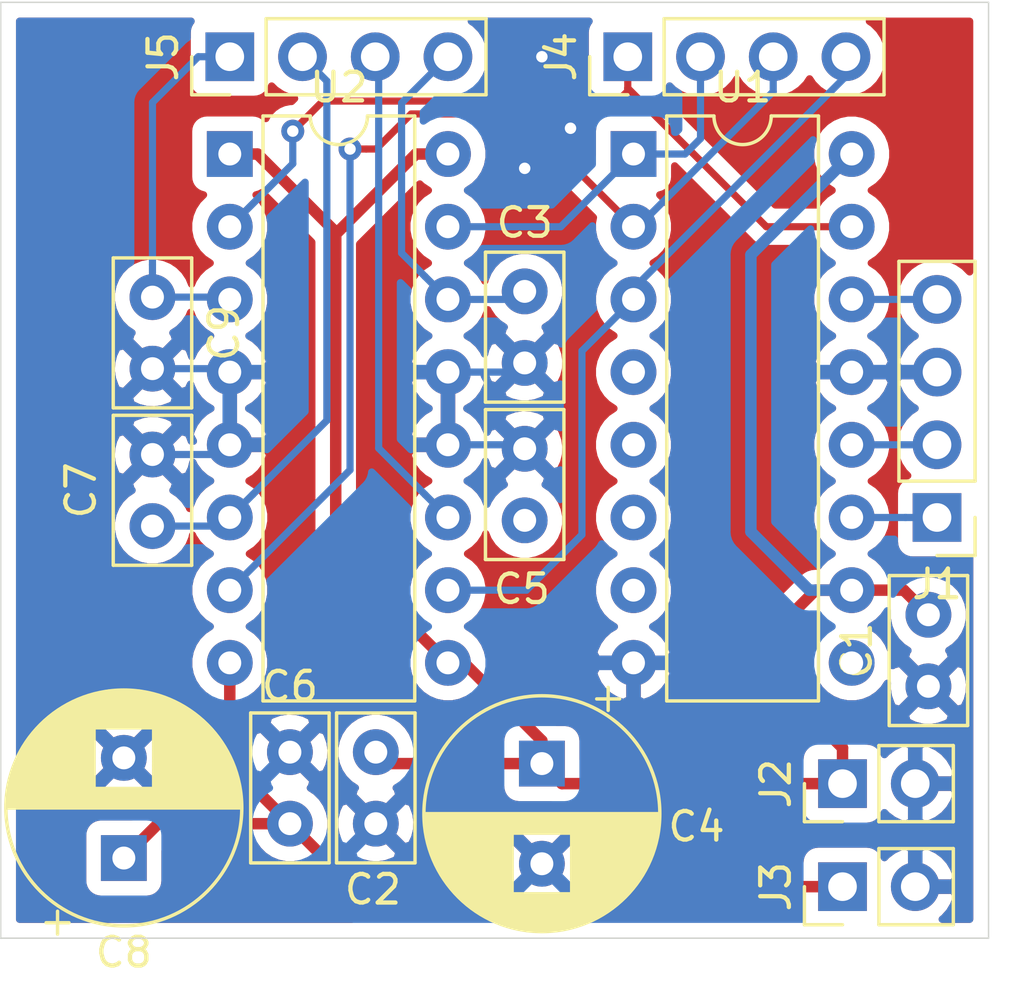
<source format=kicad_pcb>
(kicad_pcb (version 20171130) (host pcbnew "(5.1.5)-3")

  (general
    (thickness 1.6)
    (drawings 4)
    (tracks 110)
    (zones 0)
    (modules 16)
    (nets 20)
  )

  (page A4)
  (layers
    (0 F.Cu signal)
    (31 B.Cu signal)
    (32 B.Adhes user)
    (33 F.Adhes user)
    (34 B.Paste user)
    (35 F.Paste user)
    (36 B.SilkS user)
    (37 F.SilkS user)
    (38 B.Mask user)
    (39 F.Mask user)
    (40 Dwgs.User user)
    (41 Cmts.User user)
    (42 Eco1.User user)
    (43 Eco2.User user)
    (44 Edge.Cuts user)
    (45 Margin user)
    (46 B.CrtYd user)
    (47 F.CrtYd user)
    (48 B.Fab user)
    (49 F.Fab user)
  )

  (setup
    (last_trace_width 0.25)
    (trace_clearance 0.2)
    (zone_clearance 0.508)
    (zone_45_only no)
    (trace_min 0.2)
    (via_size 0.8)
    (via_drill 0.4)
    (via_min_size 0.4)
    (via_min_drill 0.3)
    (uvia_size 0.3)
    (uvia_drill 0.1)
    (uvias_allowed no)
    (uvia_min_size 0.2)
    (uvia_min_drill 0.1)
    (edge_width 0.05)
    (segment_width 0.2)
    (pcb_text_width 0.3)
    (pcb_text_size 1.5 1.5)
    (mod_edge_width 0.12)
    (mod_text_size 1 1)
    (mod_text_width 0.15)
    (pad_size 1.524 1.524)
    (pad_drill 0.762)
    (pad_to_mask_clearance 0.051)
    (solder_mask_min_width 0.25)
    (aux_axis_origin 0 0)
    (visible_elements FFFFFF7F)
    (pcbplotparams
      (layerselection 0x010fc_ffffffff)
      (usegerberextensions false)
      (usegerberattributes false)
      (usegerberadvancedattributes false)
      (creategerberjobfile false)
      (excludeedgelayer true)
      (linewidth 0.100000)
      (plotframeref false)
      (viasonmask false)
      (mode 1)
      (useauxorigin false)
      (hpglpennumber 1)
      (hpglpenspeed 20)
      (hpglpendiameter 15.000000)
      (psnegative false)
      (psa4output false)
      (plotreference true)
      (plotvalue true)
      (plotinvisibletext false)
      (padsonsilk false)
      (subtractmaskfromsilk false)
      (outputformat 1)
      (mirror false)
      (drillshape 1)
      (scaleselection 1)
      (outputdirectory ""))
  )

  (net 0 "")
  (net 1 +5V)
  (net 2 GND)
  (net 3 /X1-3)
  (net 4 /X1-4)
  (net 5 Vdrive)
  (net 6 /X1-1)
  (net 7 /X1-2)
  (net 8 /SER)
  (net 9 /RCLK)
  (net 10 /SRCLK)
  (net 11 /QD)
  (net 12 /QC)
  (net 13 /QB)
  (net 14 /QA)
  (net 15 "Net-(U1-Pad7)")
  (net 16 "Net-(U1-Pad6)")
  (net 17 "Net-(U1-Pad5)")
  (net 18 "Net-(U1-Pad4)")
  (net 19 "Net-(U1-Pad9)")

  (net_class Default "This is the default net class."
    (clearance 0.2)
    (trace_width 0.25)
    (via_dia 0.8)
    (via_drill 0.4)
    (uvia_dia 0.3)
    (uvia_drill 0.1)
    (add_net /QA)
    (add_net /QB)
    (add_net /QC)
    (add_net /QD)
    (add_net /RCLK)
    (add_net /SER)
    (add_net /SRCLK)
    (add_net /X1-1)
    (add_net /X1-2)
    (add_net /X1-3)
    (add_net /X1-4)
    (add_net GND)
    (add_net "Net-(U1-Pad4)")
    (add_net "Net-(U1-Pad5)")
    (add_net "Net-(U1-Pad6)")
    (add_net "Net-(U1-Pad7)")
    (add_net "Net-(U1-Pad9)")
  )

  (net_class PWR ""
    (clearance 0.3)
    (trace_width 0.4)
    (via_dia 0.8)
    (via_drill 0.4)
    (uvia_dia 0.3)
    (uvia_drill 0.1)
    (add_net +5V)
    (add_net Vdrive)
  )

  (module Connector_PinHeader_2.54mm:PinHeader_1x04_P2.54mm_Vertical (layer F.Cu) (tedit 59FED5CC) (tstamp 5EC7CF63)
    (at 200.4 50.7 90)
    (descr "Through hole straight pin header, 1x04, 2.54mm pitch, single row")
    (tags "Through hole pin header THT 1x04 2.54mm single row")
    (path /5EC860E0)
    (fp_text reference J4 (at 0 -2.33 90) (layer F.SilkS)
      (effects (font (size 1 1) (thickness 0.15)))
    )
    (fp_text value Dbug (at 0 9.95 90) (layer F.Fab)
      (effects (font (size 1 1) (thickness 0.15)))
    )
    (fp_text user %R (at 0 3.81) (layer F.Fab)
      (effects (font (size 1 1) (thickness 0.15)))
    )
    (fp_line (start 1.8 -1.8) (end -1.8 -1.8) (layer F.CrtYd) (width 0.05))
    (fp_line (start 1.8 9.4) (end 1.8 -1.8) (layer F.CrtYd) (width 0.05))
    (fp_line (start -1.8 9.4) (end 1.8 9.4) (layer F.CrtYd) (width 0.05))
    (fp_line (start -1.8 -1.8) (end -1.8 9.4) (layer F.CrtYd) (width 0.05))
    (fp_line (start -1.33 -1.33) (end 0 -1.33) (layer F.SilkS) (width 0.12))
    (fp_line (start -1.33 0) (end -1.33 -1.33) (layer F.SilkS) (width 0.12))
    (fp_line (start -1.33 1.27) (end 1.33 1.27) (layer F.SilkS) (width 0.12))
    (fp_line (start 1.33 1.27) (end 1.33 8.95) (layer F.SilkS) (width 0.12))
    (fp_line (start -1.33 1.27) (end -1.33 8.95) (layer F.SilkS) (width 0.12))
    (fp_line (start -1.33 8.95) (end 1.33 8.95) (layer F.SilkS) (width 0.12))
    (fp_line (start -1.27 -0.635) (end -0.635 -1.27) (layer F.Fab) (width 0.1))
    (fp_line (start -1.27 8.89) (end -1.27 -0.635) (layer F.Fab) (width 0.1))
    (fp_line (start 1.27 8.89) (end -1.27 8.89) (layer F.Fab) (width 0.1))
    (fp_line (start 1.27 -1.27) (end 1.27 8.89) (layer F.Fab) (width 0.1))
    (fp_line (start -0.635 -1.27) (end 1.27 -1.27) (layer F.Fab) (width 0.1))
    (pad 4 thru_hole oval (at 0 7.62 90) (size 1.7 1.7) (drill 1) (layers *.Cu *.Mask)
      (net 11 /QD))
    (pad 3 thru_hole oval (at 0 5.08 90) (size 1.7 1.7) (drill 1) (layers *.Cu *.Mask)
      (net 12 /QC))
    (pad 2 thru_hole oval (at 0 2.54 90) (size 1.7 1.7) (drill 1) (layers *.Cu *.Mask)
      (net 13 /QB))
    (pad 1 thru_hole rect (at 0 0 90) (size 1.7 1.7) (drill 1) (layers *.Cu *.Mask)
      (net 14 /QA))
    (model ${KISYS3DMOD}/Connector_PinHeader_2.54mm.3dshapes/PinHeader_1x04_P2.54mm_Vertical.wrl
      (at (xyz 0 0 0))
      (scale (xyz 1 1 1))
      (rotate (xyz 0 0 0))
    )
  )

  (module Package_DIP:DIP-16_W7.62mm (layer F.Cu) (tedit 5A02E8C5) (tstamp 5EC79140)
    (at 186.5 54.1)
    (descr "16-lead though-hole mounted DIP package, row spacing 7.62 mm (300 mils)")
    (tags "THT DIP DIL PDIP 2.54mm 7.62mm 300mil")
    (path /5EC745E4)
    (fp_text reference U2 (at 3.81 -2.33) (layer F.SilkS)
      (effects (font (size 1 1) (thickness 0.15)))
    )
    (fp_text value L293 (at 3.81 20.11) (layer F.Fab)
      (effects (font (size 1 1) (thickness 0.15)))
    )
    (fp_text user %R (at 3.81 8.89) (layer F.Fab)
      (effects (font (size 1 1) (thickness 0.15)))
    )
    (fp_line (start 8.7 -1.55) (end -1.1 -1.55) (layer F.CrtYd) (width 0.05))
    (fp_line (start 8.7 19.3) (end 8.7 -1.55) (layer F.CrtYd) (width 0.05))
    (fp_line (start -1.1 19.3) (end 8.7 19.3) (layer F.CrtYd) (width 0.05))
    (fp_line (start -1.1 -1.55) (end -1.1 19.3) (layer F.CrtYd) (width 0.05))
    (fp_line (start 6.46 -1.33) (end 4.81 -1.33) (layer F.SilkS) (width 0.12))
    (fp_line (start 6.46 19.11) (end 6.46 -1.33) (layer F.SilkS) (width 0.12))
    (fp_line (start 1.16 19.11) (end 6.46 19.11) (layer F.SilkS) (width 0.12))
    (fp_line (start 1.16 -1.33) (end 1.16 19.11) (layer F.SilkS) (width 0.12))
    (fp_line (start 2.81 -1.33) (end 1.16 -1.33) (layer F.SilkS) (width 0.12))
    (fp_line (start 0.635 -0.27) (end 1.635 -1.27) (layer F.Fab) (width 0.1))
    (fp_line (start 0.635 19.05) (end 0.635 -0.27) (layer F.Fab) (width 0.1))
    (fp_line (start 6.985 19.05) (end 0.635 19.05) (layer F.Fab) (width 0.1))
    (fp_line (start 6.985 -1.27) (end 6.985 19.05) (layer F.Fab) (width 0.1))
    (fp_line (start 1.635 -1.27) (end 6.985 -1.27) (layer F.Fab) (width 0.1))
    (fp_arc (start 3.81 -1.33) (end 2.81 -1.33) (angle -180) (layer F.SilkS) (width 0.12))
    (pad 16 thru_hole oval (at 7.62 0) (size 1.6 1.6) (drill 0.8) (layers *.Cu *.Mask)
      (net 1 +5V))
    (pad 8 thru_hole oval (at 0 17.78) (size 1.6 1.6) (drill 0.8) (layers *.Cu *.Mask)
      (net 5 Vdrive))
    (pad 15 thru_hole oval (at 7.62 2.54) (size 1.6 1.6) (drill 0.8) (layers *.Cu *.Mask)
      (net 13 /QB))
    (pad 7 thru_hole oval (at 0 15.24) (size 1.6 1.6) (drill 0.8) (layers *.Cu *.Mask)
      (net 12 /QC))
    (pad 14 thru_hole oval (at 7.62 5.08) (size 1.6 1.6) (drill 0.8) (layers *.Cu *.Mask)
      (net 3 /X1-3))
    (pad 6 thru_hole oval (at 0 12.7) (size 1.6 1.6) (drill 0.8) (layers *.Cu *.Mask)
      (net 6 /X1-1))
    (pad 13 thru_hole oval (at 7.62 7.62) (size 1.6 1.6) (drill 0.8) (layers *.Cu *.Mask)
      (net 2 GND))
    (pad 5 thru_hole oval (at 0 10.16) (size 1.6 1.6) (drill 0.8) (layers *.Cu *.Mask)
      (net 2 GND))
    (pad 12 thru_hole oval (at 7.62 10.16) (size 1.6 1.6) (drill 0.8) (layers *.Cu *.Mask)
      (net 2 GND))
    (pad 4 thru_hole oval (at 0 7.62) (size 1.6 1.6) (drill 0.8) (layers *.Cu *.Mask)
      (net 2 GND))
    (pad 11 thru_hole oval (at 7.62 12.7) (size 1.6 1.6) (drill 0.8) (layers *.Cu *.Mask)
      (net 4 /X1-4))
    (pad 3 thru_hole oval (at 0 5.08) (size 1.6 1.6) (drill 0.8) (layers *.Cu *.Mask)
      (net 7 /X1-2))
    (pad 10 thru_hole oval (at 7.62 15.24) (size 1.6 1.6) (drill 0.8) (layers *.Cu *.Mask)
      (net 11 /QD))
    (pad 2 thru_hole oval (at 0 2.54) (size 1.6 1.6) (drill 0.8) (layers *.Cu *.Mask)
      (net 14 /QA))
    (pad 9 thru_hole oval (at 7.62 17.78) (size 1.6 1.6) (drill 0.8) (layers *.Cu *.Mask)
      (net 1 +5V))
    (pad 1 thru_hole rect (at 0 0) (size 1.6 1.6) (drill 0.8) (layers *.Cu *.Mask)
      (net 1 +5V))
    (model ${KISYS3DMOD}/Package_DIP.3dshapes/DIP-16_W7.62mm.wrl
      (at (xyz 0 0 0))
      (scale (xyz 1 1 1))
      (rotate (xyz 0 0 0))
    )
  )

  (module Package_DIP:DIP-16_W7.62mm (layer F.Cu) (tedit 5A02E8C5) (tstamp 5EC7B378)
    (at 200.6 54.1)
    (descr "16-lead though-hole mounted DIP package, row spacing 7.62 mm (300 mils)")
    (tags "THT DIP DIL PDIP 2.54mm 7.62mm 300mil")
    (path /5EC7374A)
    (fp_text reference U1 (at 3.81 -2.33) (layer F.SilkS)
      (effects (font (size 1 1) (thickness 0.15)))
    )
    (fp_text value 74LS595 (at 3.81 20.11) (layer F.Fab)
      (effects (font (size 1 1) (thickness 0.15)))
    )
    (fp_text user %R (at 3.81 8.89) (layer F.Fab)
      (effects (font (size 1 1) (thickness 0.15)))
    )
    (fp_line (start 8.7 -1.55) (end -1.1 -1.55) (layer F.CrtYd) (width 0.05))
    (fp_line (start 8.7 19.3) (end 8.7 -1.55) (layer F.CrtYd) (width 0.05))
    (fp_line (start -1.1 19.3) (end 8.7 19.3) (layer F.CrtYd) (width 0.05))
    (fp_line (start -1.1 -1.55) (end -1.1 19.3) (layer F.CrtYd) (width 0.05))
    (fp_line (start 6.46 -1.33) (end 4.81 -1.33) (layer F.SilkS) (width 0.12))
    (fp_line (start 6.46 19.11) (end 6.46 -1.33) (layer F.SilkS) (width 0.12))
    (fp_line (start 1.16 19.11) (end 6.46 19.11) (layer F.SilkS) (width 0.12))
    (fp_line (start 1.16 -1.33) (end 1.16 19.11) (layer F.SilkS) (width 0.12))
    (fp_line (start 2.81 -1.33) (end 1.16 -1.33) (layer F.SilkS) (width 0.12))
    (fp_line (start 0.635 -0.27) (end 1.635 -1.27) (layer F.Fab) (width 0.1))
    (fp_line (start 0.635 19.05) (end 0.635 -0.27) (layer F.Fab) (width 0.1))
    (fp_line (start 6.985 19.05) (end 0.635 19.05) (layer F.Fab) (width 0.1))
    (fp_line (start 6.985 -1.27) (end 6.985 19.05) (layer F.Fab) (width 0.1))
    (fp_line (start 1.635 -1.27) (end 6.985 -1.27) (layer F.Fab) (width 0.1))
    (fp_arc (start 3.81 -1.33) (end 2.81 -1.33) (angle -180) (layer F.SilkS) (width 0.12))
    (pad 16 thru_hole oval (at 7.62 0) (size 1.6 1.6) (drill 0.8) (layers *.Cu *.Mask)
      (net 1 +5V))
    (pad 8 thru_hole oval (at 0 17.78) (size 1.6 1.6) (drill 0.8) (layers *.Cu *.Mask)
      (net 2 GND))
    (pad 15 thru_hole oval (at 7.62 2.54) (size 1.6 1.6) (drill 0.8) (layers *.Cu *.Mask)
      (net 14 /QA))
    (pad 7 thru_hole oval (at 0 15.24) (size 1.6 1.6) (drill 0.8) (layers *.Cu *.Mask)
      (net 15 "Net-(U1-Pad7)"))
    (pad 14 thru_hole oval (at 7.62 5.08) (size 1.6 1.6) (drill 0.8) (layers *.Cu *.Mask)
      (net 8 /SER))
    (pad 6 thru_hole oval (at 0 12.7) (size 1.6 1.6) (drill 0.8) (layers *.Cu *.Mask)
      (net 16 "Net-(U1-Pad6)"))
    (pad 13 thru_hole oval (at 7.62 7.62) (size 1.6 1.6) (drill 0.8) (layers *.Cu *.Mask)
      (net 2 GND))
    (pad 5 thru_hole oval (at 0 10.16) (size 1.6 1.6) (drill 0.8) (layers *.Cu *.Mask)
      (net 17 "Net-(U1-Pad5)"))
    (pad 12 thru_hole oval (at 7.62 10.16) (size 1.6 1.6) (drill 0.8) (layers *.Cu *.Mask)
      (net 9 /RCLK))
    (pad 4 thru_hole oval (at 0 7.62) (size 1.6 1.6) (drill 0.8) (layers *.Cu *.Mask)
      (net 18 "Net-(U1-Pad4)"))
    (pad 11 thru_hole oval (at 7.62 12.7) (size 1.6 1.6) (drill 0.8) (layers *.Cu *.Mask)
      (net 10 /SRCLK))
    (pad 3 thru_hole oval (at 0 5.08) (size 1.6 1.6) (drill 0.8) (layers *.Cu *.Mask)
      (net 11 /QD))
    (pad 10 thru_hole oval (at 7.62 15.24) (size 1.6 1.6) (drill 0.8) (layers *.Cu *.Mask)
      (net 1 +5V))
    (pad 2 thru_hole oval (at 0 2.54) (size 1.6 1.6) (drill 0.8) (layers *.Cu *.Mask)
      (net 12 /QC))
    (pad 9 thru_hole oval (at 7.62 17.78) (size 1.6 1.6) (drill 0.8) (layers *.Cu *.Mask)
      (net 19 "Net-(U1-Pad9)"))
    (pad 1 thru_hole rect (at 0 0) (size 1.6 1.6) (drill 0.8) (layers *.Cu *.Mask)
      (net 13 /QB))
    (model ${KISYS3DMOD}/Package_DIP.3dshapes/DIP-16_W7.62mm.wrl
      (at (xyz 0 0 0))
      (scale (xyz 1 1 1))
      (rotate (xyz 0 0 0))
    )
  )

  (module Connector_PinHeader_2.54mm:PinHeader_1x04_P2.54mm_Vertical (layer F.Cu) (tedit 59FED5CC) (tstamp 5EC790F8)
    (at 186.5 50.7 90)
    (descr "Through hole straight pin header, 1x04, 2.54mm pitch, single row")
    (tags "Through hole pin header THT 1x04 2.54mm single row")
    (path /5ECB9668)
    (fp_text reference J5 (at 0 -2.33 90) (layer F.SilkS)
      (effects (font (size 1 1) (thickness 0.15)))
    )
    (fp_text value Out (at 0 9.95 90) (layer F.Fab)
      (effects (font (size 1 1) (thickness 0.15)))
    )
    (fp_text user %R (at 0 3.81) (layer F.Fab)
      (effects (font (size 1 1) (thickness 0.15)))
    )
    (fp_line (start 1.8 -1.8) (end -1.8 -1.8) (layer F.CrtYd) (width 0.05))
    (fp_line (start 1.8 9.4) (end 1.8 -1.8) (layer F.CrtYd) (width 0.05))
    (fp_line (start -1.8 9.4) (end 1.8 9.4) (layer F.CrtYd) (width 0.05))
    (fp_line (start -1.8 -1.8) (end -1.8 9.4) (layer F.CrtYd) (width 0.05))
    (fp_line (start -1.33 -1.33) (end 0 -1.33) (layer F.SilkS) (width 0.12))
    (fp_line (start -1.33 0) (end -1.33 -1.33) (layer F.SilkS) (width 0.12))
    (fp_line (start -1.33 1.27) (end 1.33 1.27) (layer F.SilkS) (width 0.12))
    (fp_line (start 1.33 1.27) (end 1.33 8.95) (layer F.SilkS) (width 0.12))
    (fp_line (start -1.33 1.27) (end -1.33 8.95) (layer F.SilkS) (width 0.12))
    (fp_line (start -1.33 8.95) (end 1.33 8.95) (layer F.SilkS) (width 0.12))
    (fp_line (start -1.27 -0.635) (end -0.635 -1.27) (layer F.Fab) (width 0.1))
    (fp_line (start -1.27 8.89) (end -1.27 -0.635) (layer F.Fab) (width 0.1))
    (fp_line (start 1.27 8.89) (end -1.27 8.89) (layer F.Fab) (width 0.1))
    (fp_line (start 1.27 -1.27) (end 1.27 8.89) (layer F.Fab) (width 0.1))
    (fp_line (start -0.635 -1.27) (end 1.27 -1.27) (layer F.Fab) (width 0.1))
    (pad 4 thru_hole oval (at 0 7.62 90) (size 1.7 1.7) (drill 1) (layers *.Cu *.Mask)
      (net 3 /X1-3))
    (pad 3 thru_hole oval (at 0 5.08 90) (size 1.7 1.7) (drill 1) (layers *.Cu *.Mask)
      (net 4 /X1-4))
    (pad 2 thru_hole oval (at 0 2.54 90) (size 1.7 1.7) (drill 1) (layers *.Cu *.Mask)
      (net 6 /X1-1))
    (pad 1 thru_hole rect (at 0 0 90) (size 1.7 1.7) (drill 1) (layers *.Cu *.Mask)
      (net 7 /X1-2))
    (model ${KISYS3DMOD}/Connector_PinHeader_2.54mm.3dshapes/PinHeader_1x04_P2.54mm_Vertical.wrl
      (at (xyz 0 0 0))
      (scale (xyz 1 1 1))
      (rotate (xyz 0 0 0))
    )
  )

  (module Connector_PinHeader_2.54mm:PinHeader_1x02_P2.54mm_Vertical (layer F.Cu) (tedit 59FED5CC) (tstamp 5EC7D937)
    (at 207.9 79.7 90)
    (descr "Through hole straight pin header, 1x02, 2.54mm pitch, single row")
    (tags "Through hole pin header THT 1x02 2.54mm single row")
    (path /5ECE3258)
    (fp_text reference J3 (at 0 -2.33 90) (layer F.SilkS)
      (effects (font (size 1 1) (thickness 0.15)))
    )
    (fp_text value "+V Motor" (at 0 4.87 90) (layer F.Fab)
      (effects (font (size 1 1) (thickness 0.15)))
    )
    (fp_text user %R (at 0 1.27) (layer F.Fab)
      (effects (font (size 1 1) (thickness 0.15)))
    )
    (fp_line (start 1.8 -1.8) (end -1.8 -1.8) (layer F.CrtYd) (width 0.05))
    (fp_line (start 1.8 4.35) (end 1.8 -1.8) (layer F.CrtYd) (width 0.05))
    (fp_line (start -1.8 4.35) (end 1.8 4.35) (layer F.CrtYd) (width 0.05))
    (fp_line (start -1.8 -1.8) (end -1.8 4.35) (layer F.CrtYd) (width 0.05))
    (fp_line (start -1.33 -1.33) (end 0 -1.33) (layer F.SilkS) (width 0.12))
    (fp_line (start -1.33 0) (end -1.33 -1.33) (layer F.SilkS) (width 0.12))
    (fp_line (start -1.33 1.27) (end 1.33 1.27) (layer F.SilkS) (width 0.12))
    (fp_line (start 1.33 1.27) (end 1.33 3.87) (layer F.SilkS) (width 0.12))
    (fp_line (start -1.33 1.27) (end -1.33 3.87) (layer F.SilkS) (width 0.12))
    (fp_line (start -1.33 3.87) (end 1.33 3.87) (layer F.SilkS) (width 0.12))
    (fp_line (start -1.27 -0.635) (end -0.635 -1.27) (layer F.Fab) (width 0.1))
    (fp_line (start -1.27 3.81) (end -1.27 -0.635) (layer F.Fab) (width 0.1))
    (fp_line (start 1.27 3.81) (end -1.27 3.81) (layer F.Fab) (width 0.1))
    (fp_line (start 1.27 -1.27) (end 1.27 3.81) (layer F.Fab) (width 0.1))
    (fp_line (start -0.635 -1.27) (end 1.27 -1.27) (layer F.Fab) (width 0.1))
    (pad 2 thru_hole oval (at 0 2.54 90) (size 1.7 1.7) (drill 1) (layers *.Cu *.Mask)
      (net 2 GND))
    (pad 1 thru_hole rect (at 0 0 90) (size 1.7 1.7) (drill 1) (layers *.Cu *.Mask)
      (net 5 Vdrive))
    (model ${KISYS3DMOD}/Connector_PinHeader_2.54mm.3dshapes/PinHeader_1x02_P2.54mm_Vertical.wrl
      (at (xyz 0 0 0))
      (scale (xyz 1 1 1))
      (rotate (xyz 0 0 0))
    )
  )

  (module Connector_PinHeader_2.54mm:PinHeader_1x02_P2.54mm_Vertical (layer F.Cu) (tedit 59FED5CC) (tstamp 5EC790B2)
    (at 207.9 76.1 90)
    (descr "Through hole straight pin header, 1x02, 2.54mm pitch, single row")
    (tags "Through hole pin header THT 1x02 2.54mm single row")
    (path /5ECE27DB)
    (fp_text reference J2 (at 0 -2.33 90) (layer F.SilkS)
      (effects (font (size 1 1) (thickness 0.15)))
    )
    (fp_text value "+5V IN" (at 0 4.87 90) (layer F.Fab)
      (effects (font (size 1 1) (thickness 0.15)))
    )
    (fp_text user %R (at 0 1.27) (layer F.Fab)
      (effects (font (size 1 1) (thickness 0.15)))
    )
    (fp_line (start 1.8 -1.8) (end -1.8 -1.8) (layer F.CrtYd) (width 0.05))
    (fp_line (start 1.8 4.35) (end 1.8 -1.8) (layer F.CrtYd) (width 0.05))
    (fp_line (start -1.8 4.35) (end 1.8 4.35) (layer F.CrtYd) (width 0.05))
    (fp_line (start -1.8 -1.8) (end -1.8 4.35) (layer F.CrtYd) (width 0.05))
    (fp_line (start -1.33 -1.33) (end 0 -1.33) (layer F.SilkS) (width 0.12))
    (fp_line (start -1.33 0) (end -1.33 -1.33) (layer F.SilkS) (width 0.12))
    (fp_line (start -1.33 1.27) (end 1.33 1.27) (layer F.SilkS) (width 0.12))
    (fp_line (start 1.33 1.27) (end 1.33 3.87) (layer F.SilkS) (width 0.12))
    (fp_line (start -1.33 1.27) (end -1.33 3.87) (layer F.SilkS) (width 0.12))
    (fp_line (start -1.33 3.87) (end 1.33 3.87) (layer F.SilkS) (width 0.12))
    (fp_line (start -1.27 -0.635) (end -0.635 -1.27) (layer F.Fab) (width 0.1))
    (fp_line (start -1.27 3.81) (end -1.27 -0.635) (layer F.Fab) (width 0.1))
    (fp_line (start 1.27 3.81) (end -1.27 3.81) (layer F.Fab) (width 0.1))
    (fp_line (start 1.27 -1.27) (end 1.27 3.81) (layer F.Fab) (width 0.1))
    (fp_line (start -0.635 -1.27) (end 1.27 -1.27) (layer F.Fab) (width 0.1))
    (pad 2 thru_hole oval (at 0 2.54 90) (size 1.7 1.7) (drill 1) (layers *.Cu *.Mask)
      (net 2 GND))
    (pad 1 thru_hole rect (at 0 0 90) (size 1.7 1.7) (drill 1) (layers *.Cu *.Mask)
      (net 1 +5V))
    (model ${KISYS3DMOD}/Connector_PinHeader_2.54mm.3dshapes/PinHeader_1x02_P2.54mm_Vertical.wrl
      (at (xyz 0 0 0))
      (scale (xyz 1 1 1))
      (rotate (xyz 0 0 0))
    )
  )

  (module Connector_PinHeader_2.54mm:PinHeader_1x04_P2.54mm_Vertical (layer F.Cu) (tedit 59FED5CC) (tstamp 5EC7909C)
    (at 211.2 66.8 180)
    (descr "Through hole straight pin header, 1x04, 2.54mm pitch, single row")
    (tags "Through hole pin header THT 1x04 2.54mm single row")
    (path /5EC7A9CD)
    (fp_text reference J1 (at 0 -2.33) (layer F.SilkS)
      (effects (font (size 1 1) (thickness 0.15)))
    )
    (fp_text value Data (at 0 9.95) (layer F.Fab)
      (effects (font (size 1 1) (thickness 0.15)))
    )
    (fp_text user %R (at 0 3.81 90) (layer F.Fab)
      (effects (font (size 1 1) (thickness 0.15)))
    )
    (fp_line (start 1.8 -1.8) (end -1.8 -1.8) (layer F.CrtYd) (width 0.05))
    (fp_line (start 1.8 9.4) (end 1.8 -1.8) (layer F.CrtYd) (width 0.05))
    (fp_line (start -1.8 9.4) (end 1.8 9.4) (layer F.CrtYd) (width 0.05))
    (fp_line (start -1.8 -1.8) (end -1.8 9.4) (layer F.CrtYd) (width 0.05))
    (fp_line (start -1.33 -1.33) (end 0 -1.33) (layer F.SilkS) (width 0.12))
    (fp_line (start -1.33 0) (end -1.33 -1.33) (layer F.SilkS) (width 0.12))
    (fp_line (start -1.33 1.27) (end 1.33 1.27) (layer F.SilkS) (width 0.12))
    (fp_line (start 1.33 1.27) (end 1.33 8.95) (layer F.SilkS) (width 0.12))
    (fp_line (start -1.33 1.27) (end -1.33 8.95) (layer F.SilkS) (width 0.12))
    (fp_line (start -1.33 8.95) (end 1.33 8.95) (layer F.SilkS) (width 0.12))
    (fp_line (start -1.27 -0.635) (end -0.635 -1.27) (layer F.Fab) (width 0.1))
    (fp_line (start -1.27 8.89) (end -1.27 -0.635) (layer F.Fab) (width 0.1))
    (fp_line (start 1.27 8.89) (end -1.27 8.89) (layer F.Fab) (width 0.1))
    (fp_line (start 1.27 -1.27) (end 1.27 8.89) (layer F.Fab) (width 0.1))
    (fp_line (start -0.635 -1.27) (end 1.27 -1.27) (layer F.Fab) (width 0.1))
    (pad 4 thru_hole oval (at 0 7.62 180) (size 1.7 1.7) (drill 1) (layers *.Cu *.Mask)
      (net 8 /SER))
    (pad 3 thru_hole oval (at 0 5.08 180) (size 1.7 1.7) (drill 1) (layers *.Cu *.Mask)
      (net 2 GND))
    (pad 2 thru_hole oval (at 0 2.54 180) (size 1.7 1.7) (drill 1) (layers *.Cu *.Mask)
      (net 9 /RCLK))
    (pad 1 thru_hole rect (at 0 0 180) (size 1.7 1.7) (drill 1) (layers *.Cu *.Mask)
      (net 10 /SRCLK))
    (model ${KISYS3DMOD}/Connector_PinHeader_2.54mm.3dshapes/PinHeader_1x04_P2.54mm_Vertical.wrl
      (at (xyz 0 0 0))
      (scale (xyz 1 1 1))
      (rotate (xyz 0 0 0))
    )
  )

  (module Capacitor_THT:C_Disc_D5.0mm_W2.5mm_P2.50mm (layer F.Cu) (tedit 5AE50EF0) (tstamp 5EC79084)
    (at 183.8 59.1 270)
    (descr "C, Disc series, Radial, pin pitch=2.50mm, , diameter*width=5*2.5mm^2, Capacitor, http://cdn-reichelt.de/documents/datenblatt/B300/DS_KERKO_TC.pdf")
    (tags "C Disc series Radial pin pitch 2.50mm  diameter 5mm width 2.5mm Capacitor")
    (path /5ECC98A6)
    (fp_text reference C9 (at 1.25 -2.5 90) (layer F.SilkS)
      (effects (font (size 1 1) (thickness 0.15)))
    )
    (fp_text value 0.1uF (at 1.25 2.5 90) (layer F.Fab)
      (effects (font (size 1 1) (thickness 0.15)))
    )
    (fp_text user %R (at 1.25 0 90) (layer F.Fab)
      (effects (font (size 1 1) (thickness 0.15)))
    )
    (fp_line (start 4 -1.5) (end -1.5 -1.5) (layer F.CrtYd) (width 0.05))
    (fp_line (start 4 1.5) (end 4 -1.5) (layer F.CrtYd) (width 0.05))
    (fp_line (start -1.5 1.5) (end 4 1.5) (layer F.CrtYd) (width 0.05))
    (fp_line (start -1.5 -1.5) (end -1.5 1.5) (layer F.CrtYd) (width 0.05))
    (fp_line (start 3.87 -1.37) (end 3.87 1.37) (layer F.SilkS) (width 0.12))
    (fp_line (start -1.37 -1.37) (end -1.37 1.37) (layer F.SilkS) (width 0.12))
    (fp_line (start -1.37 1.37) (end 3.87 1.37) (layer F.SilkS) (width 0.12))
    (fp_line (start -1.37 -1.37) (end 3.87 -1.37) (layer F.SilkS) (width 0.12))
    (fp_line (start 3.75 -1.25) (end -1.25 -1.25) (layer F.Fab) (width 0.1))
    (fp_line (start 3.75 1.25) (end 3.75 -1.25) (layer F.Fab) (width 0.1))
    (fp_line (start -1.25 1.25) (end 3.75 1.25) (layer F.Fab) (width 0.1))
    (fp_line (start -1.25 -1.25) (end -1.25 1.25) (layer F.Fab) (width 0.1))
    (pad 2 thru_hole circle (at 2.5 0 270) (size 1.6 1.6) (drill 0.8) (layers *.Cu *.Mask)
      (net 2 GND))
    (pad 1 thru_hole circle (at 0 0 270) (size 1.6 1.6) (drill 0.8) (layers *.Cu *.Mask)
      (net 7 /X1-2))
    (model ${KISYS3DMOD}/Capacitor_THT.3dshapes/C_Disc_D5.0mm_W2.5mm_P2.50mm.wrl
      (at (xyz 0 0 0))
      (scale (xyz 1 1 1))
      (rotate (xyz 0 0 0))
    )
  )

  (module Capacitor_THT:CP_Radial_D8.0mm_P3.50mm (layer F.Cu) (tedit 5AE50EF0) (tstamp 5EC79071)
    (at 182.8 78.7 90)
    (descr "CP, Radial series, Radial, pin pitch=3.50mm, , diameter=8mm, Electrolytic Capacitor")
    (tags "CP Radial series Radial pin pitch 3.50mm  diameter 8mm Electrolytic Capacitor")
    (path /5ECB4622)
    (fp_text reference C8 (at -3.3 0 180) (layer F.SilkS)
      (effects (font (size 1 1) (thickness 0.15)))
    )
    (fp_text value 100uF (at 1.75 5.25 90) (layer F.Fab)
      (effects (font (size 1 1) (thickness 0.15)))
    )
    (fp_text user %R (at 1.75 0 90) (layer F.Fab)
      (effects (font (size 1 1) (thickness 0.15)))
    )
    (fp_line (start -2.259698 -2.715) (end -2.259698 -1.915) (layer F.SilkS) (width 0.12))
    (fp_line (start -2.659698 -2.315) (end -1.859698 -2.315) (layer F.SilkS) (width 0.12))
    (fp_line (start 5.831 -0.533) (end 5.831 0.533) (layer F.SilkS) (width 0.12))
    (fp_line (start 5.791 -0.768) (end 5.791 0.768) (layer F.SilkS) (width 0.12))
    (fp_line (start 5.751 -0.948) (end 5.751 0.948) (layer F.SilkS) (width 0.12))
    (fp_line (start 5.711 -1.098) (end 5.711 1.098) (layer F.SilkS) (width 0.12))
    (fp_line (start 5.671 -1.229) (end 5.671 1.229) (layer F.SilkS) (width 0.12))
    (fp_line (start 5.631 -1.346) (end 5.631 1.346) (layer F.SilkS) (width 0.12))
    (fp_line (start 5.591 -1.453) (end 5.591 1.453) (layer F.SilkS) (width 0.12))
    (fp_line (start 5.551 -1.552) (end 5.551 1.552) (layer F.SilkS) (width 0.12))
    (fp_line (start 5.511 -1.645) (end 5.511 1.645) (layer F.SilkS) (width 0.12))
    (fp_line (start 5.471 -1.731) (end 5.471 1.731) (layer F.SilkS) (width 0.12))
    (fp_line (start 5.431 -1.813) (end 5.431 1.813) (layer F.SilkS) (width 0.12))
    (fp_line (start 5.391 -1.89) (end 5.391 1.89) (layer F.SilkS) (width 0.12))
    (fp_line (start 5.351 -1.964) (end 5.351 1.964) (layer F.SilkS) (width 0.12))
    (fp_line (start 5.311 -2.034) (end 5.311 2.034) (layer F.SilkS) (width 0.12))
    (fp_line (start 5.271 -2.102) (end 5.271 2.102) (layer F.SilkS) (width 0.12))
    (fp_line (start 5.231 -2.166) (end 5.231 2.166) (layer F.SilkS) (width 0.12))
    (fp_line (start 5.191 -2.228) (end 5.191 2.228) (layer F.SilkS) (width 0.12))
    (fp_line (start 5.151 -2.287) (end 5.151 2.287) (layer F.SilkS) (width 0.12))
    (fp_line (start 5.111 -2.345) (end 5.111 2.345) (layer F.SilkS) (width 0.12))
    (fp_line (start 5.071 -2.4) (end 5.071 2.4) (layer F.SilkS) (width 0.12))
    (fp_line (start 5.031 -2.454) (end 5.031 2.454) (layer F.SilkS) (width 0.12))
    (fp_line (start 4.991 -2.505) (end 4.991 2.505) (layer F.SilkS) (width 0.12))
    (fp_line (start 4.951 -2.556) (end 4.951 2.556) (layer F.SilkS) (width 0.12))
    (fp_line (start 4.911 -2.604) (end 4.911 2.604) (layer F.SilkS) (width 0.12))
    (fp_line (start 4.871 -2.651) (end 4.871 2.651) (layer F.SilkS) (width 0.12))
    (fp_line (start 4.831 -2.697) (end 4.831 2.697) (layer F.SilkS) (width 0.12))
    (fp_line (start 4.791 -2.741) (end 4.791 2.741) (layer F.SilkS) (width 0.12))
    (fp_line (start 4.751 -2.784) (end 4.751 2.784) (layer F.SilkS) (width 0.12))
    (fp_line (start 4.711 -2.826) (end 4.711 2.826) (layer F.SilkS) (width 0.12))
    (fp_line (start 4.671 -2.867) (end 4.671 2.867) (layer F.SilkS) (width 0.12))
    (fp_line (start 4.631 -2.907) (end 4.631 2.907) (layer F.SilkS) (width 0.12))
    (fp_line (start 4.591 -2.945) (end 4.591 2.945) (layer F.SilkS) (width 0.12))
    (fp_line (start 4.551 -2.983) (end 4.551 2.983) (layer F.SilkS) (width 0.12))
    (fp_line (start 4.511 1.04) (end 4.511 3.019) (layer F.SilkS) (width 0.12))
    (fp_line (start 4.511 -3.019) (end 4.511 -1.04) (layer F.SilkS) (width 0.12))
    (fp_line (start 4.471 1.04) (end 4.471 3.055) (layer F.SilkS) (width 0.12))
    (fp_line (start 4.471 -3.055) (end 4.471 -1.04) (layer F.SilkS) (width 0.12))
    (fp_line (start 4.431 1.04) (end 4.431 3.09) (layer F.SilkS) (width 0.12))
    (fp_line (start 4.431 -3.09) (end 4.431 -1.04) (layer F.SilkS) (width 0.12))
    (fp_line (start 4.391 1.04) (end 4.391 3.124) (layer F.SilkS) (width 0.12))
    (fp_line (start 4.391 -3.124) (end 4.391 -1.04) (layer F.SilkS) (width 0.12))
    (fp_line (start 4.351 1.04) (end 4.351 3.156) (layer F.SilkS) (width 0.12))
    (fp_line (start 4.351 -3.156) (end 4.351 -1.04) (layer F.SilkS) (width 0.12))
    (fp_line (start 4.311 1.04) (end 4.311 3.189) (layer F.SilkS) (width 0.12))
    (fp_line (start 4.311 -3.189) (end 4.311 -1.04) (layer F.SilkS) (width 0.12))
    (fp_line (start 4.271 1.04) (end 4.271 3.22) (layer F.SilkS) (width 0.12))
    (fp_line (start 4.271 -3.22) (end 4.271 -1.04) (layer F.SilkS) (width 0.12))
    (fp_line (start 4.231 1.04) (end 4.231 3.25) (layer F.SilkS) (width 0.12))
    (fp_line (start 4.231 -3.25) (end 4.231 -1.04) (layer F.SilkS) (width 0.12))
    (fp_line (start 4.191 1.04) (end 4.191 3.28) (layer F.SilkS) (width 0.12))
    (fp_line (start 4.191 -3.28) (end 4.191 -1.04) (layer F.SilkS) (width 0.12))
    (fp_line (start 4.151 1.04) (end 4.151 3.309) (layer F.SilkS) (width 0.12))
    (fp_line (start 4.151 -3.309) (end 4.151 -1.04) (layer F.SilkS) (width 0.12))
    (fp_line (start 4.111 1.04) (end 4.111 3.338) (layer F.SilkS) (width 0.12))
    (fp_line (start 4.111 -3.338) (end 4.111 -1.04) (layer F.SilkS) (width 0.12))
    (fp_line (start 4.071 1.04) (end 4.071 3.365) (layer F.SilkS) (width 0.12))
    (fp_line (start 4.071 -3.365) (end 4.071 -1.04) (layer F.SilkS) (width 0.12))
    (fp_line (start 4.031 1.04) (end 4.031 3.392) (layer F.SilkS) (width 0.12))
    (fp_line (start 4.031 -3.392) (end 4.031 -1.04) (layer F.SilkS) (width 0.12))
    (fp_line (start 3.991 1.04) (end 3.991 3.418) (layer F.SilkS) (width 0.12))
    (fp_line (start 3.991 -3.418) (end 3.991 -1.04) (layer F.SilkS) (width 0.12))
    (fp_line (start 3.951 1.04) (end 3.951 3.444) (layer F.SilkS) (width 0.12))
    (fp_line (start 3.951 -3.444) (end 3.951 -1.04) (layer F.SilkS) (width 0.12))
    (fp_line (start 3.911 1.04) (end 3.911 3.469) (layer F.SilkS) (width 0.12))
    (fp_line (start 3.911 -3.469) (end 3.911 -1.04) (layer F.SilkS) (width 0.12))
    (fp_line (start 3.871 1.04) (end 3.871 3.493) (layer F.SilkS) (width 0.12))
    (fp_line (start 3.871 -3.493) (end 3.871 -1.04) (layer F.SilkS) (width 0.12))
    (fp_line (start 3.831 1.04) (end 3.831 3.517) (layer F.SilkS) (width 0.12))
    (fp_line (start 3.831 -3.517) (end 3.831 -1.04) (layer F.SilkS) (width 0.12))
    (fp_line (start 3.791 1.04) (end 3.791 3.54) (layer F.SilkS) (width 0.12))
    (fp_line (start 3.791 -3.54) (end 3.791 -1.04) (layer F.SilkS) (width 0.12))
    (fp_line (start 3.751 1.04) (end 3.751 3.562) (layer F.SilkS) (width 0.12))
    (fp_line (start 3.751 -3.562) (end 3.751 -1.04) (layer F.SilkS) (width 0.12))
    (fp_line (start 3.711 1.04) (end 3.711 3.584) (layer F.SilkS) (width 0.12))
    (fp_line (start 3.711 -3.584) (end 3.711 -1.04) (layer F.SilkS) (width 0.12))
    (fp_line (start 3.671 1.04) (end 3.671 3.606) (layer F.SilkS) (width 0.12))
    (fp_line (start 3.671 -3.606) (end 3.671 -1.04) (layer F.SilkS) (width 0.12))
    (fp_line (start 3.631 1.04) (end 3.631 3.627) (layer F.SilkS) (width 0.12))
    (fp_line (start 3.631 -3.627) (end 3.631 -1.04) (layer F.SilkS) (width 0.12))
    (fp_line (start 3.591 1.04) (end 3.591 3.647) (layer F.SilkS) (width 0.12))
    (fp_line (start 3.591 -3.647) (end 3.591 -1.04) (layer F.SilkS) (width 0.12))
    (fp_line (start 3.551 1.04) (end 3.551 3.666) (layer F.SilkS) (width 0.12))
    (fp_line (start 3.551 -3.666) (end 3.551 -1.04) (layer F.SilkS) (width 0.12))
    (fp_line (start 3.511 1.04) (end 3.511 3.686) (layer F.SilkS) (width 0.12))
    (fp_line (start 3.511 -3.686) (end 3.511 -1.04) (layer F.SilkS) (width 0.12))
    (fp_line (start 3.471 1.04) (end 3.471 3.704) (layer F.SilkS) (width 0.12))
    (fp_line (start 3.471 -3.704) (end 3.471 -1.04) (layer F.SilkS) (width 0.12))
    (fp_line (start 3.431 1.04) (end 3.431 3.722) (layer F.SilkS) (width 0.12))
    (fp_line (start 3.431 -3.722) (end 3.431 -1.04) (layer F.SilkS) (width 0.12))
    (fp_line (start 3.391 1.04) (end 3.391 3.74) (layer F.SilkS) (width 0.12))
    (fp_line (start 3.391 -3.74) (end 3.391 -1.04) (layer F.SilkS) (width 0.12))
    (fp_line (start 3.351 1.04) (end 3.351 3.757) (layer F.SilkS) (width 0.12))
    (fp_line (start 3.351 -3.757) (end 3.351 -1.04) (layer F.SilkS) (width 0.12))
    (fp_line (start 3.311 1.04) (end 3.311 3.774) (layer F.SilkS) (width 0.12))
    (fp_line (start 3.311 -3.774) (end 3.311 -1.04) (layer F.SilkS) (width 0.12))
    (fp_line (start 3.271 1.04) (end 3.271 3.79) (layer F.SilkS) (width 0.12))
    (fp_line (start 3.271 -3.79) (end 3.271 -1.04) (layer F.SilkS) (width 0.12))
    (fp_line (start 3.231 1.04) (end 3.231 3.805) (layer F.SilkS) (width 0.12))
    (fp_line (start 3.231 -3.805) (end 3.231 -1.04) (layer F.SilkS) (width 0.12))
    (fp_line (start 3.191 1.04) (end 3.191 3.821) (layer F.SilkS) (width 0.12))
    (fp_line (start 3.191 -3.821) (end 3.191 -1.04) (layer F.SilkS) (width 0.12))
    (fp_line (start 3.151 1.04) (end 3.151 3.835) (layer F.SilkS) (width 0.12))
    (fp_line (start 3.151 -3.835) (end 3.151 -1.04) (layer F.SilkS) (width 0.12))
    (fp_line (start 3.111 1.04) (end 3.111 3.85) (layer F.SilkS) (width 0.12))
    (fp_line (start 3.111 -3.85) (end 3.111 -1.04) (layer F.SilkS) (width 0.12))
    (fp_line (start 3.071 1.04) (end 3.071 3.863) (layer F.SilkS) (width 0.12))
    (fp_line (start 3.071 -3.863) (end 3.071 -1.04) (layer F.SilkS) (width 0.12))
    (fp_line (start 3.031 1.04) (end 3.031 3.877) (layer F.SilkS) (width 0.12))
    (fp_line (start 3.031 -3.877) (end 3.031 -1.04) (layer F.SilkS) (width 0.12))
    (fp_line (start 2.991 1.04) (end 2.991 3.889) (layer F.SilkS) (width 0.12))
    (fp_line (start 2.991 -3.889) (end 2.991 -1.04) (layer F.SilkS) (width 0.12))
    (fp_line (start 2.951 1.04) (end 2.951 3.902) (layer F.SilkS) (width 0.12))
    (fp_line (start 2.951 -3.902) (end 2.951 -1.04) (layer F.SilkS) (width 0.12))
    (fp_line (start 2.911 1.04) (end 2.911 3.914) (layer F.SilkS) (width 0.12))
    (fp_line (start 2.911 -3.914) (end 2.911 -1.04) (layer F.SilkS) (width 0.12))
    (fp_line (start 2.871 1.04) (end 2.871 3.925) (layer F.SilkS) (width 0.12))
    (fp_line (start 2.871 -3.925) (end 2.871 -1.04) (layer F.SilkS) (width 0.12))
    (fp_line (start 2.831 1.04) (end 2.831 3.936) (layer F.SilkS) (width 0.12))
    (fp_line (start 2.831 -3.936) (end 2.831 -1.04) (layer F.SilkS) (width 0.12))
    (fp_line (start 2.791 1.04) (end 2.791 3.947) (layer F.SilkS) (width 0.12))
    (fp_line (start 2.791 -3.947) (end 2.791 -1.04) (layer F.SilkS) (width 0.12))
    (fp_line (start 2.751 1.04) (end 2.751 3.957) (layer F.SilkS) (width 0.12))
    (fp_line (start 2.751 -3.957) (end 2.751 -1.04) (layer F.SilkS) (width 0.12))
    (fp_line (start 2.711 1.04) (end 2.711 3.967) (layer F.SilkS) (width 0.12))
    (fp_line (start 2.711 -3.967) (end 2.711 -1.04) (layer F.SilkS) (width 0.12))
    (fp_line (start 2.671 1.04) (end 2.671 3.976) (layer F.SilkS) (width 0.12))
    (fp_line (start 2.671 -3.976) (end 2.671 -1.04) (layer F.SilkS) (width 0.12))
    (fp_line (start 2.631 1.04) (end 2.631 3.985) (layer F.SilkS) (width 0.12))
    (fp_line (start 2.631 -3.985) (end 2.631 -1.04) (layer F.SilkS) (width 0.12))
    (fp_line (start 2.591 1.04) (end 2.591 3.994) (layer F.SilkS) (width 0.12))
    (fp_line (start 2.591 -3.994) (end 2.591 -1.04) (layer F.SilkS) (width 0.12))
    (fp_line (start 2.551 1.04) (end 2.551 4.002) (layer F.SilkS) (width 0.12))
    (fp_line (start 2.551 -4.002) (end 2.551 -1.04) (layer F.SilkS) (width 0.12))
    (fp_line (start 2.511 1.04) (end 2.511 4.01) (layer F.SilkS) (width 0.12))
    (fp_line (start 2.511 -4.01) (end 2.511 -1.04) (layer F.SilkS) (width 0.12))
    (fp_line (start 2.471 1.04) (end 2.471 4.017) (layer F.SilkS) (width 0.12))
    (fp_line (start 2.471 -4.017) (end 2.471 -1.04) (layer F.SilkS) (width 0.12))
    (fp_line (start 2.43 -4.024) (end 2.43 4.024) (layer F.SilkS) (width 0.12))
    (fp_line (start 2.39 -4.03) (end 2.39 4.03) (layer F.SilkS) (width 0.12))
    (fp_line (start 2.35 -4.037) (end 2.35 4.037) (layer F.SilkS) (width 0.12))
    (fp_line (start 2.31 -4.042) (end 2.31 4.042) (layer F.SilkS) (width 0.12))
    (fp_line (start 2.27 -4.048) (end 2.27 4.048) (layer F.SilkS) (width 0.12))
    (fp_line (start 2.23 -4.052) (end 2.23 4.052) (layer F.SilkS) (width 0.12))
    (fp_line (start 2.19 -4.057) (end 2.19 4.057) (layer F.SilkS) (width 0.12))
    (fp_line (start 2.15 -4.061) (end 2.15 4.061) (layer F.SilkS) (width 0.12))
    (fp_line (start 2.11 -4.065) (end 2.11 4.065) (layer F.SilkS) (width 0.12))
    (fp_line (start 2.07 -4.068) (end 2.07 4.068) (layer F.SilkS) (width 0.12))
    (fp_line (start 2.03 -4.071) (end 2.03 4.071) (layer F.SilkS) (width 0.12))
    (fp_line (start 1.99 -4.074) (end 1.99 4.074) (layer F.SilkS) (width 0.12))
    (fp_line (start 1.95 -4.076) (end 1.95 4.076) (layer F.SilkS) (width 0.12))
    (fp_line (start 1.91 -4.077) (end 1.91 4.077) (layer F.SilkS) (width 0.12))
    (fp_line (start 1.87 -4.079) (end 1.87 4.079) (layer F.SilkS) (width 0.12))
    (fp_line (start 1.83 -4.08) (end 1.83 4.08) (layer F.SilkS) (width 0.12))
    (fp_line (start 1.79 -4.08) (end 1.79 4.08) (layer F.SilkS) (width 0.12))
    (fp_line (start 1.75 -4.08) (end 1.75 4.08) (layer F.SilkS) (width 0.12))
    (fp_line (start -1.276759 -2.1475) (end -1.276759 -1.3475) (layer F.Fab) (width 0.1))
    (fp_line (start -1.676759 -1.7475) (end -0.876759 -1.7475) (layer F.Fab) (width 0.1))
    (fp_circle (center 1.75 0) (end 6 0) (layer F.CrtYd) (width 0.05))
    (fp_circle (center 1.75 0) (end 5.87 0) (layer F.SilkS) (width 0.12))
    (fp_circle (center 1.75 0) (end 5.75 0) (layer F.Fab) (width 0.1))
    (pad 2 thru_hole circle (at 3.5 0 90) (size 1.6 1.6) (drill 0.8) (layers *.Cu *.Mask)
      (net 2 GND))
    (pad 1 thru_hole rect (at 0 0 90) (size 1.6 1.6) (drill 0.8) (layers *.Cu *.Mask)
      (net 5 Vdrive))
    (model ${KISYS3DMOD}/Capacitor_THT.3dshapes/CP_Radial_D8.0mm_P3.50mm.wrl
      (at (xyz 0 0 0))
      (scale (xyz 1 1 1))
      (rotate (xyz 0 0 0))
    )
  )

  (module Capacitor_THT:C_Disc_D5.0mm_W2.5mm_P2.50mm (layer F.Cu) (tedit 5AE50EF0) (tstamp 5EC78FC8)
    (at 183.8 67.1 90)
    (descr "C, Disc series, Radial, pin pitch=2.50mm, , diameter*width=5*2.5mm^2, Capacitor, http://cdn-reichelt.de/documents/datenblatt/B300/DS_KERKO_TC.pdf")
    (tags "C Disc series Radial pin pitch 2.50mm  diameter 5mm width 2.5mm Capacitor")
    (path /5ECC9642)
    (fp_text reference C7 (at 1.25 -2.5 90) (layer F.SilkS)
      (effects (font (size 1 1) (thickness 0.15)))
    )
    (fp_text value 0.1uF (at 1.25 2.5 90) (layer F.Fab)
      (effects (font (size 1 1) (thickness 0.15)))
    )
    (fp_text user %R (at 1.25 0 90) (layer F.Fab)
      (effects (font (size 1 1) (thickness 0.15)))
    )
    (fp_line (start 4 -1.5) (end -1.5 -1.5) (layer F.CrtYd) (width 0.05))
    (fp_line (start 4 1.5) (end 4 -1.5) (layer F.CrtYd) (width 0.05))
    (fp_line (start -1.5 1.5) (end 4 1.5) (layer F.CrtYd) (width 0.05))
    (fp_line (start -1.5 -1.5) (end -1.5 1.5) (layer F.CrtYd) (width 0.05))
    (fp_line (start 3.87 -1.37) (end 3.87 1.37) (layer F.SilkS) (width 0.12))
    (fp_line (start -1.37 -1.37) (end -1.37 1.37) (layer F.SilkS) (width 0.12))
    (fp_line (start -1.37 1.37) (end 3.87 1.37) (layer F.SilkS) (width 0.12))
    (fp_line (start -1.37 -1.37) (end 3.87 -1.37) (layer F.SilkS) (width 0.12))
    (fp_line (start 3.75 -1.25) (end -1.25 -1.25) (layer F.Fab) (width 0.1))
    (fp_line (start 3.75 1.25) (end 3.75 -1.25) (layer F.Fab) (width 0.1))
    (fp_line (start -1.25 1.25) (end 3.75 1.25) (layer F.Fab) (width 0.1))
    (fp_line (start -1.25 -1.25) (end -1.25 1.25) (layer F.Fab) (width 0.1))
    (pad 2 thru_hole circle (at 2.5 0 90) (size 1.6 1.6) (drill 0.8) (layers *.Cu *.Mask)
      (net 2 GND))
    (pad 1 thru_hole circle (at 0 0 90) (size 1.6 1.6) (drill 0.8) (layers *.Cu *.Mask)
      (net 6 /X1-1))
    (model ${KISYS3DMOD}/Capacitor_THT.3dshapes/C_Disc_D5.0mm_W2.5mm_P2.50mm.wrl
      (at (xyz 0 0 0))
      (scale (xyz 1 1 1))
      (rotate (xyz 0 0 0))
    )
  )

  (module Capacitor_THT:C_Disc_D5.0mm_W2.5mm_P2.50mm (layer F.Cu) (tedit 5AE50EF0) (tstamp 5EC78FB5)
    (at 188.6 77.5 90)
    (descr "C, Disc series, Radial, pin pitch=2.50mm, , diameter*width=5*2.5mm^2, Capacitor, http://cdn-reichelt.de/documents/datenblatt/B300/DS_KERKO_TC.pdf")
    (tags "C Disc series Radial pin pitch 2.50mm  diameter 5mm width 2.5mm Capacitor")
    (path /5ECB4628)
    (fp_text reference C6 (at 4.8 0 180) (layer F.SilkS)
      (effects (font (size 1 1) (thickness 0.15)))
    )
    (fp_text value 0.1uF (at 1.25 2.5 90) (layer F.Fab)
      (effects (font (size 1 1) (thickness 0.15)))
    )
    (fp_text user %R (at 1.25 0 90) (layer F.Fab)
      (effects (font (size 1 1) (thickness 0.15)))
    )
    (fp_line (start 4 -1.5) (end -1.5 -1.5) (layer F.CrtYd) (width 0.05))
    (fp_line (start 4 1.5) (end 4 -1.5) (layer F.CrtYd) (width 0.05))
    (fp_line (start -1.5 1.5) (end 4 1.5) (layer F.CrtYd) (width 0.05))
    (fp_line (start -1.5 -1.5) (end -1.5 1.5) (layer F.CrtYd) (width 0.05))
    (fp_line (start 3.87 -1.37) (end 3.87 1.37) (layer F.SilkS) (width 0.12))
    (fp_line (start -1.37 -1.37) (end -1.37 1.37) (layer F.SilkS) (width 0.12))
    (fp_line (start -1.37 1.37) (end 3.87 1.37) (layer F.SilkS) (width 0.12))
    (fp_line (start -1.37 -1.37) (end 3.87 -1.37) (layer F.SilkS) (width 0.12))
    (fp_line (start 3.75 -1.25) (end -1.25 -1.25) (layer F.Fab) (width 0.1))
    (fp_line (start 3.75 1.25) (end 3.75 -1.25) (layer F.Fab) (width 0.1))
    (fp_line (start -1.25 1.25) (end 3.75 1.25) (layer F.Fab) (width 0.1))
    (fp_line (start -1.25 -1.25) (end -1.25 1.25) (layer F.Fab) (width 0.1))
    (pad 2 thru_hole circle (at 2.5 0 90) (size 1.6 1.6) (drill 0.8) (layers *.Cu *.Mask)
      (net 2 GND))
    (pad 1 thru_hole circle (at 0 0 90) (size 1.6 1.6) (drill 0.8) (layers *.Cu *.Mask)
      (net 5 Vdrive))
    (model ${KISYS3DMOD}/Capacitor_THT.3dshapes/C_Disc_D5.0mm_W2.5mm_P2.50mm.wrl
      (at (xyz 0 0 0))
      (scale (xyz 1 1 1))
      (rotate (xyz 0 0 0))
    )
  )

  (module Capacitor_THT:C_Disc_D5.0mm_W2.5mm_P2.50mm (layer F.Cu) (tedit 5AE50EF0) (tstamp 5EC78FA2)
    (at 196.8 66.9 90)
    (descr "C, Disc series, Radial, pin pitch=2.50mm, , diameter*width=5*2.5mm^2, Capacitor, http://cdn-reichelt.de/documents/datenblatt/B300/DS_KERKO_TC.pdf")
    (tags "C Disc series Radial pin pitch 2.50mm  diameter 5mm width 2.5mm Capacitor")
    (path /5ECC919D)
    (fp_text reference C5 (at -2.4 -0.1 180) (layer F.SilkS)
      (effects (font (size 1 1) (thickness 0.15)))
    )
    (fp_text value 0.1uF (at 1.25 2.5 90) (layer F.Fab)
      (effects (font (size 1 1) (thickness 0.15)))
    )
    (fp_text user %R (at 1.25 0 90) (layer F.Fab)
      (effects (font (size 1 1) (thickness 0.15)))
    )
    (fp_line (start 4 -1.5) (end -1.5 -1.5) (layer F.CrtYd) (width 0.05))
    (fp_line (start 4 1.5) (end 4 -1.5) (layer F.CrtYd) (width 0.05))
    (fp_line (start -1.5 1.5) (end 4 1.5) (layer F.CrtYd) (width 0.05))
    (fp_line (start -1.5 -1.5) (end -1.5 1.5) (layer F.CrtYd) (width 0.05))
    (fp_line (start 3.87 -1.37) (end 3.87 1.37) (layer F.SilkS) (width 0.12))
    (fp_line (start -1.37 -1.37) (end -1.37 1.37) (layer F.SilkS) (width 0.12))
    (fp_line (start -1.37 1.37) (end 3.87 1.37) (layer F.SilkS) (width 0.12))
    (fp_line (start -1.37 -1.37) (end 3.87 -1.37) (layer F.SilkS) (width 0.12))
    (fp_line (start 3.75 -1.25) (end -1.25 -1.25) (layer F.Fab) (width 0.1))
    (fp_line (start 3.75 1.25) (end 3.75 -1.25) (layer F.Fab) (width 0.1))
    (fp_line (start -1.25 1.25) (end 3.75 1.25) (layer F.Fab) (width 0.1))
    (fp_line (start -1.25 -1.25) (end -1.25 1.25) (layer F.Fab) (width 0.1))
    (pad 2 thru_hole circle (at 2.5 0 90) (size 1.6 1.6) (drill 0.8) (layers *.Cu *.Mask)
      (net 2 GND))
    (pad 1 thru_hole circle (at 0 0 90) (size 1.6 1.6) (drill 0.8) (layers *.Cu *.Mask)
      (net 4 /X1-4))
    (model ${KISYS3DMOD}/Capacitor_THT.3dshapes/C_Disc_D5.0mm_W2.5mm_P2.50mm.wrl
      (at (xyz 0 0 0))
      (scale (xyz 1 1 1))
      (rotate (xyz 0 0 0))
    )
  )

  (module Capacitor_THT:CP_Radial_D8.0mm_P3.50mm (layer F.Cu) (tedit 5AE50EF0) (tstamp 5EC78F8F)
    (at 197.4 75.4 270)
    (descr "CP, Radial series, Radial, pin pitch=3.50mm, , diameter=8mm, Electrolytic Capacitor")
    (tags "CP Radial series Radial pin pitch 3.50mm  diameter 8mm Electrolytic Capacitor")
    (path /5EC771F3)
    (fp_text reference C4 (at 2.2 -5.4 180) (layer F.SilkS)
      (effects (font (size 1 1) (thickness 0.15)))
    )
    (fp_text value 100uF (at 1.75 5.25 90) (layer F.Fab)
      (effects (font (size 1 1) (thickness 0.15)))
    )
    (fp_text user %R (at 1.75 0 90) (layer F.Fab)
      (effects (font (size 1 1) (thickness 0.15)))
    )
    (fp_line (start -2.259698 -2.715) (end -2.259698 -1.915) (layer F.SilkS) (width 0.12))
    (fp_line (start -2.659698 -2.315) (end -1.859698 -2.315) (layer F.SilkS) (width 0.12))
    (fp_line (start 5.831 -0.533) (end 5.831 0.533) (layer F.SilkS) (width 0.12))
    (fp_line (start 5.791 -0.768) (end 5.791 0.768) (layer F.SilkS) (width 0.12))
    (fp_line (start 5.751 -0.948) (end 5.751 0.948) (layer F.SilkS) (width 0.12))
    (fp_line (start 5.711 -1.098) (end 5.711 1.098) (layer F.SilkS) (width 0.12))
    (fp_line (start 5.671 -1.229) (end 5.671 1.229) (layer F.SilkS) (width 0.12))
    (fp_line (start 5.631 -1.346) (end 5.631 1.346) (layer F.SilkS) (width 0.12))
    (fp_line (start 5.591 -1.453) (end 5.591 1.453) (layer F.SilkS) (width 0.12))
    (fp_line (start 5.551 -1.552) (end 5.551 1.552) (layer F.SilkS) (width 0.12))
    (fp_line (start 5.511 -1.645) (end 5.511 1.645) (layer F.SilkS) (width 0.12))
    (fp_line (start 5.471 -1.731) (end 5.471 1.731) (layer F.SilkS) (width 0.12))
    (fp_line (start 5.431 -1.813) (end 5.431 1.813) (layer F.SilkS) (width 0.12))
    (fp_line (start 5.391 -1.89) (end 5.391 1.89) (layer F.SilkS) (width 0.12))
    (fp_line (start 5.351 -1.964) (end 5.351 1.964) (layer F.SilkS) (width 0.12))
    (fp_line (start 5.311 -2.034) (end 5.311 2.034) (layer F.SilkS) (width 0.12))
    (fp_line (start 5.271 -2.102) (end 5.271 2.102) (layer F.SilkS) (width 0.12))
    (fp_line (start 5.231 -2.166) (end 5.231 2.166) (layer F.SilkS) (width 0.12))
    (fp_line (start 5.191 -2.228) (end 5.191 2.228) (layer F.SilkS) (width 0.12))
    (fp_line (start 5.151 -2.287) (end 5.151 2.287) (layer F.SilkS) (width 0.12))
    (fp_line (start 5.111 -2.345) (end 5.111 2.345) (layer F.SilkS) (width 0.12))
    (fp_line (start 5.071 -2.4) (end 5.071 2.4) (layer F.SilkS) (width 0.12))
    (fp_line (start 5.031 -2.454) (end 5.031 2.454) (layer F.SilkS) (width 0.12))
    (fp_line (start 4.991 -2.505) (end 4.991 2.505) (layer F.SilkS) (width 0.12))
    (fp_line (start 4.951 -2.556) (end 4.951 2.556) (layer F.SilkS) (width 0.12))
    (fp_line (start 4.911 -2.604) (end 4.911 2.604) (layer F.SilkS) (width 0.12))
    (fp_line (start 4.871 -2.651) (end 4.871 2.651) (layer F.SilkS) (width 0.12))
    (fp_line (start 4.831 -2.697) (end 4.831 2.697) (layer F.SilkS) (width 0.12))
    (fp_line (start 4.791 -2.741) (end 4.791 2.741) (layer F.SilkS) (width 0.12))
    (fp_line (start 4.751 -2.784) (end 4.751 2.784) (layer F.SilkS) (width 0.12))
    (fp_line (start 4.711 -2.826) (end 4.711 2.826) (layer F.SilkS) (width 0.12))
    (fp_line (start 4.671 -2.867) (end 4.671 2.867) (layer F.SilkS) (width 0.12))
    (fp_line (start 4.631 -2.907) (end 4.631 2.907) (layer F.SilkS) (width 0.12))
    (fp_line (start 4.591 -2.945) (end 4.591 2.945) (layer F.SilkS) (width 0.12))
    (fp_line (start 4.551 -2.983) (end 4.551 2.983) (layer F.SilkS) (width 0.12))
    (fp_line (start 4.511 1.04) (end 4.511 3.019) (layer F.SilkS) (width 0.12))
    (fp_line (start 4.511 -3.019) (end 4.511 -1.04) (layer F.SilkS) (width 0.12))
    (fp_line (start 4.471 1.04) (end 4.471 3.055) (layer F.SilkS) (width 0.12))
    (fp_line (start 4.471 -3.055) (end 4.471 -1.04) (layer F.SilkS) (width 0.12))
    (fp_line (start 4.431 1.04) (end 4.431 3.09) (layer F.SilkS) (width 0.12))
    (fp_line (start 4.431 -3.09) (end 4.431 -1.04) (layer F.SilkS) (width 0.12))
    (fp_line (start 4.391 1.04) (end 4.391 3.124) (layer F.SilkS) (width 0.12))
    (fp_line (start 4.391 -3.124) (end 4.391 -1.04) (layer F.SilkS) (width 0.12))
    (fp_line (start 4.351 1.04) (end 4.351 3.156) (layer F.SilkS) (width 0.12))
    (fp_line (start 4.351 -3.156) (end 4.351 -1.04) (layer F.SilkS) (width 0.12))
    (fp_line (start 4.311 1.04) (end 4.311 3.189) (layer F.SilkS) (width 0.12))
    (fp_line (start 4.311 -3.189) (end 4.311 -1.04) (layer F.SilkS) (width 0.12))
    (fp_line (start 4.271 1.04) (end 4.271 3.22) (layer F.SilkS) (width 0.12))
    (fp_line (start 4.271 -3.22) (end 4.271 -1.04) (layer F.SilkS) (width 0.12))
    (fp_line (start 4.231 1.04) (end 4.231 3.25) (layer F.SilkS) (width 0.12))
    (fp_line (start 4.231 -3.25) (end 4.231 -1.04) (layer F.SilkS) (width 0.12))
    (fp_line (start 4.191 1.04) (end 4.191 3.28) (layer F.SilkS) (width 0.12))
    (fp_line (start 4.191 -3.28) (end 4.191 -1.04) (layer F.SilkS) (width 0.12))
    (fp_line (start 4.151 1.04) (end 4.151 3.309) (layer F.SilkS) (width 0.12))
    (fp_line (start 4.151 -3.309) (end 4.151 -1.04) (layer F.SilkS) (width 0.12))
    (fp_line (start 4.111 1.04) (end 4.111 3.338) (layer F.SilkS) (width 0.12))
    (fp_line (start 4.111 -3.338) (end 4.111 -1.04) (layer F.SilkS) (width 0.12))
    (fp_line (start 4.071 1.04) (end 4.071 3.365) (layer F.SilkS) (width 0.12))
    (fp_line (start 4.071 -3.365) (end 4.071 -1.04) (layer F.SilkS) (width 0.12))
    (fp_line (start 4.031 1.04) (end 4.031 3.392) (layer F.SilkS) (width 0.12))
    (fp_line (start 4.031 -3.392) (end 4.031 -1.04) (layer F.SilkS) (width 0.12))
    (fp_line (start 3.991 1.04) (end 3.991 3.418) (layer F.SilkS) (width 0.12))
    (fp_line (start 3.991 -3.418) (end 3.991 -1.04) (layer F.SilkS) (width 0.12))
    (fp_line (start 3.951 1.04) (end 3.951 3.444) (layer F.SilkS) (width 0.12))
    (fp_line (start 3.951 -3.444) (end 3.951 -1.04) (layer F.SilkS) (width 0.12))
    (fp_line (start 3.911 1.04) (end 3.911 3.469) (layer F.SilkS) (width 0.12))
    (fp_line (start 3.911 -3.469) (end 3.911 -1.04) (layer F.SilkS) (width 0.12))
    (fp_line (start 3.871 1.04) (end 3.871 3.493) (layer F.SilkS) (width 0.12))
    (fp_line (start 3.871 -3.493) (end 3.871 -1.04) (layer F.SilkS) (width 0.12))
    (fp_line (start 3.831 1.04) (end 3.831 3.517) (layer F.SilkS) (width 0.12))
    (fp_line (start 3.831 -3.517) (end 3.831 -1.04) (layer F.SilkS) (width 0.12))
    (fp_line (start 3.791 1.04) (end 3.791 3.54) (layer F.SilkS) (width 0.12))
    (fp_line (start 3.791 -3.54) (end 3.791 -1.04) (layer F.SilkS) (width 0.12))
    (fp_line (start 3.751 1.04) (end 3.751 3.562) (layer F.SilkS) (width 0.12))
    (fp_line (start 3.751 -3.562) (end 3.751 -1.04) (layer F.SilkS) (width 0.12))
    (fp_line (start 3.711 1.04) (end 3.711 3.584) (layer F.SilkS) (width 0.12))
    (fp_line (start 3.711 -3.584) (end 3.711 -1.04) (layer F.SilkS) (width 0.12))
    (fp_line (start 3.671 1.04) (end 3.671 3.606) (layer F.SilkS) (width 0.12))
    (fp_line (start 3.671 -3.606) (end 3.671 -1.04) (layer F.SilkS) (width 0.12))
    (fp_line (start 3.631 1.04) (end 3.631 3.627) (layer F.SilkS) (width 0.12))
    (fp_line (start 3.631 -3.627) (end 3.631 -1.04) (layer F.SilkS) (width 0.12))
    (fp_line (start 3.591 1.04) (end 3.591 3.647) (layer F.SilkS) (width 0.12))
    (fp_line (start 3.591 -3.647) (end 3.591 -1.04) (layer F.SilkS) (width 0.12))
    (fp_line (start 3.551 1.04) (end 3.551 3.666) (layer F.SilkS) (width 0.12))
    (fp_line (start 3.551 -3.666) (end 3.551 -1.04) (layer F.SilkS) (width 0.12))
    (fp_line (start 3.511 1.04) (end 3.511 3.686) (layer F.SilkS) (width 0.12))
    (fp_line (start 3.511 -3.686) (end 3.511 -1.04) (layer F.SilkS) (width 0.12))
    (fp_line (start 3.471 1.04) (end 3.471 3.704) (layer F.SilkS) (width 0.12))
    (fp_line (start 3.471 -3.704) (end 3.471 -1.04) (layer F.SilkS) (width 0.12))
    (fp_line (start 3.431 1.04) (end 3.431 3.722) (layer F.SilkS) (width 0.12))
    (fp_line (start 3.431 -3.722) (end 3.431 -1.04) (layer F.SilkS) (width 0.12))
    (fp_line (start 3.391 1.04) (end 3.391 3.74) (layer F.SilkS) (width 0.12))
    (fp_line (start 3.391 -3.74) (end 3.391 -1.04) (layer F.SilkS) (width 0.12))
    (fp_line (start 3.351 1.04) (end 3.351 3.757) (layer F.SilkS) (width 0.12))
    (fp_line (start 3.351 -3.757) (end 3.351 -1.04) (layer F.SilkS) (width 0.12))
    (fp_line (start 3.311 1.04) (end 3.311 3.774) (layer F.SilkS) (width 0.12))
    (fp_line (start 3.311 -3.774) (end 3.311 -1.04) (layer F.SilkS) (width 0.12))
    (fp_line (start 3.271 1.04) (end 3.271 3.79) (layer F.SilkS) (width 0.12))
    (fp_line (start 3.271 -3.79) (end 3.271 -1.04) (layer F.SilkS) (width 0.12))
    (fp_line (start 3.231 1.04) (end 3.231 3.805) (layer F.SilkS) (width 0.12))
    (fp_line (start 3.231 -3.805) (end 3.231 -1.04) (layer F.SilkS) (width 0.12))
    (fp_line (start 3.191 1.04) (end 3.191 3.821) (layer F.SilkS) (width 0.12))
    (fp_line (start 3.191 -3.821) (end 3.191 -1.04) (layer F.SilkS) (width 0.12))
    (fp_line (start 3.151 1.04) (end 3.151 3.835) (layer F.SilkS) (width 0.12))
    (fp_line (start 3.151 -3.835) (end 3.151 -1.04) (layer F.SilkS) (width 0.12))
    (fp_line (start 3.111 1.04) (end 3.111 3.85) (layer F.SilkS) (width 0.12))
    (fp_line (start 3.111 -3.85) (end 3.111 -1.04) (layer F.SilkS) (width 0.12))
    (fp_line (start 3.071 1.04) (end 3.071 3.863) (layer F.SilkS) (width 0.12))
    (fp_line (start 3.071 -3.863) (end 3.071 -1.04) (layer F.SilkS) (width 0.12))
    (fp_line (start 3.031 1.04) (end 3.031 3.877) (layer F.SilkS) (width 0.12))
    (fp_line (start 3.031 -3.877) (end 3.031 -1.04) (layer F.SilkS) (width 0.12))
    (fp_line (start 2.991 1.04) (end 2.991 3.889) (layer F.SilkS) (width 0.12))
    (fp_line (start 2.991 -3.889) (end 2.991 -1.04) (layer F.SilkS) (width 0.12))
    (fp_line (start 2.951 1.04) (end 2.951 3.902) (layer F.SilkS) (width 0.12))
    (fp_line (start 2.951 -3.902) (end 2.951 -1.04) (layer F.SilkS) (width 0.12))
    (fp_line (start 2.911 1.04) (end 2.911 3.914) (layer F.SilkS) (width 0.12))
    (fp_line (start 2.911 -3.914) (end 2.911 -1.04) (layer F.SilkS) (width 0.12))
    (fp_line (start 2.871 1.04) (end 2.871 3.925) (layer F.SilkS) (width 0.12))
    (fp_line (start 2.871 -3.925) (end 2.871 -1.04) (layer F.SilkS) (width 0.12))
    (fp_line (start 2.831 1.04) (end 2.831 3.936) (layer F.SilkS) (width 0.12))
    (fp_line (start 2.831 -3.936) (end 2.831 -1.04) (layer F.SilkS) (width 0.12))
    (fp_line (start 2.791 1.04) (end 2.791 3.947) (layer F.SilkS) (width 0.12))
    (fp_line (start 2.791 -3.947) (end 2.791 -1.04) (layer F.SilkS) (width 0.12))
    (fp_line (start 2.751 1.04) (end 2.751 3.957) (layer F.SilkS) (width 0.12))
    (fp_line (start 2.751 -3.957) (end 2.751 -1.04) (layer F.SilkS) (width 0.12))
    (fp_line (start 2.711 1.04) (end 2.711 3.967) (layer F.SilkS) (width 0.12))
    (fp_line (start 2.711 -3.967) (end 2.711 -1.04) (layer F.SilkS) (width 0.12))
    (fp_line (start 2.671 1.04) (end 2.671 3.976) (layer F.SilkS) (width 0.12))
    (fp_line (start 2.671 -3.976) (end 2.671 -1.04) (layer F.SilkS) (width 0.12))
    (fp_line (start 2.631 1.04) (end 2.631 3.985) (layer F.SilkS) (width 0.12))
    (fp_line (start 2.631 -3.985) (end 2.631 -1.04) (layer F.SilkS) (width 0.12))
    (fp_line (start 2.591 1.04) (end 2.591 3.994) (layer F.SilkS) (width 0.12))
    (fp_line (start 2.591 -3.994) (end 2.591 -1.04) (layer F.SilkS) (width 0.12))
    (fp_line (start 2.551 1.04) (end 2.551 4.002) (layer F.SilkS) (width 0.12))
    (fp_line (start 2.551 -4.002) (end 2.551 -1.04) (layer F.SilkS) (width 0.12))
    (fp_line (start 2.511 1.04) (end 2.511 4.01) (layer F.SilkS) (width 0.12))
    (fp_line (start 2.511 -4.01) (end 2.511 -1.04) (layer F.SilkS) (width 0.12))
    (fp_line (start 2.471 1.04) (end 2.471 4.017) (layer F.SilkS) (width 0.12))
    (fp_line (start 2.471 -4.017) (end 2.471 -1.04) (layer F.SilkS) (width 0.12))
    (fp_line (start 2.43 -4.024) (end 2.43 4.024) (layer F.SilkS) (width 0.12))
    (fp_line (start 2.39 -4.03) (end 2.39 4.03) (layer F.SilkS) (width 0.12))
    (fp_line (start 2.35 -4.037) (end 2.35 4.037) (layer F.SilkS) (width 0.12))
    (fp_line (start 2.31 -4.042) (end 2.31 4.042) (layer F.SilkS) (width 0.12))
    (fp_line (start 2.27 -4.048) (end 2.27 4.048) (layer F.SilkS) (width 0.12))
    (fp_line (start 2.23 -4.052) (end 2.23 4.052) (layer F.SilkS) (width 0.12))
    (fp_line (start 2.19 -4.057) (end 2.19 4.057) (layer F.SilkS) (width 0.12))
    (fp_line (start 2.15 -4.061) (end 2.15 4.061) (layer F.SilkS) (width 0.12))
    (fp_line (start 2.11 -4.065) (end 2.11 4.065) (layer F.SilkS) (width 0.12))
    (fp_line (start 2.07 -4.068) (end 2.07 4.068) (layer F.SilkS) (width 0.12))
    (fp_line (start 2.03 -4.071) (end 2.03 4.071) (layer F.SilkS) (width 0.12))
    (fp_line (start 1.99 -4.074) (end 1.99 4.074) (layer F.SilkS) (width 0.12))
    (fp_line (start 1.95 -4.076) (end 1.95 4.076) (layer F.SilkS) (width 0.12))
    (fp_line (start 1.91 -4.077) (end 1.91 4.077) (layer F.SilkS) (width 0.12))
    (fp_line (start 1.87 -4.079) (end 1.87 4.079) (layer F.SilkS) (width 0.12))
    (fp_line (start 1.83 -4.08) (end 1.83 4.08) (layer F.SilkS) (width 0.12))
    (fp_line (start 1.79 -4.08) (end 1.79 4.08) (layer F.SilkS) (width 0.12))
    (fp_line (start 1.75 -4.08) (end 1.75 4.08) (layer F.SilkS) (width 0.12))
    (fp_line (start -1.276759 -2.1475) (end -1.276759 -1.3475) (layer F.Fab) (width 0.1))
    (fp_line (start -1.676759 -1.7475) (end -0.876759 -1.7475) (layer F.Fab) (width 0.1))
    (fp_circle (center 1.75 0) (end 6 0) (layer F.CrtYd) (width 0.05))
    (fp_circle (center 1.75 0) (end 5.87 0) (layer F.SilkS) (width 0.12))
    (fp_circle (center 1.75 0) (end 5.75 0) (layer F.Fab) (width 0.1))
    (pad 2 thru_hole circle (at 3.5 0 270) (size 1.6 1.6) (drill 0.8) (layers *.Cu *.Mask)
      (net 2 GND))
    (pad 1 thru_hole rect (at 0 0 270) (size 1.6 1.6) (drill 0.8) (layers *.Cu *.Mask)
      (net 1 +5V))
    (model ${KISYS3DMOD}/Capacitor_THT.3dshapes/CP_Radial_D8.0mm_P3.50mm.wrl
      (at (xyz 0 0 0))
      (scale (xyz 1 1 1))
      (rotate (xyz 0 0 0))
    )
  )

  (module Capacitor_THT:C_Disc_D5.0mm_W2.5mm_P2.50mm (layer F.Cu) (tedit 5AE50EF0) (tstamp 5EC78EE6)
    (at 196.8 58.9 270)
    (descr "C, Disc series, Radial, pin pitch=2.50mm, , diameter*width=5*2.5mm^2, Capacitor, http://cdn-reichelt.de/documents/datenblatt/B300/DS_KERKO_TC.pdf")
    (tags "C Disc series Radial pin pitch 2.50mm  diameter 5mm width 2.5mm Capacitor")
    (path /5ECC0C58)
    (fp_text reference C3 (at -2.4 0 180) (layer F.SilkS)
      (effects (font (size 1 1) (thickness 0.15)))
    )
    (fp_text value 0.1uF (at 1.25 2.5 90) (layer F.Fab)
      (effects (font (size 1 1) (thickness 0.15)))
    )
    (fp_text user %R (at 1.25 0 90) (layer F.Fab)
      (effects (font (size 1 1) (thickness 0.15)))
    )
    (fp_line (start 4 -1.5) (end -1.5 -1.5) (layer F.CrtYd) (width 0.05))
    (fp_line (start 4 1.5) (end 4 -1.5) (layer F.CrtYd) (width 0.05))
    (fp_line (start -1.5 1.5) (end 4 1.5) (layer F.CrtYd) (width 0.05))
    (fp_line (start -1.5 -1.5) (end -1.5 1.5) (layer F.CrtYd) (width 0.05))
    (fp_line (start 3.87 -1.37) (end 3.87 1.37) (layer F.SilkS) (width 0.12))
    (fp_line (start -1.37 -1.37) (end -1.37 1.37) (layer F.SilkS) (width 0.12))
    (fp_line (start -1.37 1.37) (end 3.87 1.37) (layer F.SilkS) (width 0.12))
    (fp_line (start -1.37 -1.37) (end 3.87 -1.37) (layer F.SilkS) (width 0.12))
    (fp_line (start 3.75 -1.25) (end -1.25 -1.25) (layer F.Fab) (width 0.1))
    (fp_line (start 3.75 1.25) (end 3.75 -1.25) (layer F.Fab) (width 0.1))
    (fp_line (start -1.25 1.25) (end 3.75 1.25) (layer F.Fab) (width 0.1))
    (fp_line (start -1.25 -1.25) (end -1.25 1.25) (layer F.Fab) (width 0.1))
    (pad 2 thru_hole circle (at 2.5 0 270) (size 1.6 1.6) (drill 0.8) (layers *.Cu *.Mask)
      (net 2 GND))
    (pad 1 thru_hole circle (at 0 0 270) (size 1.6 1.6) (drill 0.8) (layers *.Cu *.Mask)
      (net 3 /X1-3))
    (model ${KISYS3DMOD}/Capacitor_THT.3dshapes/C_Disc_D5.0mm_W2.5mm_P2.50mm.wrl
      (at (xyz 0 0 0))
      (scale (xyz 1 1 1))
      (rotate (xyz 0 0 0))
    )
  )

  (module Capacitor_THT:C_Disc_D5.0mm_W2.5mm_P2.50mm (layer F.Cu) (tedit 5AE50EF0) (tstamp 5EC79A9A)
    (at 191.6 75 270)
    (descr "C, Disc series, Radial, pin pitch=2.50mm, , diameter*width=5*2.5mm^2, Capacitor, http://cdn-reichelt.de/documents/datenblatt/B300/DS_KERKO_TC.pdf")
    (tags "C Disc series Radial pin pitch 2.50mm  diameter 5mm width 2.5mm Capacitor")
    (path /5EC91C17)
    (fp_text reference C2 (at 4.8 0.1 180) (layer F.SilkS)
      (effects (font (size 1 1) (thickness 0.15)))
    )
    (fp_text value 0.1uF (at 1.25 2.5 90) (layer F.Fab)
      (effects (font (size 1 1) (thickness 0.15)))
    )
    (fp_text user %R (at 1.25 0 90) (layer F.Fab)
      (effects (font (size 1 1) (thickness 0.15)))
    )
    (fp_line (start 4 -1.5) (end -1.5 -1.5) (layer F.CrtYd) (width 0.05))
    (fp_line (start 4 1.5) (end 4 -1.5) (layer F.CrtYd) (width 0.05))
    (fp_line (start -1.5 1.5) (end 4 1.5) (layer F.CrtYd) (width 0.05))
    (fp_line (start -1.5 -1.5) (end -1.5 1.5) (layer F.CrtYd) (width 0.05))
    (fp_line (start 3.87 -1.37) (end 3.87 1.37) (layer F.SilkS) (width 0.12))
    (fp_line (start -1.37 -1.37) (end -1.37 1.37) (layer F.SilkS) (width 0.12))
    (fp_line (start -1.37 1.37) (end 3.87 1.37) (layer F.SilkS) (width 0.12))
    (fp_line (start -1.37 -1.37) (end 3.87 -1.37) (layer F.SilkS) (width 0.12))
    (fp_line (start 3.75 -1.25) (end -1.25 -1.25) (layer F.Fab) (width 0.1))
    (fp_line (start 3.75 1.25) (end 3.75 -1.25) (layer F.Fab) (width 0.1))
    (fp_line (start -1.25 1.25) (end 3.75 1.25) (layer F.Fab) (width 0.1))
    (fp_line (start -1.25 -1.25) (end -1.25 1.25) (layer F.Fab) (width 0.1))
    (pad 2 thru_hole circle (at 2.5 0 270) (size 1.6 1.6) (drill 0.8) (layers *.Cu *.Mask)
      (net 2 GND))
    (pad 1 thru_hole circle (at 0 0 270) (size 1.6 1.6) (drill 0.8) (layers *.Cu *.Mask)
      (net 1 +5V))
    (model ${KISYS3DMOD}/Capacitor_THT.3dshapes/C_Disc_D5.0mm_W2.5mm_P2.50mm.wrl
      (at (xyz 0 0 0))
      (scale (xyz 1 1 1))
      (rotate (xyz 0 0 0))
    )
  )

  (module Capacitor_THT:C_Disc_D5.0mm_W2.5mm_P2.50mm (layer F.Cu) (tedit 5AE50EF0) (tstamp 5EC7B3D0)
    (at 210.9 72.7 90)
    (descr "C, Disc series, Radial, pin pitch=2.50mm, , diameter*width=5*2.5mm^2, Capacitor, http://cdn-reichelt.de/documents/datenblatt/B300/DS_KERKO_TC.pdf")
    (tags "C Disc series Radial pin pitch 2.50mm  diameter 5mm width 2.5mm Capacitor")
    (path /5EC816A0)
    (fp_text reference C1 (at 1.25 -2.5 90) (layer F.SilkS)
      (effects (font (size 1 1) (thickness 0.15)))
    )
    (fp_text value 0.1uF (at 1.25 2.5 90) (layer F.Fab)
      (effects (font (size 1 1) (thickness 0.15)))
    )
    (fp_text user %R (at 1.25 0 90) (layer F.Fab)
      (effects (font (size 1 1) (thickness 0.15)))
    )
    (fp_line (start 4 -1.5) (end -1.5 -1.5) (layer F.CrtYd) (width 0.05))
    (fp_line (start 4 1.5) (end 4 -1.5) (layer F.CrtYd) (width 0.05))
    (fp_line (start -1.5 1.5) (end 4 1.5) (layer F.CrtYd) (width 0.05))
    (fp_line (start -1.5 -1.5) (end -1.5 1.5) (layer F.CrtYd) (width 0.05))
    (fp_line (start 3.87 -1.37) (end 3.87 1.37) (layer F.SilkS) (width 0.12))
    (fp_line (start -1.37 -1.37) (end -1.37 1.37) (layer F.SilkS) (width 0.12))
    (fp_line (start -1.37 1.37) (end 3.87 1.37) (layer F.SilkS) (width 0.12))
    (fp_line (start -1.37 -1.37) (end 3.87 -1.37) (layer F.SilkS) (width 0.12))
    (fp_line (start 3.75 -1.25) (end -1.25 -1.25) (layer F.Fab) (width 0.1))
    (fp_line (start 3.75 1.25) (end 3.75 -1.25) (layer F.Fab) (width 0.1))
    (fp_line (start -1.25 1.25) (end 3.75 1.25) (layer F.Fab) (width 0.1))
    (fp_line (start -1.25 -1.25) (end -1.25 1.25) (layer F.Fab) (width 0.1))
    (pad 2 thru_hole circle (at 2.5 0 90) (size 1.6 1.6) (drill 0.8) (layers *.Cu *.Mask)
      (net 1 +5V))
    (pad 1 thru_hole circle (at 0 0 90) (size 1.6 1.6) (drill 0.8) (layers *.Cu *.Mask)
      (net 2 GND))
    (model ${KISYS3DMOD}/Capacitor_THT.3dshapes/C_Disc_D5.0mm_W2.5mm_P2.50mm.wrl
      (at (xyz 0 0 0))
      (scale (xyz 1 1 1))
      (rotate (xyz 0 0 0))
    )
  )

  (gr_line (start 178.5 81.5) (end 178.5 48.8) (layer Edge.Cuts) (width 0.05))
  (gr_line (start 213 81.5) (end 213 48.8) (layer Edge.Cuts) (width 0.05))
  (gr_line (start 213 81.5) (end 178.5 81.5) (layer Edge.Cuts) (width 0.05))
  (gr_line (start 178.5 48.8) (end 213 48.8) (layer Edge.Cuts) (width 0.05))

  (via (at 198.4 53.2) (size 0.8) (drill 0.4) (layers F.Cu B.Cu) (net 2) (tstamp 5EC7E86E))
  (via (at 197.4 50.7) (size 0.8) (drill 0.4) (layers F.Cu B.Cu) (net 2) (tstamp 5EC7E86E))
  (via (at 196.8 54.6) (size 0.8) (drill 0.4) (layers F.Cu B.Cu) (net 2))
  (segment (start 210.04 69.34) (end 210.9 70.2) (width 0.4) (layer F.Cu) (net 1))
  (segment (start 208.22 69.34) (end 210.04 69.34) (width 0.4) (layer F.Cu) (net 1))
  (segment (start 198.1 76.1) (end 197.4 75.4) (width 0.4) (layer F.Cu) (net 1))
  (segment (start 207.9 76.1) (end 198.1 76.1) (width 0.4) (layer F.Cu) (net 1))
  (segment (start 194.12 72.48) (end 194.12 71.88) (width 0.4) (layer F.Cu) (net 1))
  (segment (start 192 75.4) (end 191.6 75) (width 0.4) (layer F.Cu) (net 1))
  (segment (start 197.4 75.4) (end 192 75.4) (width 0.4) (layer F.Cu) (net 1))
  (segment (start 194.68 71.88) (end 194.12 71.88) (width 0.4) (layer F.Cu) (net 1))
  (segment (start 197.4 75.4) (end 197.4 74.6) (width 0.4) (layer F.Cu) (net 1))
  (segment (start 197.4 74.6) (end 194.68 71.88) (width 0.4) (layer F.Cu) (net 1))
  (segment (start 206.74 69.34) (end 208.22 69.34) (width 0.4) (layer B.Cu) (net 1))
  (segment (start 204.7 67.3) (end 206.74 69.34) (width 0.4) (layer B.Cu) (net 1))
  (segment (start 208.22 54.1) (end 204.7 57.62) (width 0.4) (layer B.Cu) (net 1))
  (segment (start 204.7 57.62) (end 204.7 67.3) (width 0.4) (layer B.Cu) (net 1))
  (segment (start 206.2 70.1) (end 206.2 73.15) (width 0.4) (layer F.Cu) (net 1))
  (segment (start 206.2 73.15) (end 207.9 74.85) (width 0.4) (layer F.Cu) (net 1))
  (segment (start 208.22 69.34) (end 206.96 69.34) (width 0.4) (layer F.Cu) (net 1))
  (segment (start 207.9 74.85) (end 207.9 76.1) (width 0.4) (layer F.Cu) (net 1))
  (segment (start 206.96 69.34) (end 206.2 70.1) (width 0.4) (layer F.Cu) (net 1))
  (segment (start 190.2 67.96) (end 194.12 71.88) (width 0.4) (layer F.Cu) (net 1))
  (segment (start 190.2 57.7) (end 190.2 67.96) (width 0.4) (layer F.Cu) (net 1))
  (segment (start 190.2 56.9) (end 190.2 57.7) (width 0.4) (layer F.Cu) (net 1))
  (segment (start 194.12 54.1) (end 193 54.1) (width 0.4) (layer F.Cu) (net 1))
  (segment (start 193 54.1) (end 190.2 56.9) (width 0.4) (layer F.Cu) (net 1))
  (segment (start 190.2 56.832002) (end 187.467998 54.1) (width 0.4) (layer F.Cu) (net 1))
  (segment (start 190.2 57.7) (end 190.2 56.832002) (width 0.4) (layer F.Cu) (net 1))
  (segment (start 187.467998 54.1) (end 186.5 54.1) (width 0.4) (layer F.Cu) (net 1))
  (segment (start 211.2 61.72) (end 208.22 61.72) (width 0.25) (layer F.Cu) (net 2))
  (segment (start 196.48 61.72) (end 196.8 61.4) (width 0.25) (layer B.Cu) (net 2))
  (segment (start 194.12 61.72) (end 196.48 61.72) (width 0.25) (layer B.Cu) (net 2))
  (segment (start 196.66 64.26) (end 196.8 64.4) (width 0.25) (layer B.Cu) (net 2))
  (segment (start 194.12 64.26) (end 196.66 64.26) (width 0.25) (layer B.Cu) (net 2))
  (segment (start 186.38 61.6) (end 186.5 61.72) (width 0.25) (layer B.Cu) (net 2))
  (segment (start 183.8 61.6) (end 186.38 61.6) (width 0.25) (layer B.Cu) (net 2))
  (segment (start 186.16 64.6) (end 186.5 64.26) (width 0.25) (layer B.Cu) (net 2))
  (segment (start 183.8 64.6) (end 186.16 64.6) (width 0.25) (layer B.Cu) (net 2))
  (segment (start 196.52 59.18) (end 196.8 58.9) (width 0.25) (layer B.Cu) (net 3))
  (segment (start 194.12 59.18) (end 196.52 59.18) (width 0.25) (layer B.Cu) (net 3))
  (segment (start 193.320001 58.380001) (end 194.12 59.18) (width 0.25) (layer B.Cu) (net 3))
  (segment (start 192.5 57.56) (end 193.320001 58.380001) (width 0.25) (layer B.Cu) (net 3))
  (segment (start 194.12 50.7) (end 192.5 52.32) (width 0.25) (layer B.Cu) (net 3))
  (segment (start 192.5 52.32) (end 192.5 57.56) (width 0.25) (layer B.Cu) (net 3))
  (segment (start 193.320001 66.000001) (end 194.12 66.8) (width 0.25) (layer B.Cu) (net 4))
  (segment (start 191.7 64.38) (end 193.320001 66.000001) (width 0.25) (layer B.Cu) (net 4))
  (segment (start 191.7 50.82) (end 191.7 64.38) (width 0.25) (layer B.Cu) (net 4))
  (segment (start 191.58 50.7) (end 191.7 50.82) (width 0.25) (layer B.Cu) (net 4))
  (segment (start 207.9 79.7) (end 201 79.7) (width 0.4) (layer F.Cu) (net 5))
  (segment (start 201 79.7) (end 200.2 80.5) (width 0.4) (layer F.Cu) (net 5))
  (segment (start 191.6 80.5) (end 188.6 77.5) (width 0.4) (layer F.Cu) (net 5))
  (segment (start 200.2 80.5) (end 191.6 80.5) (width 0.4) (layer F.Cu) (net 5))
  (segment (start 184 77.5) (end 182.8 78.7) (width 0.4) (layer F.Cu) (net 5))
  (segment (start 188.6 77.5) (end 184 77.5) (width 0.4) (layer F.Cu) (net 5))
  (segment (start 186.5 75.4) (end 186.5 71.88) (width 0.4) (layer F.Cu) (net 5))
  (segment (start 188.6 77.5) (end 186.5 75.4) (width 0.4) (layer F.Cu) (net 5))
  (segment (start 186.2 67.1) (end 186.5 66.8) (width 0.25) (layer B.Cu) (net 6))
  (segment (start 183.8 67.1) (end 186.2 67.1) (width 0.25) (layer B.Cu) (net 6))
  (segment (start 187.299999 66.000001) (end 186.5 66.8) (width 0.25) (layer B.Cu) (net 6))
  (segment (start 189.889999 63.410001) (end 187.299999 66.000001) (width 0.25) (layer B.Cu) (net 6))
  (segment (start 189.889999 51.549999) (end 189.889999 63.410001) (width 0.25) (layer B.Cu) (net 6))
  (segment (start 189.04 50.7) (end 189.889999 51.549999) (width 0.25) (layer B.Cu) (net 6))
  (segment (start 183.8 57.96863) (end 183.8 59.1) (width 0.25) (layer B.Cu) (net 7))
  (segment (start 183.8 52.3) (end 183.8 57.96863) (width 0.25) (layer B.Cu) (net 7))
  (segment (start 185.4 50.7) (end 183.8 52.3) (width 0.25) (layer B.Cu) (net 7))
  (segment (start 186.5 50.7) (end 185.4 50.7) (width 0.25) (layer B.Cu) (net 7))
  (segment (start 186.42 59.1) (end 186.5 59.18) (width 0.25) (layer B.Cu) (net 7))
  (segment (start 183.8 59.1) (end 186.42 59.1) (width 0.25) (layer B.Cu) (net 7))
  (segment (start 208.22 59.18) (end 211.2 59.18) (width 0.25) (layer B.Cu) (net 8))
  (segment (start 208.22 64.26) (end 211.2 64.26) (width 0.25) (layer B.Cu) (net 9))
  (segment (start 210.1 66.8) (end 208.22 66.8) (width 0.25) (layer B.Cu) (net 10))
  (segment (start 211.2 66.8) (end 210.1 66.8) (width 0.25) (layer B.Cu) (net 10))
  (segment (start 194.12 69.34) (end 196.86 69.34) (width 0.25) (layer B.Cu) (net 11))
  (segment (start 196.86 69.34) (end 198.8 67.4) (width 0.25) (layer B.Cu) (net 11))
  (segment (start 198.8 60.98) (end 200.6 59.18) (width 0.25) (layer B.Cu) (net 11))
  (segment (start 198.8 67.4) (end 198.8 60.98) (width 0.25) (layer B.Cu) (net 11))
  (segment (start 200.6 58.8) (end 200.6 59.18) (width 0.25) (layer B.Cu) (net 11))
  (segment (start 208.02 50.7) (end 208.02 51.38) (width 0.25) (layer B.Cu) (net 11))
  (segment (start 208.02 51.38) (end 200.6 58.8) (width 0.25) (layer B.Cu) (net 11))
  (segment (start 186.5 69.34) (end 190.7 65.14) (width 0.25) (layer B.Cu) (net 12))
  (segment (start 190.7 65.14) (end 190.7 53.92501) (width 0.25) (layer B.Cu) (net 12))
  (via (at 190.7 53.92501) (size 0.8) (drill 0.4) (layers F.Cu B.Cu) (net 12))
  (segment (start 191.265685 53.92501) (end 190.7 53.92501) (width 0.25) (layer F.Cu) (net 12))
  (segment (start 191.6114 53.92501) (end 191.265685 53.92501) (width 0.25) (layer F.Cu) (net 12))
  (segment (start 200.6 56.64) (end 196.66 52.7) (width 0.25) (layer F.Cu) (net 12))
  (segment (start 196.66 52.7) (end 192.83641 52.7) (width 0.25) (layer F.Cu) (net 12))
  (segment (start 192.83641 52.7) (end 191.6114 53.92501) (width 0.25) (layer F.Cu) (net 12))
  (segment (start 200.76 56.64) (end 200.6 56.64) (width 0.25) (layer B.Cu) (net 12))
  (segment (start 205.48 50.7) (end 205.48 51.92) (width 0.25) (layer B.Cu) (net 12))
  (segment (start 205.48 51.92) (end 200.76 56.64) (width 0.25) (layer B.Cu) (net 12))
  (segment (start 198.06 56.64) (end 200.6 54.1) (width 0.25) (layer B.Cu) (net 13))
  (segment (start 194.12 56.64) (end 198.06 56.64) (width 0.25) (layer B.Cu) (net 13))
  (segment (start 202.4 54.1) (end 200.6 54.1) (width 0.25) (layer B.Cu) (net 13))
  (segment (start 202.94 50.7) (end 202.94 53.56) (width 0.25) (layer B.Cu) (net 13))
  (segment (start 202.94 53.56) (end 202.4 54.1) (width 0.25) (layer B.Cu) (net 13))
  (segment (start 205.24 56.64) (end 207.08863 56.64) (width 0.25) (layer F.Cu) (net 14))
  (segment (start 200.4 51.8) (end 205.24 56.64) (width 0.25) (layer F.Cu) (net 14))
  (segment (start 207.08863 56.64) (end 208.22 56.64) (width 0.25) (layer F.Cu) (net 14))
  (segment (start 200.4 51.8) (end 200.4 50.7) (width 0.25) (layer F.Cu) (net 14))
  (segment (start 186.5 56.64) (end 188.7 54.44) (width 0.25) (layer B.Cu) (net 14))
  (segment (start 188.7 54.44) (end 188.7 53.299996) (width 0.25) (layer B.Cu) (net 14))
  (via (at 188.7 53.299996) (size 0.8) (drill 0.4) (layers F.Cu B.Cu) (net 14))
  (segment (start 199.899997 52.400003) (end 196.996414 52.400003) (width 0.25) (layer F.Cu) (net 14))
  (segment (start 200.4 51.8) (end 200.4 51.9) (width 0.25) (layer F.Cu) (net 14))
  (segment (start 196.996414 52.400003) (end 196.8464 52.249989) (width 0.25) (layer F.Cu) (net 14))
  (segment (start 196.8464 52.249989) (end 189.750007 52.249989) (width 0.25) (layer F.Cu) (net 14))
  (segment (start 189.750007 52.249989) (end 189.099999 52.899997) (width 0.25) (layer F.Cu) (net 14))
  (segment (start 200.4 51.9) (end 199.899997 52.400003) (width 0.25) (layer F.Cu) (net 14))
  (segment (start 189.099999 52.899997) (end 188.7 53.299996) (width 0.25) (layer F.Cu) (net 14))

  (zone (net 2) (net_name GND) (layer F.Cu) (tstamp 0) (hatch edge 0.508)
    (connect_pads (clearance 0.508))
    (min_thickness 0.254)
    (fill yes (arc_segments 32) (thermal_gap 0.508) (thermal_bridge_width 0.508))
    (polygon
      (pts
        (xy 213 81.5) (xy 178.5 81.5) (xy 178.5 48.8) (xy 213 48.8)
      )
    )
    (filled_polygon
      (pts
        (xy 212.340001 58.219894) (xy 212.146632 58.026525) (xy 211.903411 57.86401) (xy 211.633158 57.752068) (xy 211.34626 57.695)
        (xy 211.05374 57.695) (xy 210.766842 57.752068) (xy 210.496589 57.86401) (xy 210.253368 58.026525) (xy 210.046525 58.233368)
        (xy 209.88401 58.476589) (xy 209.772068 58.746842) (xy 209.715 59.03374) (xy 209.715 59.32626) (xy 209.772068 59.613158)
        (xy 209.88401 59.883411) (xy 210.046525 60.126632) (xy 210.253368 60.333475) (xy 210.435534 60.455195) (xy 210.318645 60.524822)
        (xy 210.102412 60.719731) (xy 209.928359 60.95308) (xy 209.803175 61.215901) (xy 209.758524 61.36311) (xy 209.879845 61.593)
        (xy 211.073 61.593) (xy 211.073 61.573) (xy 211.327 61.573) (xy 211.327 61.593) (xy 211.347 61.593)
        (xy 211.347 61.847) (xy 211.327 61.847) (xy 211.327 61.867) (xy 211.073 61.867) (xy 211.073 61.847)
        (xy 209.879845 61.847) (xy 209.758524 62.07689) (xy 209.803175 62.224099) (xy 209.928359 62.48692) (xy 210.102412 62.720269)
        (xy 210.318645 62.915178) (xy 210.435534 62.984805) (xy 210.253368 63.106525) (xy 210.046525 63.313368) (xy 209.88401 63.556589)
        (xy 209.772068 63.826842) (xy 209.715 64.11374) (xy 209.715 64.40626) (xy 209.772068 64.693158) (xy 209.88401 64.963411)
        (xy 210.046525 65.206632) (xy 210.17838 65.338487) (xy 210.10582 65.360498) (xy 209.995506 65.419463) (xy 209.898815 65.498815)
        (xy 209.819463 65.595506) (xy 209.760498 65.70582) (xy 209.724188 65.825518) (xy 209.711928 65.95) (xy 209.711928 67.65)
        (xy 209.724188 67.774482) (xy 209.760498 67.89418) (xy 209.819463 68.004494) (xy 209.898815 68.101185) (xy 209.995506 68.180537)
        (xy 210.10582 68.239502) (xy 210.225518 68.275812) (xy 210.35 68.288072) (xy 212.05 68.288072) (xy 212.174482 68.275812)
        (xy 212.29418 68.239502) (xy 212.34 68.21501) (xy 212.34 72.628025) (xy 212.298787 72.34987) (xy 212.203603 72.083708)
        (xy 212.136671 71.958486) (xy 211.892702 71.886903) (xy 211.079605 72.7) (xy 211.892702 73.513097) (xy 212.136671 73.441514)
        (xy 212.257571 73.186004) (xy 212.3263 72.911816) (xy 212.34 72.633885) (xy 212.34 80.84) (xy 211.383408 80.84)
        (xy 211.440269 80.797588) (xy 211.635178 80.581355) (xy 211.784157 80.331252) (xy 211.881481 80.056891) (xy 211.760814 79.827)
        (xy 210.567 79.827) (xy 210.567 79.847) (xy 210.313 79.847) (xy 210.313 79.827) (xy 210.293 79.827)
        (xy 210.293 79.573) (xy 210.313 79.573) (xy 210.313 78.379845) (xy 210.567 78.379845) (xy 210.567 79.573)
        (xy 211.760814 79.573) (xy 211.881481 79.343109) (xy 211.784157 79.068748) (xy 211.635178 78.818645) (xy 211.440269 78.602412)
        (xy 211.20692 78.428359) (xy 210.944099 78.303175) (xy 210.79689 78.258524) (xy 210.567 78.379845) (xy 210.313 78.379845)
        (xy 210.08311 78.258524) (xy 209.935901 78.303175) (xy 209.67308 78.428359) (xy 209.439731 78.602412) (xy 209.363966 78.686466)
        (xy 209.339502 78.60582) (xy 209.280537 78.495506) (xy 209.201185 78.398815) (xy 209.104494 78.319463) (xy 208.99418 78.260498)
        (xy 208.874482 78.224188) (xy 208.75 78.211928) (xy 207.05 78.211928) (xy 206.925518 78.224188) (xy 206.80582 78.260498)
        (xy 206.695506 78.319463) (xy 206.598815 78.398815) (xy 206.519463 78.495506) (xy 206.460498 78.60582) (xy 206.424188 78.725518)
        (xy 206.411928 78.85) (xy 206.411928 78.865) (xy 201.041018 78.865) (xy 201 78.86096) (xy 200.836311 78.877082)
        (xy 200.678913 78.924828) (xy 200.533854 79.002364) (xy 200.452965 79.068748) (xy 200.406709 79.106709) (xy 200.380563 79.138568)
        (xy 199.854132 79.665) (xy 198.556626 79.665) (xy 198.636671 79.641514) (xy 198.757571 79.386004) (xy 198.8263 79.111816)
        (xy 198.840217 78.829488) (xy 198.798787 78.54987) (xy 198.703603 78.283708) (xy 198.636671 78.158486) (xy 198.392702 78.086903)
        (xy 197.579605 78.9) (xy 197.593748 78.914143) (xy 197.414143 79.093748) (xy 197.4 79.079605) (xy 197.385858 79.093748)
        (xy 197.206253 78.914143) (xy 197.220395 78.9) (xy 196.407298 78.086903) (xy 196.163329 78.158486) (xy 196.042429 78.413996)
        (xy 195.9737 78.688184) (xy 195.959783 78.970512) (xy 196.001213 79.25013) (xy 196.096397 79.516292) (xy 196.163329 79.641514)
        (xy 196.243374 79.665) (xy 191.945869 79.665) (xy 191.146616 78.865748) (xy 191.388184 78.9263) (xy 191.670512 78.940217)
        (xy 191.95013 78.898787) (xy 192.216292 78.803603) (xy 192.341514 78.736671) (xy 192.413097 78.492702) (xy 191.6 77.679605)
        (xy 191.585858 77.693748) (xy 191.406253 77.514143) (xy 191.420395 77.5) (xy 191.779605 77.5) (xy 192.592702 78.313097)
        (xy 192.836671 78.241514) (xy 192.957571 77.986004) (xy 192.977299 77.907298) (xy 196.586903 77.907298) (xy 197.4 78.720395)
        (xy 198.213097 77.907298) (xy 198.141514 77.663329) (xy 197.886004 77.542429) (xy 197.611816 77.4737) (xy 197.329488 77.459783)
        (xy 197.04987 77.501213) (xy 196.783708 77.596397) (xy 196.658486 77.663329) (xy 196.586903 77.907298) (xy 192.977299 77.907298)
        (xy 193.0263 77.711816) (xy 193.040217 77.429488) (xy 192.998787 77.14987) (xy 192.903603 76.883708) (xy 192.836671 76.758486)
        (xy 192.592702 76.686903) (xy 191.779605 77.5) (xy 191.420395 77.5) (xy 190.607298 76.686903) (xy 190.363329 76.758486)
        (xy 190.242429 77.013996) (xy 190.1737 77.288184) (xy 190.159783 77.570512) (xy 190.201213 77.85013) (xy 190.240302 77.959434)
        (xy 190.016285 77.735418) (xy 190.035 77.641335) (xy 190.035 77.358665) (xy 189.979853 77.081426) (xy 189.87168 76.820273)
        (xy 189.714637 76.585241) (xy 189.514759 76.385363) (xy 189.314131 76.251308) (xy 189.341514 76.236671) (xy 189.413097 75.992702)
        (xy 188.6 75.179605) (xy 188.585858 75.193748) (xy 188.406253 75.014143) (xy 188.420395 75) (xy 188.779605 75)
        (xy 189.592702 75.813097) (xy 189.836671 75.741514) (xy 189.957571 75.486004) (xy 190.0263 75.211816) (xy 190.040217 74.929488)
        (xy 189.998787 74.64987) (xy 189.903603 74.383708) (xy 189.836671 74.258486) (xy 189.592702 74.186903) (xy 188.779605 75)
        (xy 188.420395 75) (xy 187.607298 74.186903) (xy 187.363329 74.258486) (xy 187.335 74.318356) (xy 187.335 74.007298)
        (xy 187.786903 74.007298) (xy 188.6 74.820395) (xy 189.413097 74.007298) (xy 189.341514 73.763329) (xy 189.086004 73.642429)
        (xy 188.811816 73.5737) (xy 188.529488 73.559783) (xy 188.24987 73.601213) (xy 187.983708 73.696397) (xy 187.858486 73.763329)
        (xy 187.786903 74.007298) (xy 187.335 74.007298) (xy 187.335 73.04793) (xy 187.414759 72.994637) (xy 187.614637 72.794759)
        (xy 187.77168 72.559727) (xy 187.879853 72.298574) (xy 187.935 72.021335) (xy 187.935 71.738665) (xy 187.879853 71.461426)
        (xy 187.77168 71.200273) (xy 187.614637 70.965241) (xy 187.414759 70.765363) (xy 187.182241 70.61) (xy 187.414759 70.454637)
        (xy 187.614637 70.254759) (xy 187.77168 70.019727) (xy 187.879853 69.758574) (xy 187.935 69.481335) (xy 187.935 69.198665)
        (xy 187.879853 68.921426) (xy 187.77168 68.660273) (xy 187.614637 68.425241) (xy 187.414759 68.225363) (xy 187.182241 68.07)
        (xy 187.414759 67.914637) (xy 187.614637 67.714759) (xy 187.77168 67.479727) (xy 187.879853 67.218574) (xy 187.935 66.941335)
        (xy 187.935 66.658665) (xy 187.879853 66.381426) (xy 187.77168 66.120273) (xy 187.614637 65.885241) (xy 187.414759 65.685363)
        (xy 187.179727 65.52832) (xy 187.169135 65.523933) (xy 187.355131 65.412385) (xy 187.563519 65.223414) (xy 187.731037 64.99742)
        (xy 187.851246 64.743087) (xy 187.891904 64.609039) (xy 187.769915 64.387) (xy 186.627 64.387) (xy 186.627 64.407)
        (xy 186.373 64.407) (xy 186.373 64.387) (xy 186.353 64.387) (xy 186.353 64.133) (xy 186.373 64.133)
        (xy 186.373 61.847) (xy 186.627 61.847) (xy 186.627 64.133) (xy 187.769915 64.133) (xy 187.891904 63.910961)
        (xy 187.851246 63.776913) (xy 187.731037 63.52258) (xy 187.563519 63.296586) (xy 187.355131 63.107615) (xy 187.159018 62.99)
        (xy 187.355131 62.872385) (xy 187.563519 62.683414) (xy 187.731037 62.45742) (xy 187.851246 62.203087) (xy 187.891904 62.069039)
        (xy 187.769915 61.847) (xy 186.627 61.847) (xy 186.373 61.847) (xy 186.353 61.847) (xy 186.353 61.593)
        (xy 186.373 61.593) (xy 186.373 61.573) (xy 186.627 61.573) (xy 186.627 61.593) (xy 187.769915 61.593)
        (xy 187.891904 61.370961) (xy 187.851246 61.236913) (xy 187.731037 60.98258) (xy 187.563519 60.756586) (xy 187.355131 60.567615)
        (xy 187.169135 60.456067) (xy 187.179727 60.45168) (xy 187.414759 60.294637) (xy 187.614637 60.094759) (xy 187.77168 59.859727)
        (xy 187.879853 59.598574) (xy 187.935 59.321335) (xy 187.935 59.038665) (xy 187.879853 58.761426) (xy 187.77168 58.500273)
        (xy 187.614637 58.265241) (xy 187.414759 58.065363) (xy 187.182241 57.91) (xy 187.414759 57.754637) (xy 187.614637 57.554759)
        (xy 187.77168 57.319727) (xy 187.879853 57.058574) (xy 187.935 56.781335) (xy 187.935 56.498665) (xy 187.879853 56.221426)
        (xy 187.77168 55.960273) (xy 187.614637 55.725241) (xy 187.416039 55.526643) (xy 187.424482 55.525812) (xy 187.54418 55.489502)
        (xy 187.630495 55.443365) (xy 189.365 57.17787) (xy 189.365 57.658982) (xy 189.365001 67.918971) (xy 189.36096 67.96)
        (xy 189.377082 68.123688) (xy 189.424828 68.281086) (xy 189.453646 68.335) (xy 189.502365 68.426146) (xy 189.60671 68.553291)
        (xy 189.638574 68.579441) (xy 192.703714 71.644582) (xy 192.685 71.738665) (xy 192.685 72.021335) (xy 192.740147 72.298574)
        (xy 192.84832 72.559727) (xy 193.005363 72.794759) (xy 193.205241 72.994637) (xy 193.440273 73.15168) (xy 193.701426 73.259853)
        (xy 193.978665 73.315) (xy 194.078981 73.315) (xy 194.12 73.31904) (xy 194.161018 73.315) (xy 194.261335 73.315)
        (xy 194.538574 73.259853) (xy 194.779281 73.160149) (xy 196.002225 74.383093) (xy 195.974188 74.475518) (xy 195.965375 74.565)
        (xy 192.973049 74.565) (xy 192.87168 74.320273) (xy 192.714637 74.085241) (xy 192.514759 73.885363) (xy 192.279727 73.72832)
        (xy 192.018574 73.620147) (xy 191.741335 73.565) (xy 191.458665 73.565) (xy 191.181426 73.620147) (xy 190.920273 73.72832)
        (xy 190.685241 73.885363) (xy 190.485363 74.085241) (xy 190.32832 74.320273) (xy 190.220147 74.581426) (xy 190.165 74.858665)
        (xy 190.165 75.141335) (xy 190.220147 75.418574) (xy 190.32832 75.679727) (xy 190.485363 75.914759) (xy 190.685241 76.114637)
        (xy 190.885869 76.248692) (xy 190.858486 76.263329) (xy 190.786903 76.507298) (xy 191.6 77.320395) (xy 192.413097 76.507298)
        (xy 192.341514 76.263329) (xy 192.312659 76.249676) (xy 192.334623 76.235) (xy 195.965375 76.235) (xy 195.974188 76.324482)
        (xy 196.010498 76.44418) (xy 196.069463 76.554494) (xy 196.148815 76.651185) (xy 196.245506 76.730537) (xy 196.35582 76.789502)
        (xy 196.475518 76.825812) (xy 196.6 76.838072) (xy 197.709504 76.838072) (xy 197.778913 76.875172) (xy 197.936311 76.922918)
        (xy 198.058981 76.935) (xy 198.058991 76.935) (xy 198.099999 76.939039) (xy 198.141007 76.935) (xy 206.411928 76.935)
        (xy 206.411928 76.95) (xy 206.424188 77.074482) (xy 206.460498 77.19418) (xy 206.519463 77.304494) (xy 206.598815 77.401185)
        (xy 206.695506 77.480537) (xy 206.80582 77.539502) (xy 206.925518 77.575812) (xy 207.05 77.588072) (xy 208.75 77.588072)
        (xy 208.874482 77.575812) (xy 208.99418 77.539502) (xy 209.104494 77.480537) (xy 209.201185 77.401185) (xy 209.280537 77.304494)
        (xy 209.339502 77.19418) (xy 209.363966 77.113534) (xy 209.439731 77.197588) (xy 209.67308 77.371641) (xy 209.935901 77.496825)
        (xy 210.08311 77.541476) (xy 210.313 77.420155) (xy 210.313 76.227) (xy 210.567 76.227) (xy 210.567 77.420155)
        (xy 210.79689 77.541476) (xy 210.944099 77.496825) (xy 211.20692 77.371641) (xy 211.440269 77.197588) (xy 211.635178 76.981355)
        (xy 211.784157 76.731252) (xy 211.881481 76.456891) (xy 211.760814 76.227) (xy 210.567 76.227) (xy 210.313 76.227)
        (xy 210.293 76.227) (xy 210.293 75.973) (xy 210.313 75.973) (xy 210.313 74.779845) (xy 210.567 74.779845)
        (xy 210.567 75.973) (xy 211.760814 75.973) (xy 211.881481 75.743109) (xy 211.784157 75.468748) (xy 211.635178 75.218645)
        (xy 211.440269 75.002412) (xy 211.20692 74.828359) (xy 210.944099 74.703175) (xy 210.79689 74.658524) (xy 210.567 74.779845)
        (xy 210.313 74.779845) (xy 210.08311 74.658524) (xy 209.935901 74.703175) (xy 209.67308 74.828359) (xy 209.439731 75.002412)
        (xy 209.363966 75.086466) (xy 209.339502 75.00582) (xy 209.280537 74.895506) (xy 209.201185 74.798815) (xy 209.104494 74.719463)
        (xy 208.99418 74.660498) (xy 208.874482 74.624188) (xy 208.75 74.611928) (xy 208.700354 74.611928) (xy 208.675172 74.528913)
        (xy 208.597636 74.383854) (xy 208.574629 74.35582) (xy 208.493291 74.256709) (xy 208.461428 74.23056) (xy 207.92357 73.692702)
        (xy 210.086903 73.692702) (xy 210.158486 73.936671) (xy 210.413996 74.057571) (xy 210.688184 74.1263) (xy 210.970512 74.140217)
        (xy 211.25013 74.098787) (xy 211.516292 74.003603) (xy 211.641514 73.936671) (xy 211.713097 73.692702) (xy 210.9 72.879605)
        (xy 210.086903 73.692702) (xy 207.92357 73.692702) (xy 207.035 72.804133) (xy 207.035 72.689453) (xy 207.105363 72.794759)
        (xy 207.305241 72.994637) (xy 207.540273 73.15168) (xy 207.801426 73.259853) (xy 208.078665 73.315) (xy 208.361335 73.315)
        (xy 208.638574 73.259853) (xy 208.899727 73.15168) (xy 209.134759 72.994637) (xy 209.334637 72.794759) (xy 209.46846 72.594478)
        (xy 209.459783 72.770512) (xy 209.501213 73.05013) (xy 209.596397 73.316292) (xy 209.663329 73.441514) (xy 209.907298 73.513097)
        (xy 210.720395 72.7) (xy 209.907298 71.886903) (xy 209.663329 71.958486) (xy 209.655 71.976089) (xy 209.655 71.738665)
        (xy 209.599853 71.461426) (xy 209.49168 71.200273) (xy 209.334637 70.965241) (xy 209.134759 70.765363) (xy 208.902241 70.61)
        (xy 209.134759 70.454637) (xy 209.334637 70.254759) (xy 209.38793 70.175) (xy 209.465 70.175) (xy 209.465 70.341335)
        (xy 209.520147 70.618574) (xy 209.62832 70.879727) (xy 209.785363 71.114759) (xy 209.985241 71.314637) (xy 210.185869 71.448692)
        (xy 210.158486 71.463329) (xy 210.086903 71.707298) (xy 210.9 72.520395) (xy 211.713097 71.707298) (xy 211.641514 71.463329)
        (xy 211.612659 71.449676) (xy 211.814759 71.314637) (xy 212.014637 71.114759) (xy 212.17168 70.879727) (xy 212.279853 70.618574)
        (xy 212.335 70.341335) (xy 212.335 70.058665) (xy 212.279853 69.781426) (xy 212.17168 69.520273) (xy 212.014637 69.285241)
        (xy 211.814759 69.085363) (xy 211.579727 68.92832) (xy 211.318574 68.820147) (xy 211.041335 68.765) (xy 210.758665 68.765)
        (xy 210.664582 68.783715) (xy 210.659445 68.778578) (xy 210.633291 68.746709) (xy 210.506146 68.642364) (xy 210.361087 68.564828)
        (xy 210.203689 68.517082) (xy 210.081019 68.505) (xy 210.081018 68.505) (xy 210.04 68.50096) (xy 209.998982 68.505)
        (xy 209.38793 68.505) (xy 209.334637 68.425241) (xy 209.134759 68.225363) (xy 208.902241 68.07) (xy 209.134759 67.914637)
        (xy 209.334637 67.714759) (xy 209.49168 67.479727) (xy 209.599853 67.218574) (xy 209.655 66.941335) (xy 209.655 66.658665)
        (xy 209.599853 66.381426) (xy 209.49168 66.120273) (xy 209.334637 65.885241) (xy 209.134759 65.685363) (xy 208.902241 65.53)
        (xy 209.134759 65.374637) (xy 209.334637 65.174759) (xy 209.49168 64.939727) (xy 209.599853 64.678574) (xy 209.655 64.401335)
        (xy 209.655 64.118665) (xy 209.599853 63.841426) (xy 209.49168 63.580273) (xy 209.334637 63.345241) (xy 209.134759 63.145363)
        (xy 208.899727 62.98832) (xy 208.889135 62.983933) (xy 209.075131 62.872385) (xy 209.283519 62.683414) (xy 209.451037 62.45742)
        (xy 209.571246 62.203087) (xy 209.611904 62.069039) (xy 209.489915 61.847) (xy 208.347 61.847) (xy 208.347 61.867)
        (xy 208.093 61.867) (xy 208.093 61.847) (xy 206.950085 61.847) (xy 206.828096 62.069039) (xy 206.868754 62.203087)
        (xy 206.988963 62.45742) (xy 207.156481 62.683414) (xy 207.364869 62.872385) (xy 207.550865 62.983933) (xy 207.540273 62.98832)
        (xy 207.305241 63.145363) (xy 207.105363 63.345241) (xy 206.94832 63.580273) (xy 206.840147 63.841426) (xy 206.785 64.118665)
        (xy 206.785 64.401335) (xy 206.840147 64.678574) (xy 206.94832 64.939727) (xy 207.105363 65.174759) (xy 207.305241 65.374637)
        (xy 207.537759 65.53) (xy 207.305241 65.685363) (xy 207.105363 65.885241) (xy 206.94832 66.120273) (xy 206.840147 66.381426)
        (xy 206.785 66.658665) (xy 206.785 66.941335) (xy 206.840147 67.218574) (xy 206.94832 67.479727) (xy 207.105363 67.714759)
        (xy 207.305241 67.914637) (xy 207.537759 68.07) (xy 207.305241 68.225363) (xy 207.105363 68.425241) (xy 207.05207 68.505)
        (xy 207.001007 68.505) (xy 206.959999 68.500961) (xy 206.918991 68.505) (xy 206.918981 68.505) (xy 206.796311 68.517082)
        (xy 206.638913 68.564828) (xy 206.493854 68.642364) (xy 206.366709 68.746709) (xy 206.340558 68.778574) (xy 205.638579 69.480554)
        (xy 205.606709 69.506709) (xy 205.502365 69.633854) (xy 205.502364 69.633855) (xy 205.424828 69.778914) (xy 205.377082 69.936312)
        (xy 205.36096 70.1) (xy 205.365 70.141019) (xy 205.365001 73.108972) (xy 205.36096 73.15) (xy 205.377082 73.313688)
        (xy 205.424828 73.471086) (xy 205.502364 73.616145) (xy 205.523935 73.642429) (xy 205.60671 73.743291) (xy 205.638574 73.769441)
        (xy 206.636786 74.767653) (xy 206.598815 74.798815) (xy 206.519463 74.895506) (xy 206.460498 75.00582) (xy 206.424188 75.125518)
        (xy 206.411928 75.25) (xy 206.411928 75.265) (xy 198.838072 75.265) (xy 198.838072 74.6) (xy 198.825812 74.475518)
        (xy 198.789502 74.35582) (xy 198.730537 74.245506) (xy 198.651185 74.148815) (xy 198.554494 74.069463) (xy 198.44418 74.010498)
        (xy 198.324482 73.974188) (xy 198.2 73.961928) (xy 197.942797 73.961928) (xy 196.209908 72.229039) (xy 199.208096 72.229039)
        (xy 199.248754 72.363087) (xy 199.368963 72.61742) (xy 199.536481 72.843414) (xy 199.744869 73.032385) (xy 199.986119 73.17707)
        (xy 200.25096 73.271909) (xy 200.473 73.150624) (xy 200.473 72.007) (xy 200.727 72.007) (xy 200.727 73.150624)
        (xy 200.94904 73.271909) (xy 201.213881 73.17707) (xy 201.455131 73.032385) (xy 201.663519 72.843414) (xy 201.831037 72.61742)
        (xy 201.951246 72.363087) (xy 201.991904 72.229039) (xy 201.869915 72.007) (xy 200.727 72.007) (xy 200.473 72.007)
        (xy 199.330085 72.007) (xy 199.208096 72.229039) (xy 196.209908 72.229039) (xy 195.514146 71.533278) (xy 195.499853 71.461426)
        (xy 195.39168 71.200273) (xy 195.234637 70.965241) (xy 195.034759 70.765363) (xy 194.802241 70.61) (xy 195.034759 70.454637)
        (xy 195.234637 70.254759) (xy 195.39168 70.019727) (xy 195.499853 69.758574) (xy 195.555 69.481335) (xy 195.555 69.198665)
        (xy 195.499853 68.921426) (xy 195.39168 68.660273) (xy 195.234637 68.425241) (xy 195.034759 68.225363) (xy 194.802241 68.07)
        (xy 195.034759 67.914637) (xy 195.234637 67.714759) (xy 195.39168 67.479727) (xy 195.439289 67.364788) (xy 195.52832 67.579727)
        (xy 195.685363 67.814759) (xy 195.885241 68.014637) (xy 196.120273 68.17168) (xy 196.381426 68.279853) (xy 196.658665 68.335)
        (xy 196.941335 68.335) (xy 197.218574 68.279853) (xy 197.479727 68.17168) (xy 197.714759 68.014637) (xy 197.914637 67.814759)
        (xy 198.07168 67.579727) (xy 198.179853 67.318574) (xy 198.235 67.041335) (xy 198.235 66.758665) (xy 198.179853 66.481426)
        (xy 198.07168 66.220273) (xy 197.914637 65.985241) (xy 197.714759 65.785363) (xy 197.514131 65.651308) (xy 197.541514 65.636671)
        (xy 197.613097 65.392702) (xy 196.8 64.579605) (xy 195.986903 65.392702) (xy 196.058486 65.636671) (xy 196.087341 65.650324)
        (xy 195.885241 65.785363) (xy 195.685363 65.985241) (xy 195.52832 66.220273) (xy 195.480711 66.335212) (xy 195.39168 66.120273)
        (xy 195.234637 65.885241) (xy 195.034759 65.685363) (xy 194.799727 65.52832) (xy 194.789135 65.523933) (xy 194.975131 65.412385)
        (xy 195.183519 65.223414) (xy 195.351037 64.99742) (xy 195.429944 64.830471) (xy 195.496397 65.016292) (xy 195.563329 65.141514)
        (xy 195.807298 65.213097) (xy 196.620395 64.4) (xy 196.979605 64.4) (xy 197.792702 65.213097) (xy 198.036671 65.141514)
        (xy 198.157571 64.886004) (xy 198.2263 64.611816) (xy 198.240217 64.329488) (xy 198.198787 64.04987) (xy 198.103603 63.783708)
        (xy 198.036671 63.658486) (xy 197.792702 63.586903) (xy 196.979605 64.4) (xy 196.620395 64.4) (xy 195.807298 63.586903)
        (xy 195.563329 63.658486) (xy 195.485327 63.823336) (xy 195.471246 63.776913) (xy 195.351037 63.52258) (xy 195.265585 63.407298)
        (xy 195.986903 63.407298) (xy 196.8 64.220395) (xy 197.613097 63.407298) (xy 197.541514 63.163329) (xy 197.286004 63.042429)
        (xy 197.011816 62.9737) (xy 196.729488 62.959783) (xy 196.44987 63.001213) (xy 196.183708 63.096397) (xy 196.058486 63.163329)
        (xy 195.986903 63.407298) (xy 195.265585 63.407298) (xy 195.183519 63.296586) (xy 194.975131 63.107615) (xy 194.779018 62.99)
        (xy 194.975131 62.872385) (xy 195.183519 62.683414) (xy 195.351037 62.45742) (xy 195.381625 62.392702) (xy 195.986903 62.392702)
        (xy 196.058486 62.636671) (xy 196.313996 62.757571) (xy 196.588184 62.8263) (xy 196.870512 62.840217) (xy 197.15013 62.798787)
        (xy 197.416292 62.703603) (xy 197.541514 62.636671) (xy 197.613097 62.392702) (xy 196.8 61.579605) (xy 195.986903 62.392702)
        (xy 195.381625 62.392702) (xy 195.471246 62.203087) (xy 195.511904 62.069039) (xy 195.389916 61.847002) (xy 195.435856 61.847002)
        (xy 195.496397 62.016292) (xy 195.563329 62.141514) (xy 195.807298 62.213097) (xy 196.620395 61.4) (xy 196.979605 61.4)
        (xy 197.792702 62.213097) (xy 198.036671 62.141514) (xy 198.157571 61.886004) (xy 198.2263 61.611816) (xy 198.240217 61.329488)
        (xy 198.198787 61.04987) (xy 198.103603 60.783708) (xy 198.036671 60.658486) (xy 197.792702 60.586903) (xy 196.979605 61.4)
        (xy 196.620395 61.4) (xy 195.807298 60.586903) (xy 195.563329 60.658486) (xy 195.442429 60.913996) (xy 195.399523 61.085165)
        (xy 195.351037 60.98258) (xy 195.183519 60.756586) (xy 194.975131 60.567615) (xy 194.789135 60.456067) (xy 194.799727 60.45168)
        (xy 195.034759 60.294637) (xy 195.234637 60.094759) (xy 195.39168 59.859727) (xy 195.499853 59.598574) (xy 195.511621 59.539412)
        (xy 195.52832 59.579727) (xy 195.685363 59.814759) (xy 195.885241 60.014637) (xy 196.085869 60.148692) (xy 196.058486 60.163329)
        (xy 195.986903 60.407298) (xy 196.8 61.220395) (xy 197.613097 60.407298) (xy 197.541514 60.163329) (xy 197.512659 60.149676)
        (xy 197.714759 60.014637) (xy 197.914637 59.814759) (xy 198.07168 59.579727) (xy 198.179853 59.318574) (xy 198.235 59.041335)
        (xy 198.235 58.758665) (xy 198.179853 58.481426) (xy 198.07168 58.220273) (xy 197.914637 57.985241) (xy 197.714759 57.785363)
        (xy 197.479727 57.62832) (xy 197.218574 57.520147) (xy 196.941335 57.465) (xy 196.658665 57.465) (xy 196.381426 57.520147)
        (xy 196.120273 57.62832) (xy 195.885241 57.785363) (xy 195.685363 57.985241) (xy 195.52832 58.220273) (xy 195.420147 58.481426)
        (xy 195.408379 58.540588) (xy 195.39168 58.500273) (xy 195.234637 58.265241) (xy 195.034759 58.065363) (xy 194.802241 57.91)
        (xy 195.034759 57.754637) (xy 195.234637 57.554759) (xy 195.39168 57.319727) (xy 195.499853 57.058574) (xy 195.555 56.781335)
        (xy 195.555 56.498665) (xy 195.499853 56.221426) (xy 195.39168 55.960273) (xy 195.234637 55.725241) (xy 195.034759 55.525363)
        (xy 194.802241 55.37) (xy 195.034759 55.214637) (xy 195.234637 55.014759) (xy 195.39168 54.779727) (xy 195.499853 54.518574)
        (xy 195.555 54.241335) (xy 195.555 53.958665) (xy 195.499853 53.681426) (xy 195.408135 53.46) (xy 196.345199 53.46)
        (xy 199.201312 56.316115) (xy 199.165 56.498665) (xy 199.165 56.781335) (xy 199.220147 57.058574) (xy 199.32832 57.319727)
        (xy 199.485363 57.554759) (xy 199.685241 57.754637) (xy 199.917759 57.91) (xy 199.685241 58.065363) (xy 199.485363 58.265241)
        (xy 199.32832 58.500273) (xy 199.220147 58.761426) (xy 199.165 59.038665) (xy 199.165 59.321335) (xy 199.220147 59.598574)
        (xy 199.32832 59.859727) (xy 199.485363 60.094759) (xy 199.685241 60.294637) (xy 199.917759 60.45) (xy 199.685241 60.605363)
        (xy 199.485363 60.805241) (xy 199.32832 61.040273) (xy 199.220147 61.301426) (xy 199.165 61.578665) (xy 199.165 61.861335)
        (xy 199.220147 62.138574) (xy 199.32832 62.399727) (xy 199.485363 62.634759) (xy 199.685241 62.834637) (xy 199.917759 62.99)
        (xy 199.685241 63.145363) (xy 199.485363 63.345241) (xy 199.32832 63.580273) (xy 199.220147 63.841426) (xy 199.165 64.118665)
        (xy 199.165 64.401335) (xy 199.220147 64.678574) (xy 199.32832 64.939727) (xy 199.485363 65.174759) (xy 199.685241 65.374637)
        (xy 199.917759 65.53) (xy 199.685241 65.685363) (xy 199.485363 65.885241) (xy 199.32832 66.120273) (xy 199.220147 66.381426)
        (xy 199.165 66.658665) (xy 199.165 66.941335) (xy 199.220147 67.218574) (xy 199.32832 67.479727) (xy 199.485363 67.714759)
        (xy 199.685241 67.914637) (xy 199.917759 68.07) (xy 199.685241 68.225363) (xy 199.485363 68.425241) (xy 199.32832 68.660273)
        (xy 199.220147 68.921426) (xy 199.165 69.198665) (xy 199.165 69.481335) (xy 199.220147 69.758574) (xy 199.32832 70.019727)
        (xy 199.485363 70.254759) (xy 199.685241 70.454637) (xy 199.920273 70.61168) (xy 199.930865 70.616067) (xy 199.744869 70.727615)
        (xy 199.536481 70.916586) (xy 199.368963 71.14258) (xy 199.248754 71.396913) (xy 199.208096 71.530961) (xy 199.330085 71.753)
        (xy 200.473 71.753) (xy 200.473 71.733) (xy 200.727 71.733) (xy 200.727 71.753) (xy 201.869915 71.753)
        (xy 201.991904 71.530961) (xy 201.951246 71.396913) (xy 201.831037 71.14258) (xy 201.663519 70.916586) (xy 201.455131 70.727615)
        (xy 201.269135 70.616067) (xy 201.279727 70.61168) (xy 201.514759 70.454637) (xy 201.714637 70.254759) (xy 201.87168 70.019727)
        (xy 201.979853 69.758574) (xy 202.035 69.481335) (xy 202.035 69.198665) (xy 201.979853 68.921426) (xy 201.87168 68.660273)
        (xy 201.714637 68.425241) (xy 201.514759 68.225363) (xy 201.282241 68.07) (xy 201.514759 67.914637) (xy 201.714637 67.714759)
        (xy 201.87168 67.479727) (xy 201.979853 67.218574) (xy 202.035 66.941335) (xy 202.035 66.658665) (xy 201.979853 66.381426)
        (xy 201.87168 66.120273) (xy 201.714637 65.885241) (xy 201.514759 65.685363) (xy 201.282241 65.53) (xy 201.514759 65.374637)
        (xy 201.714637 65.174759) (xy 201.87168 64.939727) (xy 201.979853 64.678574) (xy 202.035 64.401335) (xy 202.035 64.118665)
        (xy 201.979853 63.841426) (xy 201.87168 63.580273) (xy 201.714637 63.345241) (xy 201.514759 63.145363) (xy 201.282241 62.99)
        (xy 201.514759 62.834637) (xy 201.714637 62.634759) (xy 201.87168 62.399727) (xy 201.979853 62.138574) (xy 202.035 61.861335)
        (xy 202.035 61.578665) (xy 201.979853 61.301426) (xy 201.87168 61.040273) (xy 201.714637 60.805241) (xy 201.514759 60.605363)
        (xy 201.282241 60.45) (xy 201.514759 60.294637) (xy 201.714637 60.094759) (xy 201.87168 59.859727) (xy 201.979853 59.598574)
        (xy 202.035 59.321335) (xy 202.035 59.038665) (xy 201.979853 58.761426) (xy 201.87168 58.500273) (xy 201.714637 58.265241)
        (xy 201.514759 58.065363) (xy 201.282241 57.91) (xy 201.514759 57.754637) (xy 201.714637 57.554759) (xy 201.87168 57.319727)
        (xy 201.979853 57.058574) (xy 202.035 56.781335) (xy 202.035 56.498665) (xy 201.979853 56.221426) (xy 201.87168 55.960273)
        (xy 201.714637 55.725241) (xy 201.516039 55.526643) (xy 201.524482 55.525812) (xy 201.64418 55.489502) (xy 201.754494 55.430537)
        (xy 201.851185 55.351185) (xy 201.930537 55.254494) (xy 201.989502 55.14418) (xy 202.025812 55.024482) (xy 202.038072 54.9)
        (xy 202.038072 54.512873) (xy 204.676201 57.151003) (xy 204.699999 57.180001) (xy 204.815724 57.274974) (xy 204.947753 57.345546)
        (xy 205.091014 57.389003) (xy 205.202667 57.4) (xy 205.202675 57.4) (xy 205.24 57.403676) (xy 205.277325 57.4)
        (xy 207.001957 57.4) (xy 207.105363 57.554759) (xy 207.305241 57.754637) (xy 207.537759 57.91) (xy 207.305241 58.065363)
        (xy 207.105363 58.265241) (xy 206.94832 58.500273) (xy 206.840147 58.761426) (xy 206.785 59.038665) (xy 206.785 59.321335)
        (xy 206.840147 59.598574) (xy 206.94832 59.859727) (xy 207.105363 60.094759) (xy 207.305241 60.294637) (xy 207.540273 60.45168)
        (xy 207.550865 60.456067) (xy 207.364869 60.567615) (xy 207.156481 60.756586) (xy 206.988963 60.98258) (xy 206.868754 61.236913)
        (xy 206.828096 61.370961) (xy 206.950085 61.593) (xy 208.093 61.593) (xy 208.093 61.573) (xy 208.347 61.573)
        (xy 208.347 61.593) (xy 209.489915 61.593) (xy 209.611904 61.370961) (xy 209.571246 61.236913) (xy 209.451037 60.98258)
        (xy 209.283519 60.756586) (xy 209.075131 60.567615) (xy 208.889135 60.456067) (xy 208.899727 60.45168) (xy 209.134759 60.294637)
        (xy 209.334637 60.094759) (xy 209.49168 59.859727) (xy 209.599853 59.598574) (xy 209.655 59.321335) (xy 209.655 59.038665)
        (xy 209.599853 58.761426) (xy 209.49168 58.500273) (xy 209.334637 58.265241) (xy 209.134759 58.065363) (xy 208.902241 57.91)
        (xy 209.134759 57.754637) (xy 209.334637 57.554759) (xy 209.49168 57.319727) (xy 209.599853 57.058574) (xy 209.655 56.781335)
        (xy 209.655 56.498665) (xy 209.599853 56.221426) (xy 209.49168 55.960273) (xy 209.334637 55.725241) (xy 209.134759 55.525363)
        (xy 208.902241 55.37) (xy 209.134759 55.214637) (xy 209.334637 55.014759) (xy 209.49168 54.779727) (xy 209.599853 54.518574)
        (xy 209.655 54.241335) (xy 209.655 53.958665) (xy 209.599853 53.681426) (xy 209.49168 53.420273) (xy 209.334637 53.185241)
        (xy 209.134759 52.985363) (xy 208.899727 52.82832) (xy 208.638574 52.720147) (xy 208.361335 52.665) (xy 208.078665 52.665)
        (xy 207.801426 52.720147) (xy 207.540273 52.82832) (xy 207.305241 52.985363) (xy 207.105363 53.185241) (xy 206.94832 53.420273)
        (xy 206.840147 53.681426) (xy 206.785 53.958665) (xy 206.785 54.241335) (xy 206.840147 54.518574) (xy 206.94832 54.779727)
        (xy 207.105363 55.014759) (xy 207.305241 55.214637) (xy 207.537759 55.37) (xy 207.305241 55.525363) (xy 207.105363 55.725241)
        (xy 207.001957 55.88) (xy 205.554802 55.88) (xy 201.687345 52.012543) (xy 201.701185 52.001185) (xy 201.780537 51.904494)
        (xy 201.839502 51.79418) (xy 201.861513 51.72162) (xy 201.993368 51.853475) (xy 202.236589 52.01599) (xy 202.506842 52.127932)
        (xy 202.79374 52.185) (xy 203.08626 52.185) (xy 203.373158 52.127932) (xy 203.643411 52.01599) (xy 203.886632 51.853475)
        (xy 204.093475 51.646632) (xy 204.21 51.47224) (xy 204.326525 51.646632) (xy 204.533368 51.853475) (xy 204.776589 52.01599)
        (xy 205.046842 52.127932) (xy 205.33374 52.185) (xy 205.62626 52.185) (xy 205.913158 52.127932) (xy 206.183411 52.01599)
        (xy 206.426632 51.853475) (xy 206.633475 51.646632) (xy 206.75 51.47224) (xy 206.866525 51.646632) (xy 207.073368 51.853475)
        (xy 207.316589 52.01599) (xy 207.586842 52.127932) (xy 207.87374 52.185) (xy 208.16626 52.185) (xy 208.453158 52.127932)
        (xy 208.723411 52.01599) (xy 208.966632 51.853475) (xy 209.173475 51.646632) (xy 209.33599 51.403411) (xy 209.447932 51.133158)
        (xy 209.505 50.84626) (xy 209.505 50.55374) (xy 209.447932 50.266842) (xy 209.33599 49.996589) (xy 209.173475 49.753368)
        (xy 208.966632 49.546525) (xy 208.837138 49.46) (xy 212.340001 49.46)
      )
    )
    (filled_polygon
      (pts
        (xy 185.119463 49.495506) (xy 185.060498 49.60582) (xy 185.024188 49.725518) (xy 185.011928 49.85) (xy 185.011928 51.55)
        (xy 185.024188 51.674482) (xy 185.060498 51.79418) (xy 185.119463 51.904494) (xy 185.198815 52.001185) (xy 185.295506 52.080537)
        (xy 185.40582 52.139502) (xy 185.525518 52.175812) (xy 185.65 52.188072) (xy 187.35 52.188072) (xy 187.474482 52.175812)
        (xy 187.59418 52.139502) (xy 187.704494 52.080537) (xy 187.801185 52.001185) (xy 187.880537 51.904494) (xy 187.939502 51.79418)
        (xy 187.961513 51.72162) (xy 188.093368 51.853475) (xy 188.336589 52.01599) (xy 188.606842 52.127932) (xy 188.76567 52.159525)
        (xy 188.660199 52.264996) (xy 188.598061 52.264996) (xy 188.398102 52.30477) (xy 188.209744 52.382791) (xy 188.040226 52.496059)
        (xy 187.896063 52.640222) (xy 187.782795 52.80974) (xy 187.761436 52.861306) (xy 187.751185 52.848815) (xy 187.654494 52.769463)
        (xy 187.54418 52.710498) (xy 187.424482 52.674188) (xy 187.3 52.661928) (xy 185.7 52.661928) (xy 185.575518 52.674188)
        (xy 185.45582 52.710498) (xy 185.345506 52.769463) (xy 185.248815 52.848815) (xy 185.169463 52.945506) (xy 185.110498 53.05582)
        (xy 185.074188 53.175518) (xy 185.061928 53.3) (xy 185.061928 54.9) (xy 185.074188 55.024482) (xy 185.110498 55.14418)
        (xy 185.169463 55.254494) (xy 185.248815 55.351185) (xy 185.345506 55.430537) (xy 185.45582 55.489502) (xy 185.575518 55.525812)
        (xy 185.583961 55.526643) (xy 185.385363 55.725241) (xy 185.22832 55.960273) (xy 185.120147 56.221426) (xy 185.065 56.498665)
        (xy 185.065 56.781335) (xy 185.120147 57.058574) (xy 185.22832 57.319727) (xy 185.385363 57.554759) (xy 185.585241 57.754637)
        (xy 185.817759 57.91) (xy 185.585241 58.065363) (xy 185.385363 58.265241) (xy 185.22832 58.500273) (xy 185.166569 58.649354)
        (xy 185.07168 58.420273) (xy 184.914637 58.185241) (xy 184.714759 57.985363) (xy 184.479727 57.82832) (xy 184.218574 57.720147)
        (xy 183.941335 57.665) (xy 183.658665 57.665) (xy 183.381426 57.720147) (xy 183.120273 57.82832) (xy 182.885241 57.985363)
        (xy 182.685363 58.185241) (xy 182.52832 58.420273) (xy 182.420147 58.681426) (xy 182.365 58.958665) (xy 182.365 59.241335)
        (xy 182.420147 59.518574) (xy 182.52832 59.779727) (xy 182.685363 60.014759) (xy 182.885241 60.214637) (xy 183.085869 60.348692)
        (xy 183.058486 60.363329) (xy 182.986903 60.607298) (xy 183.8 61.420395) (xy 184.613097 60.607298) (xy 184.541514 60.363329)
        (xy 184.512659 60.349676) (xy 184.714759 60.214637) (xy 184.914637 60.014759) (xy 185.07168 59.779727) (xy 185.133431 59.630646)
        (xy 185.22832 59.859727) (xy 185.385363 60.094759) (xy 185.585241 60.294637) (xy 185.820273 60.45168) (xy 185.830865 60.456067)
        (xy 185.644869 60.567615) (xy 185.436481 60.756586) (xy 185.268963 60.98258) (xy 185.174599 61.182232) (xy 185.103603 60.983708)
        (xy 185.036671 60.858486) (xy 184.792702 60.786903) (xy 183.979605 61.6) (xy 184.792702 62.413097) (xy 185.036671 62.341514)
        (xy 185.130558 62.143094) (xy 185.148754 62.203087) (xy 185.268963 62.45742) (xy 185.436481 62.683414) (xy 185.644869 62.872385)
        (xy 185.840982 62.99) (xy 185.644869 63.107615) (xy 185.436481 63.296586) (xy 185.268963 63.52258) (xy 185.148754 63.776913)
        (xy 185.108096 63.910961) (xy 185.230084 64.132998) (xy 185.156992 64.132998) (xy 185.103603 63.983708) (xy 185.036671 63.858486)
        (xy 184.792702 63.786903) (xy 183.979605 64.6) (xy 184.792702 65.413097) (xy 185.036671 65.341514) (xy 185.157571 65.086004)
        (xy 185.210684 64.874115) (xy 185.268963 64.99742) (xy 185.436481 65.223414) (xy 185.644869 65.412385) (xy 185.830865 65.523933)
        (xy 185.820273 65.52832) (xy 185.585241 65.685363) (xy 185.385363 65.885241) (xy 185.22832 66.120273) (xy 185.120147 66.381426)
        (xy 185.099203 66.486719) (xy 185.07168 66.420273) (xy 184.914637 66.185241) (xy 184.714759 65.985363) (xy 184.514131 65.851308)
        (xy 184.541514 65.836671) (xy 184.613097 65.592702) (xy 183.8 64.779605) (xy 182.986903 65.592702) (xy 183.058486 65.836671)
        (xy 183.087341 65.850324) (xy 182.885241 65.985363) (xy 182.685363 66.185241) (xy 182.52832 66.420273) (xy 182.420147 66.681426)
        (xy 182.365 66.958665) (xy 182.365 67.241335) (xy 182.420147 67.518574) (xy 182.52832 67.779727) (xy 182.685363 68.014759)
        (xy 182.885241 68.214637) (xy 183.120273 68.37168) (xy 183.381426 68.479853) (xy 183.658665 68.535) (xy 183.941335 68.535)
        (xy 184.218574 68.479853) (xy 184.479727 68.37168) (xy 184.714759 68.214637) (xy 184.914637 68.014759) (xy 185.07168 67.779727)
        (xy 185.179853 67.518574) (xy 185.200797 67.413281) (xy 185.22832 67.479727) (xy 185.385363 67.714759) (xy 185.585241 67.914637)
        (xy 185.817759 68.07) (xy 185.585241 68.225363) (xy 185.385363 68.425241) (xy 185.22832 68.660273) (xy 185.120147 68.921426)
        (xy 185.065 69.198665) (xy 185.065 69.481335) (xy 185.120147 69.758574) (xy 185.22832 70.019727) (xy 185.385363 70.254759)
        (xy 185.585241 70.454637) (xy 185.817759 70.61) (xy 185.585241 70.765363) (xy 185.385363 70.965241) (xy 185.22832 71.200273)
        (xy 185.120147 71.461426) (xy 185.065 71.738665) (xy 185.065 72.021335) (xy 185.120147 72.298574) (xy 185.22832 72.559727)
        (xy 185.385363 72.794759) (xy 185.585241 72.994637) (xy 185.665001 73.047931) (xy 185.665 75.358981) (xy 185.66096 75.4)
        (xy 185.665 75.441018) (xy 185.677082 75.563688) (xy 185.724828 75.721086) (xy 185.802364 75.866145) (xy 185.906709 75.993291)
        (xy 185.938579 76.019446) (xy 186.584133 76.665) (xy 184.041007 76.665) (xy 183.999999 76.660961) (xy 183.958991 76.665)
        (xy 183.958981 76.665) (xy 183.836311 76.677082) (xy 183.678913 76.724828) (xy 183.533854 76.802364) (xy 183.406709 76.906709)
        (xy 183.380558 76.938574) (xy 183.057204 77.261928) (xy 182 77.261928) (xy 181.875518 77.274188) (xy 181.75582 77.310498)
        (xy 181.645506 77.369463) (xy 181.548815 77.448815) (xy 181.469463 77.545506) (xy 181.410498 77.65582) (xy 181.374188 77.775518)
        (xy 181.361928 77.9) (xy 181.361928 79.5) (xy 181.374188 79.624482) (xy 181.410498 79.74418) (xy 181.469463 79.854494)
        (xy 181.548815 79.951185) (xy 181.645506 80.030537) (xy 181.75582 80.089502) (xy 181.875518 80.125812) (xy 182 80.138072)
        (xy 183.6 80.138072) (xy 183.724482 80.125812) (xy 183.84418 80.089502) (xy 183.954494 80.030537) (xy 184.051185 79.951185)
        (xy 184.130537 79.854494) (xy 184.189502 79.74418) (xy 184.225812 79.624482) (xy 184.238072 79.5) (xy 184.238072 78.442796)
        (xy 184.345868 78.335) (xy 187.43207 78.335) (xy 187.485363 78.414759) (xy 187.685241 78.614637) (xy 187.920273 78.77168)
        (xy 188.181426 78.879853) (xy 188.458665 78.935) (xy 188.741335 78.935) (xy 188.835418 78.916285) (xy 190.759131 80.84)
        (xy 179.16 80.84) (xy 179.16 76.192702) (xy 181.986903 76.192702) (xy 182.058486 76.436671) (xy 182.313996 76.557571)
        (xy 182.588184 76.6263) (xy 182.870512 76.640217) (xy 183.15013 76.598787) (xy 183.416292 76.503603) (xy 183.541514 76.436671)
        (xy 183.613097 76.192702) (xy 182.8 75.379605) (xy 181.986903 76.192702) (xy 179.16 76.192702) (xy 179.16 75.270512)
        (xy 181.359783 75.270512) (xy 181.401213 75.55013) (xy 181.496397 75.816292) (xy 181.563329 75.941514) (xy 181.807298 76.013097)
        (xy 182.620395 75.2) (xy 182.979605 75.2) (xy 183.792702 76.013097) (xy 184.036671 75.941514) (xy 184.157571 75.686004)
        (xy 184.2263 75.411816) (xy 184.240217 75.129488) (xy 184.198787 74.84987) (xy 184.103603 74.583708) (xy 184.036671 74.458486)
        (xy 183.792702 74.386903) (xy 182.979605 75.2) (xy 182.620395 75.2) (xy 181.807298 74.386903) (xy 181.563329 74.458486)
        (xy 181.442429 74.713996) (xy 181.3737 74.988184) (xy 181.359783 75.270512) (xy 179.16 75.270512) (xy 179.16 74.207298)
        (xy 181.986903 74.207298) (xy 182.8 75.020395) (xy 183.613097 74.207298) (xy 183.541514 73.963329) (xy 183.286004 73.842429)
        (xy 183.011816 73.7737) (xy 182.729488 73.759783) (xy 182.44987 73.801213) (xy 182.183708 73.896397) (xy 182.058486 73.963329)
        (xy 181.986903 74.207298) (xy 179.16 74.207298) (xy 179.16 64.670512) (xy 182.359783 64.670512) (xy 182.401213 64.95013)
        (xy 182.496397 65.216292) (xy 182.563329 65.341514) (xy 182.807298 65.413097) (xy 183.620395 64.6) (xy 182.807298 63.786903)
        (xy 182.563329 63.858486) (xy 182.442429 64.113996) (xy 182.3737 64.388184) (xy 182.359783 64.670512) (xy 179.16 64.670512)
        (xy 179.16 63.607298) (xy 182.986903 63.607298) (xy 183.8 64.420395) (xy 184.613097 63.607298) (xy 184.541514 63.363329)
        (xy 184.286004 63.242429) (xy 184.011816 63.1737) (xy 183.729488 63.159783) (xy 183.44987 63.201213) (xy 183.183708 63.296397)
        (xy 183.058486 63.363329) (xy 182.986903 63.607298) (xy 179.16 63.607298) (xy 179.16 62.592702) (xy 182.986903 62.592702)
        (xy 183.058486 62.836671) (xy 183.313996 62.957571) (xy 183.588184 63.0263) (xy 183.870512 63.040217) (xy 184.15013 62.998787)
        (xy 184.416292 62.903603) (xy 184.541514 62.836671) (xy 184.613097 62.592702) (xy 183.8 61.779605) (xy 182.986903 62.592702)
        (xy 179.16 62.592702) (xy 179.16 61.670512) (xy 182.359783 61.670512) (xy 182.401213 61.95013) (xy 182.496397 62.216292)
        (xy 182.563329 62.341514) (xy 182.807298 62.413097) (xy 183.620395 61.6) (xy 182.807298 60.786903) (xy 182.563329 60.858486)
        (xy 182.442429 61.113996) (xy 182.3737 61.388184) (xy 182.359783 61.670512) (xy 179.16 61.670512) (xy 179.16 49.46)
        (xy 185.148602 49.46)
      )
    )
    (filled_polygon
      (pts
        (xy 193.205241 55.214637) (xy 193.437759 55.37) (xy 193.205241 55.525363) (xy 193.005363 55.725241) (xy 192.84832 55.960273)
        (xy 192.740147 56.221426) (xy 192.685 56.498665) (xy 192.685 56.781335) (xy 192.740147 57.058574) (xy 192.84832 57.319727)
        (xy 193.005363 57.554759) (xy 193.205241 57.754637) (xy 193.437759 57.91) (xy 193.205241 58.065363) (xy 193.005363 58.265241)
        (xy 192.84832 58.500273) (xy 192.740147 58.761426) (xy 192.685 59.038665) (xy 192.685 59.321335) (xy 192.740147 59.598574)
        (xy 192.84832 59.859727) (xy 193.005363 60.094759) (xy 193.205241 60.294637) (xy 193.440273 60.45168) (xy 193.450865 60.456067)
        (xy 193.264869 60.567615) (xy 193.056481 60.756586) (xy 192.888963 60.98258) (xy 192.768754 61.236913) (xy 192.728096 61.370961)
        (xy 192.850085 61.593) (xy 193.993 61.593) (xy 193.993 61.573) (xy 194.247 61.573) (xy 194.247 61.593)
        (xy 194.267 61.593) (xy 194.267 61.847) (xy 194.247 61.847) (xy 194.247 64.133) (xy 194.267 64.133)
        (xy 194.267 64.387) (xy 194.247 64.387) (xy 194.247 64.407) (xy 193.993 64.407) (xy 193.993 64.387)
        (xy 192.850085 64.387) (xy 192.728096 64.609039) (xy 192.768754 64.743087) (xy 192.888963 64.99742) (xy 193.056481 65.223414)
        (xy 193.264869 65.412385) (xy 193.450865 65.523933) (xy 193.440273 65.52832) (xy 193.205241 65.685363) (xy 193.005363 65.885241)
        (xy 192.84832 66.120273) (xy 192.740147 66.381426) (xy 192.685 66.658665) (xy 192.685 66.941335) (xy 192.740147 67.218574)
        (xy 192.84832 67.479727) (xy 193.005363 67.714759) (xy 193.205241 67.914637) (xy 193.437759 68.07) (xy 193.205241 68.225363)
        (xy 193.005363 68.425241) (xy 192.84832 68.660273) (xy 192.740147 68.921426) (xy 192.685 69.198665) (xy 192.685 69.264133)
        (xy 191.035 67.614133) (xy 191.035 62.069039) (xy 192.728096 62.069039) (xy 192.768754 62.203087) (xy 192.888963 62.45742)
        (xy 193.056481 62.683414) (xy 193.264869 62.872385) (xy 193.460982 62.99) (xy 193.264869 63.107615) (xy 193.056481 63.296586)
        (xy 192.888963 63.52258) (xy 192.768754 63.776913) (xy 192.728096 63.910961) (xy 192.850085 64.133) (xy 193.993 64.133)
        (xy 193.993 61.847) (xy 192.850085 61.847) (xy 192.728096 62.069039) (xy 191.035 62.069039) (xy 191.035 57.245867)
        (xy 193.135736 55.145132)
      )
    )
    (filled_polygon
      (pts
        (xy 199.174188 53.175518) (xy 199.161928 53.3) (xy 199.161928 54.127126) (xy 198.194805 53.160003) (xy 199.178894 53.160003)
      )
    )
    (filled_polygon
      (pts
        (xy 199.019463 49.495506) (xy 198.960498 49.60582) (xy 198.924188 49.725518) (xy 198.911928 49.85) (xy 198.911928 51.55)
        (xy 198.920792 51.640003) (xy 197.301124 51.640003) (xy 197.270676 51.615015) (xy 197.138647 51.544443) (xy 196.995386 51.500986)
        (xy 196.883733 51.489989) (xy 196.883722 51.489989) (xy 196.8464 51.486313) (xy 196.809078 51.489989) (xy 195.37814 51.489989)
        (xy 195.43599 51.403411) (xy 195.547932 51.133158) (xy 195.605 50.84626) (xy 195.605 50.55374) (xy 195.547932 50.266842)
        (xy 195.43599 49.996589) (xy 195.273475 49.753368) (xy 195.066632 49.546525) (xy 194.937138 49.46) (xy 199.048602 49.46)
      )
    )
  )
  (zone (net 2) (net_name GND) (layer B.Cu) (tstamp 0) (hatch edge 0.508)
    (connect_pads (clearance 0.508))
    (min_thickness 0.254)
    (fill yes (arc_segments 32) (thermal_gap 0.508) (thermal_bridge_width 0.508))
    (polygon
      (pts
        (xy 213 81.5) (xy 178.5 81.5) (xy 178.5 48.8) (xy 213 48.8)
      )
    )
    (filled_polygon
      (pts
        (xy 185.119463 49.495506) (xy 185.060498 49.60582) (xy 185.024188 49.725518) (xy 185.011928 49.85) (xy 185.011928 50.045674)
        (xy 184.975724 50.065026) (xy 184.859999 50.159999) (xy 184.836201 50.188997) (xy 183.289003 51.736196) (xy 183.259999 51.759999)
        (xy 183.219787 51.808998) (xy 183.165026 51.875724) (xy 183.121405 51.957333) (xy 183.094454 52.007754) (xy 183.050997 52.151015)
        (xy 183.04 52.262668) (xy 183.04 52.262678) (xy 183.036324 52.3) (xy 183.04 52.337323) (xy 183.040001 57.881956)
        (xy 182.885241 57.985363) (xy 182.685363 58.185241) (xy 182.52832 58.420273) (xy 182.420147 58.681426) (xy 182.365 58.958665)
        (xy 182.365 59.241335) (xy 182.420147 59.518574) (xy 182.52832 59.779727) (xy 182.685363 60.014759) (xy 182.885241 60.214637)
        (xy 183.085869 60.348692) (xy 183.058486 60.363329) (xy 182.986903 60.607298) (xy 183.8 61.420395) (xy 184.613097 60.607298)
        (xy 184.541514 60.363329) (xy 184.512659 60.349676) (xy 184.714759 60.214637) (xy 184.914637 60.014759) (xy 185.018043 59.86)
        (xy 185.228502 59.86) (xy 185.385363 60.094759) (xy 185.585241 60.294637) (xy 185.820273 60.45168) (xy 185.830865 60.456067)
        (xy 185.644869 60.567615) (xy 185.436481 60.756586) (xy 185.268963 60.98258) (xy 185.174599 61.182232) (xy 185.103603 60.983708)
        (xy 185.036671 60.858486) (xy 184.792702 60.786903) (xy 183.979605 61.6) (xy 184.792702 62.413097) (xy 185.036671 62.341514)
        (xy 185.130558 62.143094) (xy 185.148754 62.203087) (xy 185.268963 62.45742) (xy 185.436481 62.683414) (xy 185.644869 62.872385)
        (xy 185.840982 62.99) (xy 185.644869 63.107615) (xy 185.436481 63.296586) (xy 185.268963 63.52258) (xy 185.148754 63.776913)
        (xy 185.108096 63.910961) (xy 185.230084 64.132998) (xy 185.156992 64.132998) (xy 185.103603 63.983708) (xy 185.036671 63.858486)
        (xy 184.792702 63.786903) (xy 183.979605 64.6) (xy 184.792702 65.413097) (xy 185.036671 65.341514) (xy 185.157571 65.086004)
        (xy 185.210684 64.874115) (xy 185.268963 64.99742) (xy 185.436481 65.223414) (xy 185.644869 65.412385) (xy 185.830865 65.523933)
        (xy 185.820273 65.52832) (xy 185.585241 65.685363) (xy 185.385363 65.885241) (xy 185.22832 66.120273) (xy 185.137306 66.34)
        (xy 185.018043 66.34) (xy 184.914637 66.185241) (xy 184.714759 65.985363) (xy 184.514131 65.851308) (xy 184.541514 65.836671)
        (xy 184.613097 65.592702) (xy 183.8 64.779605) (xy 182.986903 65.592702) (xy 183.058486 65.836671) (xy 183.087341 65.850324)
        (xy 182.885241 65.985363) (xy 182.685363 66.185241) (xy 182.52832 66.420273) (xy 182.420147 66.681426) (xy 182.365 66.958665)
        (xy 182.365 67.241335) (xy 182.420147 67.518574) (xy 182.52832 67.779727) (xy 182.685363 68.014759) (xy 182.885241 68.214637)
        (xy 183.120273 68.37168) (xy 183.381426 68.479853) (xy 183.658665 68.535) (xy 183.941335 68.535) (xy 184.218574 68.479853)
        (xy 184.479727 68.37168) (xy 184.714759 68.214637) (xy 184.914637 68.014759) (xy 185.018043 67.86) (xy 185.530604 67.86)
        (xy 185.585241 67.914637) (xy 185.817759 68.07) (xy 185.585241 68.225363) (xy 185.385363 68.425241) (xy 185.22832 68.660273)
        (xy 185.120147 68.921426) (xy 185.065 69.198665) (xy 185.065 69.481335) (xy 185.120147 69.758574) (xy 185.22832 70.019727)
        (xy 185.385363 70.254759) (xy 185.585241 70.454637) (xy 185.817759 70.61) (xy 185.585241 70.765363) (xy 185.385363 70.965241)
        (xy 185.22832 71.200273) (xy 185.120147 71.461426) (xy 185.065 71.738665) (xy 185.065 72.021335) (xy 185.120147 72.298574)
        (xy 185.22832 72.559727) (xy 185.385363 72.794759) (xy 185.585241 72.994637) (xy 185.820273 73.15168) (xy 186.081426 73.259853)
        (xy 186.358665 73.315) (xy 186.641335 73.315) (xy 186.918574 73.259853) (xy 187.179727 73.15168) (xy 187.414759 72.994637)
        (xy 187.614637 72.794759) (xy 187.77168 72.559727) (xy 187.879853 72.298574) (xy 187.935 72.021335) (xy 187.935 71.738665)
        (xy 187.879853 71.461426) (xy 187.77168 71.200273) (xy 187.614637 70.965241) (xy 187.414759 70.765363) (xy 187.182241 70.61)
        (xy 187.414759 70.454637) (xy 187.614637 70.254759) (xy 187.77168 70.019727) (xy 187.879853 69.758574) (xy 187.935 69.481335)
        (xy 187.935 69.198665) (xy 187.898688 69.016113) (xy 191.211004 65.703798) (xy 191.240001 65.680001) (xy 191.275561 65.636671)
        (xy 191.334974 65.564277) (xy 191.405546 65.432247) (xy 191.411571 65.412385) (xy 191.449003 65.288986) (xy 191.456641 65.211442)
        (xy 192.721312 66.476115) (xy 192.685 66.658665) (xy 192.685 66.941335) (xy 192.740147 67.218574) (xy 192.84832 67.479727)
        (xy 193.005363 67.714759) (xy 193.205241 67.914637) (xy 193.437759 68.07) (xy 193.205241 68.225363) (xy 193.005363 68.425241)
        (xy 192.84832 68.660273) (xy 192.740147 68.921426) (xy 192.685 69.198665) (xy 192.685 69.481335) (xy 192.740147 69.758574)
        (xy 192.84832 70.019727) (xy 193.005363 70.254759) (xy 193.205241 70.454637) (xy 193.437759 70.61) (xy 193.205241 70.765363)
        (xy 193.005363 70.965241) (xy 192.84832 71.200273) (xy 192.740147 71.461426) (xy 192.685 71.738665) (xy 192.685 72.021335)
        (xy 192.740147 72.298574) (xy 192.84832 72.559727) (xy 193.005363 72.794759) (xy 193.205241 72.994637) (xy 193.440273 73.15168)
        (xy 193.701426 73.259853) (xy 193.978665 73.315) (xy 194.261335 73.315) (xy 194.538574 73.259853) (xy 194.799727 73.15168)
        (xy 195.034759 72.994637) (xy 195.234637 72.794759) (xy 195.39168 72.559727) (xy 195.499853 72.298574) (xy 195.513684 72.229039)
        (xy 199.208096 72.229039) (xy 199.248754 72.363087) (xy 199.368963 72.61742) (xy 199.536481 72.843414) (xy 199.744869 73.032385)
        (xy 199.986119 73.17707) (xy 200.25096 73.271909) (xy 200.473 73.150624) (xy 200.473 72.007) (xy 200.727 72.007)
        (xy 200.727 73.150624) (xy 200.94904 73.271909) (xy 201.213881 73.17707) (xy 201.455131 73.032385) (xy 201.663519 72.843414)
        (xy 201.831037 72.61742) (xy 201.951246 72.363087) (xy 201.991904 72.229039) (xy 201.869915 72.007) (xy 200.727 72.007)
        (xy 200.473 72.007) (xy 199.330085 72.007) (xy 199.208096 72.229039) (xy 195.513684 72.229039) (xy 195.555 72.021335)
        (xy 195.555 71.738665) (xy 195.499853 71.461426) (xy 195.39168 71.200273) (xy 195.234637 70.965241) (xy 195.034759 70.765363)
        (xy 194.802241 70.61) (xy 195.034759 70.454637) (xy 195.234637 70.254759) (xy 195.338043 70.1) (xy 196.822678 70.1)
        (xy 196.86 70.103676) (xy 196.897322 70.1) (xy 196.897333 70.1) (xy 197.008986 70.089003) (xy 197.152247 70.045546)
        (xy 197.284276 69.974974) (xy 197.400001 69.880001) (xy 197.423804 69.850997) (xy 199.311004 67.963798) (xy 199.340001 67.940001)
        (xy 199.434974 67.824276) (xy 199.490674 67.72007) (xy 199.685241 67.914637) (xy 199.917759 68.07) (xy 199.685241 68.225363)
        (xy 199.485363 68.425241) (xy 199.32832 68.660273) (xy 199.220147 68.921426) (xy 199.165 69.198665) (xy 199.165 69.481335)
        (xy 199.220147 69.758574) (xy 199.32832 70.019727) (xy 199.485363 70.254759) (xy 199.685241 70.454637) (xy 199.920273 70.61168)
        (xy 199.930865 70.616067) (xy 199.744869 70.727615) (xy 199.536481 70.916586) (xy 199.368963 71.14258) (xy 199.248754 71.396913)
        (xy 199.208096 71.530961) (xy 199.330085 71.753) (xy 200.473 71.753) (xy 200.473 71.733) (xy 200.727 71.733)
        (xy 200.727 71.753) (xy 201.869915 71.753) (xy 201.991904 71.530961) (xy 201.951246 71.396913) (xy 201.831037 71.14258)
        (xy 201.663519 70.916586) (xy 201.455131 70.727615) (xy 201.269135 70.616067) (xy 201.279727 70.61168) (xy 201.514759 70.454637)
        (xy 201.714637 70.254759) (xy 201.87168 70.019727) (xy 201.979853 69.758574) (xy 202.035 69.481335) (xy 202.035 69.198665)
        (xy 201.979853 68.921426) (xy 201.87168 68.660273) (xy 201.714637 68.425241) (xy 201.514759 68.225363) (xy 201.282241 68.07)
        (xy 201.514759 67.914637) (xy 201.714637 67.714759) (xy 201.87168 67.479727) (xy 201.979853 67.218574) (xy 202.035 66.941335)
        (xy 202.035 66.658665) (xy 201.979853 66.381426) (xy 201.87168 66.120273) (xy 201.714637 65.885241) (xy 201.514759 65.685363)
        (xy 201.282241 65.53) (xy 201.514759 65.374637) (xy 201.714637 65.174759) (xy 201.87168 64.939727) (xy 201.979853 64.678574)
        (xy 202.035 64.401335) (xy 202.035 64.118665) (xy 201.979853 63.841426) (xy 201.87168 63.580273) (xy 201.714637 63.345241)
        (xy 201.514759 63.145363) (xy 201.282241 62.99) (xy 201.514759 62.834637) (xy 201.714637 62.634759) (xy 201.87168 62.399727)
        (xy 201.979853 62.138574) (xy 202.035 61.861335) (xy 202.035 61.578665) (xy 201.979853 61.301426) (xy 201.87168 61.040273)
        (xy 201.714637 60.805241) (xy 201.514759 60.605363) (xy 201.282241 60.45) (xy 201.514759 60.294637) (xy 201.714637 60.094759)
        (xy 201.87168 59.859727) (xy 201.979853 59.598574) (xy 202.035 59.321335) (xy 202.035 59.038665) (xy 201.979853 58.761426)
        (xy 201.901803 58.572998) (xy 206.873219 53.601583) (xy 206.840147 53.681426) (xy 206.785 53.958665) (xy 206.785 54.241335)
        (xy 206.803714 54.335417) (xy 204.138579 57.000554) (xy 204.106709 57.026709) (xy 204.017244 57.135724) (xy 204.002364 57.153855)
        (xy 203.924828 57.298914) (xy 203.877082 57.456312) (xy 203.86096 57.62) (xy 203.865 57.661019) (xy 203.865001 67.258971)
        (xy 203.86096 67.3) (xy 203.877082 67.463688) (xy 203.924828 67.621086) (xy 203.985703 67.734974) (xy 204.002365 67.766146)
        (xy 204.10671 67.893291) (xy 204.138574 67.919441) (xy 206.120563 69.901432) (xy 206.146709 69.933291) (xy 206.273854 70.037636)
        (xy 206.418913 70.115172) (xy 206.576311 70.162918) (xy 206.698981 70.175) (xy 206.698982 70.175) (xy 206.74 70.17904)
        (xy 206.781018 70.175) (xy 207.05207 70.175) (xy 207.105363 70.254759) (xy 207.305241 70.454637) (xy 207.537759 70.61)
        (xy 207.305241 70.765363) (xy 207.105363 70.965241) (xy 206.94832 71.200273) (xy 206.840147 71.461426) (xy 206.785 71.738665)
        (xy 206.785 72.021335) (xy 206.840147 72.298574) (xy 206.94832 72.559727) (xy 207.105363 72.794759) (xy 207.305241 72.994637)
        (xy 207.540273 73.15168) (xy 207.801426 73.259853) (xy 208.078665 73.315) (xy 208.361335 73.315) (xy 208.638574 73.259853)
        (xy 208.899727 73.15168) (xy 209.134759 72.994637) (xy 209.334637 72.794759) (xy 209.46846 72.594478) (xy 209.459783 72.770512)
        (xy 209.501213 73.05013) (xy 209.596397 73.316292) (xy 209.663329 73.441514) (xy 209.907298 73.513097) (xy 210.720395 72.7)
        (xy 209.907298 71.886903) (xy 209.663329 71.958486) (xy 209.655 71.976089) (xy 209.655 71.738665) (xy 209.599853 71.461426)
        (xy 209.49168 71.200273) (xy 209.334637 70.965241) (xy 209.134759 70.765363) (xy 208.902241 70.61) (xy 209.134759 70.454637)
        (xy 209.334637 70.254759) (xy 209.465 70.059657) (xy 209.465 70.341335) (xy 209.520147 70.618574) (xy 209.62832 70.879727)
        (xy 209.785363 71.114759) (xy 209.985241 71.314637) (xy 210.185869 71.448692) (xy 210.158486 71.463329) (xy 210.086903 71.707298)
        (xy 210.9 72.520395) (xy 211.713097 71.707298) (xy 211.641514 71.463329) (xy 211.612659 71.449676) (xy 211.814759 71.314637)
        (xy 212.014637 71.114759) (xy 212.17168 70.879727) (xy 212.279853 70.618574) (xy 212.335 70.341335) (xy 212.335 70.058665)
        (xy 212.279853 69.781426) (xy 212.17168 69.520273) (xy 212.014637 69.285241) (xy 211.814759 69.085363) (xy 211.579727 68.92832)
        (xy 211.318574 68.820147) (xy 211.041335 68.765) (xy 210.758665 68.765) (xy 210.481426 68.820147) (xy 210.220273 68.92832)
        (xy 209.985241 69.085363) (xy 209.785363 69.285241) (xy 209.655 69.480343) (xy 209.655 69.198665) (xy 209.599853 68.921426)
        (xy 209.49168 68.660273) (xy 209.334637 68.425241) (xy 209.134759 68.225363) (xy 208.902241 68.07) (xy 209.134759 67.914637)
        (xy 209.334637 67.714759) (xy 209.438043 67.56) (xy 209.711928 67.56) (xy 209.711928 67.65) (xy 209.724188 67.774482)
        (xy 209.760498 67.89418) (xy 209.819463 68.004494) (xy 209.898815 68.101185) (xy 209.995506 68.180537) (xy 210.10582 68.239502)
        (xy 210.225518 68.275812) (xy 210.35 68.288072) (xy 212.05 68.288072) (xy 212.174482 68.275812) (xy 212.29418 68.239502)
        (xy 212.34 68.21501) (xy 212.34 72.628025) (xy 212.298787 72.34987) (xy 212.203603 72.083708) (xy 212.136671 71.958486)
        (xy 211.892702 71.886903) (xy 211.079605 72.7) (xy 211.892702 73.513097) (xy 212.136671 73.441514) (xy 212.257571 73.186004)
        (xy 212.3263 72.911816) (xy 212.34 72.633885) (xy 212.34 80.84) (xy 211.383408 80.84) (xy 211.440269 80.797588)
        (xy 211.635178 80.581355) (xy 211.784157 80.331252) (xy 211.881481 80.056891) (xy 211.760814 79.827) (xy 210.567 79.827)
        (xy 210.567 79.847) (xy 210.313 79.847) (xy 210.313 79.827) (xy 210.293 79.827) (xy 210.293 79.573)
        (xy 210.313 79.573) (xy 210.313 78.379845) (xy 210.567 78.379845) (xy 210.567 79.573) (xy 211.760814 79.573)
        (xy 211.881481 79.343109) (xy 211.784157 79.068748) (xy 211.635178 78.818645) (xy 211.440269 78.602412) (xy 211.20692 78.428359)
        (xy 210.944099 78.303175) (xy 210.79689 78.258524) (xy 210.567 78.379845) (xy 210.313 78.379845) (xy 210.08311 78.258524)
        (xy 209.935901 78.303175) (xy 209.67308 78.428359) (xy 209.439731 78.602412) (xy 209.363966 78.686466) (xy 209.339502 78.60582)
        (xy 209.280537 78.495506) (xy 209.201185 78.398815) (xy 209.104494 78.319463) (xy 208.99418 78.260498) (xy 208.874482 78.224188)
        (xy 208.75 78.211928) (xy 207.05 78.211928) (xy 206.925518 78.224188) (xy 206.80582 78.260498) (xy 206.695506 78.319463)
        (xy 206.598815 78.398815) (xy 206.519463 78.495506) (xy 206.460498 78.60582) (xy 206.424188 78.725518) (xy 206.411928 78.85)
        (xy 206.411928 80.55) (xy 206.424188 80.674482) (xy 206.460498 80.79418) (xy 206.48499 80.84) (xy 179.16 80.84)
        (xy 179.16 77.9) (xy 181.361928 77.9) (xy 181.361928 79.5) (xy 181.374188 79.624482) (xy 181.410498 79.74418)
        (xy 181.469463 79.854494) (xy 181.548815 79.951185) (xy 181.645506 80.030537) (xy 181.75582 80.089502) (xy 181.875518 80.125812)
        (xy 182 80.138072) (xy 183.6 80.138072) (xy 183.724482 80.125812) (xy 183.84418 80.089502) (xy 183.954494 80.030537)
        (xy 184.051185 79.951185) (xy 184.09918 79.892702) (xy 196.586903 79.892702) (xy 196.658486 80.136671) (xy 196.913996 80.257571)
        (xy 197.188184 80.3263) (xy 197.470512 80.340217) (xy 197.75013 80.298787) (xy 198.016292 80.203603) (xy 198.141514 80.136671)
        (xy 198.213097 79.892702) (xy 197.4 79.079605) (xy 196.586903 79.892702) (xy 184.09918 79.892702) (xy 184.130537 79.854494)
        (xy 184.189502 79.74418) (xy 184.225812 79.624482) (xy 184.238072 79.5) (xy 184.238072 78.970512) (xy 195.959783 78.970512)
        (xy 196.001213 79.25013) (xy 196.096397 79.516292) (xy 196.163329 79.641514) (xy 196.407298 79.713097) (xy 197.220395 78.9)
        (xy 197.579605 78.9) (xy 198.392702 79.713097) (xy 198.636671 79.641514) (xy 198.757571 79.386004) (xy 198.8263 79.111816)
        (xy 198.840217 78.829488) (xy 198.798787 78.54987) (xy 198.703603 78.283708) (xy 198.636671 78.158486) (xy 198.392702 78.086903)
        (xy 197.579605 78.9) (xy 197.220395 78.9) (xy 196.407298 78.086903) (xy 196.163329 78.158486) (xy 196.042429 78.413996)
        (xy 195.9737 78.688184) (xy 195.959783 78.970512) (xy 184.238072 78.970512) (xy 184.238072 77.9) (xy 184.225812 77.775518)
        (xy 184.189502 77.65582) (xy 184.130537 77.545506) (xy 184.051185 77.448815) (xy 183.954494 77.369463) (xy 183.934293 77.358665)
        (xy 187.165 77.358665) (xy 187.165 77.641335) (xy 187.220147 77.918574) (xy 187.32832 78.179727) (xy 187.485363 78.414759)
        (xy 187.685241 78.614637) (xy 187.920273 78.77168) (xy 188.181426 78.879853) (xy 188.458665 78.935) (xy 188.741335 78.935)
        (xy 189.018574 78.879853) (xy 189.279727 78.77168) (xy 189.514759 78.614637) (xy 189.636694 78.492702) (xy 190.786903 78.492702)
        (xy 190.858486 78.736671) (xy 191.113996 78.857571) (xy 191.388184 78.9263) (xy 191.670512 78.940217) (xy 191.95013 78.898787)
        (xy 192.216292 78.803603) (xy 192.341514 78.736671) (xy 192.413097 78.492702) (xy 191.6 77.679605) (xy 190.786903 78.492702)
        (xy 189.636694 78.492702) (xy 189.714637 78.414759) (xy 189.87168 78.179727) (xy 189.979853 77.918574) (xy 190.035 77.641335)
        (xy 190.035 77.570512) (xy 190.159783 77.570512) (xy 190.201213 77.85013) (xy 190.296397 78.116292) (xy 190.363329 78.241514)
        (xy 190.607298 78.313097) (xy 191.420395 77.5) (xy 191.779605 77.5) (xy 192.592702 78.313097) (xy 192.836671 78.241514)
        (xy 192.957571 77.986004) (xy 192.977299 77.907298) (xy 196.586903 77.907298) (xy 197.4 78.720395) (xy 198.213097 77.907298)
        (xy 198.141514 77.663329) (xy 197.886004 77.542429) (xy 197.611816 77.4737) (xy 197.329488 77.459783) (xy 197.04987 77.501213)
        (xy 196.783708 77.596397) (xy 196.658486 77.663329) (xy 196.586903 77.907298) (xy 192.977299 77.907298) (xy 193.0263 77.711816)
        (xy 193.040217 77.429488) (xy 192.998787 77.14987) (xy 192.903603 76.883708) (xy 192.836671 76.758486) (xy 192.592702 76.686903)
        (xy 191.779605 77.5) (xy 191.420395 77.5) (xy 190.607298 76.686903) (xy 190.363329 76.758486) (xy 190.242429 77.013996)
        (xy 190.1737 77.288184) (xy 190.159783 77.570512) (xy 190.035 77.570512) (xy 190.035 77.358665) (xy 189.979853 77.081426)
        (xy 189.87168 76.820273) (xy 189.714637 76.585241) (xy 189.514759 76.385363) (xy 189.314131 76.251308) (xy 189.341514 76.236671)
        (xy 189.413097 75.992702) (xy 188.6 75.179605) (xy 187.786903 75.992702) (xy 187.858486 76.236671) (xy 187.887341 76.250324)
        (xy 187.685241 76.385363) (xy 187.485363 76.585241) (xy 187.32832 76.820273) (xy 187.220147 77.081426) (xy 187.165 77.358665)
        (xy 183.934293 77.358665) (xy 183.84418 77.310498) (xy 183.724482 77.274188) (xy 183.6 77.261928) (xy 182 77.261928)
        (xy 181.875518 77.274188) (xy 181.75582 77.310498) (xy 181.645506 77.369463) (xy 181.548815 77.448815) (xy 181.469463 77.545506)
        (xy 181.410498 77.65582) (xy 181.374188 77.775518) (xy 181.361928 77.9) (xy 179.16 77.9) (xy 179.16 76.192702)
        (xy 181.986903 76.192702) (xy 182.058486 76.436671) (xy 182.313996 76.557571) (xy 182.588184 76.6263) (xy 182.870512 76.640217)
        (xy 183.15013 76.598787) (xy 183.416292 76.503603) (xy 183.541514 76.436671) (xy 183.613097 76.192702) (xy 182.8 75.379605)
        (xy 181.986903 76.192702) (xy 179.16 76.192702) (xy 179.16 75.270512) (xy 181.359783 75.270512) (xy 181.401213 75.55013)
        (xy 181.496397 75.816292) (xy 181.563329 75.941514) (xy 181.807298 76.013097) (xy 182.620395 75.2) (xy 182.979605 75.2)
        (xy 183.792702 76.013097) (xy 184.036671 75.941514) (xy 184.157571 75.686004) (xy 184.2263 75.411816) (xy 184.240217 75.129488)
        (xy 184.231479 75.070512) (xy 187.159783 75.070512) (xy 187.201213 75.35013) (xy 187.296397 75.616292) (xy 187.363329 75.741514)
        (xy 187.607298 75.813097) (xy 188.420395 75) (xy 188.779605 75) (xy 189.592702 75.813097) (xy 189.836671 75.741514)
        (xy 189.957571 75.486004) (xy 190.0263 75.211816) (xy 190.040217 74.929488) (xy 190.029724 74.858665) (xy 190.165 74.858665)
        (xy 190.165 75.141335) (xy 190.220147 75.418574) (xy 190.32832 75.679727) (xy 190.485363 75.914759) (xy 190.685241 76.114637)
        (xy 190.885869 76.248692) (xy 190.858486 76.263329) (xy 190.786903 76.507298) (xy 191.6 77.320395) (xy 192.413097 76.507298)
        (xy 192.341514 76.263329) (xy 192.312659 76.249676) (xy 192.514759 76.114637) (xy 192.714637 75.914759) (xy 192.87168 75.679727)
        (xy 192.979853 75.418574) (xy 193.035 75.141335) (xy 193.035 74.858665) (xy 192.983548 74.6) (xy 195.961928 74.6)
        (xy 195.961928 76.2) (xy 195.974188 76.324482) (xy 196.010498 76.44418) (xy 196.069463 76.554494) (xy 196.148815 76.651185)
        (xy 196.245506 76.730537) (xy 196.35582 76.789502) (xy 196.475518 76.825812) (xy 196.6 76.838072) (xy 198.2 76.838072)
        (xy 198.324482 76.825812) (xy 198.44418 76.789502) (xy 198.554494 76.730537) (xy 198.651185 76.651185) (xy 198.730537 76.554494)
        (xy 198.789502 76.44418) (xy 198.825812 76.324482) (xy 198.838072 76.2) (xy 198.838072 75.25) (xy 206.411928 75.25)
        (xy 206.411928 76.95) (xy 206.424188 77.074482) (xy 206.460498 77.19418) (xy 206.519463 77.304494) (xy 206.598815 77.401185)
        (xy 206.695506 77.480537) (xy 206.80582 77.539502) (xy 206.925518 77.575812) (xy 207.05 77.588072) (xy 208.75 77.588072)
        (xy 208.874482 77.575812) (xy 208.99418 77.539502) (xy 209.104494 77.480537) (xy 209.201185 77.401185) (xy 209.280537 77.304494)
        (xy 209.339502 77.19418) (xy 209.363966 77.113534) (xy 209.439731 77.197588) (xy 209.67308 77.371641) (xy 209.935901 77.496825)
        (xy 210.08311 77.541476) (xy 210.313 77.420155) (xy 210.313 76.227) (xy 210.567 76.227) (xy 210.567 77.420155)
        (xy 210.79689 77.541476) (xy 210.944099 77.496825) (xy 211.20692 77.371641) (xy 211.440269 77.197588) (xy 211.635178 76.981355)
        (xy 211.784157 76.731252) (xy 211.881481 76.456891) (xy 211.760814 76.227) (xy 210.567 76.227) (xy 210.313 76.227)
        (xy 210.293 76.227) (xy 210.293 75.973) (xy 210.313 75.973) (xy 210.313 74.779845) (xy 210.567 74.779845)
        (xy 210.567 75.973) (xy 211.760814 75.973) (xy 211.881481 75.743109) (xy 211.784157 75.468748) (xy 211.635178 75.218645)
        (xy 211.440269 75.002412) (xy 211.20692 74.828359) (xy 210.944099 74.703175) (xy 210.79689 74.658524) (xy 210.567 74.779845)
        (xy 210.313 74.779845) (xy 210.08311 74.658524) (xy 209.935901 74.703175) (xy 209.67308 74.828359) (xy 209.439731 75.002412)
        (xy 209.363966 75.086466) (xy 209.339502 75.00582) (xy 209.280537 74.895506) (xy 209.201185 74.798815) (xy 209.104494 74.719463)
        (xy 208.99418 74.660498) (xy 208.874482 74.624188) (xy 208.75 74.611928) (xy 207.05 74.611928) (xy 206.925518 74.624188)
        (xy 206.80582 74.660498) (xy 206.695506 74.719463) (xy 206.598815 74.798815) (xy 206.519463 74.895506) (xy 206.460498 75.00582)
        (xy 206.424188 75.125518) (xy 206.411928 75.25) (xy 198.838072 75.25) (xy 198.838072 74.6) (xy 198.825812 74.475518)
        (xy 198.789502 74.35582) (xy 198.730537 74.245506) (xy 198.651185 74.148815) (xy 198.554494 74.069463) (xy 198.44418 74.010498)
        (xy 198.324482 73.974188) (xy 198.2 73.961928) (xy 196.6 73.961928) (xy 196.475518 73.974188) (xy 196.35582 74.010498)
        (xy 196.245506 74.069463) (xy 196.148815 74.148815) (xy 196.069463 74.245506) (xy 196.010498 74.35582) (xy 195.974188 74.475518)
        (xy 195.961928 74.6) (xy 192.983548 74.6) (xy 192.979853 74.581426) (xy 192.87168 74.320273) (xy 192.714637 74.085241)
        (xy 192.514759 73.885363) (xy 192.279727 73.72832) (xy 192.193738 73.692702) (xy 210.086903 73.692702) (xy 210.158486 73.936671)
        (xy 210.413996 74.057571) (xy 210.688184 74.1263) (xy 210.970512 74.140217) (xy 211.25013 74.098787) (xy 211.516292 74.003603)
        (xy 211.641514 73.936671) (xy 211.713097 73.692702) (xy 210.9 72.879605) (xy 210.086903 73.692702) (xy 192.193738 73.692702)
        (xy 192.018574 73.620147) (xy 191.741335 73.565) (xy 191.458665 73.565) (xy 191.181426 73.620147) (xy 190.920273 73.72832)
        (xy 190.685241 73.885363) (xy 190.485363 74.085241) (xy 190.32832 74.320273) (xy 190.220147 74.581426) (xy 190.165 74.858665)
        (xy 190.029724 74.858665) (xy 189.998787 74.64987) (xy 189.903603 74.383708) (xy 189.836671 74.258486) (xy 189.592702 74.186903)
        (xy 188.779605 75) (xy 188.420395 75) (xy 187.607298 74.186903) (xy 187.363329 74.258486) (xy 187.242429 74.513996)
        (xy 187.1737 74.788184) (xy 187.159783 75.070512) (xy 184.231479 75.070512) (xy 184.198787 74.84987) (xy 184.103603 74.583708)
        (xy 184.036671 74.458486) (xy 183.792702 74.386903) (xy 182.979605 75.2) (xy 182.620395 75.2) (xy 181.807298 74.386903)
        (xy 181.563329 74.458486) (xy 181.442429 74.713996) (xy 181.3737 74.988184) (xy 181.359783 75.270512) (xy 179.16 75.270512)
        (xy 179.16 74.207298) (xy 181.986903 74.207298) (xy 182.8 75.020395) (xy 183.613097 74.207298) (xy 183.554415 74.007298)
        (xy 187.786903 74.007298) (xy 188.6 74.820395) (xy 189.413097 74.007298) (xy 189.341514 73.763329) (xy 189.086004 73.642429)
        (xy 188.811816 73.5737) (xy 188.529488 73.559783) (xy 188.24987 73.601213) (xy 187.983708 73.696397) (xy 187.858486 73.763329)
        (xy 187.786903 74.007298) (xy 183.554415 74.007298) (xy 183.541514 73.963329) (xy 183.286004 73.842429) (xy 183.011816 73.7737)
        (xy 182.729488 73.759783) (xy 182.44987 73.801213) (xy 182.183708 73.896397) (xy 182.058486 73.963329) (xy 181.986903 74.207298)
        (xy 179.16 74.207298) (xy 179.16 64.670512) (xy 182.359783 64.670512) (xy 182.401213 64.95013) (xy 182.496397 65.216292)
        (xy 182.563329 65.341514) (xy 182.807298 65.413097) (xy 183.620395 64.6) (xy 182.807298 63.786903) (xy 182.563329 63.858486)
        (xy 182.442429 64.113996) (xy 182.3737 64.388184) (xy 182.359783 64.670512) (xy 179.16 64.670512) (xy 179.16 63.607298)
        (xy 182.986903 63.607298) (xy 183.8 64.420395) (xy 184.613097 63.607298) (xy 184.541514 63.363329) (xy 184.286004 63.242429)
        (xy 184.011816 63.1737) (xy 183.729488 63.159783) (xy 183.44987 63.201213) (xy 183.183708 63.296397) (xy 183.058486 63.363329)
        (xy 182.986903 63.607298) (xy 179.16 63.607298) (xy 179.16 62.592702) (xy 182.986903 62.592702) (xy 183.058486 62.836671)
        (xy 183.313996 62.957571) (xy 183.588184 63.0263) (xy 183.870512 63.040217) (xy 184.15013 62.998787) (xy 184.416292 62.903603)
        (xy 184.541514 62.836671) (xy 184.613097 62.592702) (xy 183.8 61.779605) (xy 182.986903 62.592702) (xy 179.16 62.592702)
        (xy 179.16 61.670512) (xy 182.359783 61.670512) (xy 182.401213 61.95013) (xy 182.496397 62.216292) (xy 182.563329 62.341514)
        (xy 182.807298 62.413097) (xy 183.620395 61.6) (xy 182.807298 60.786903) (xy 182.563329 60.858486) (xy 182.442429 61.113996)
        (xy 182.3737 61.388184) (xy 182.359783 61.670512) (xy 179.16 61.670512) (xy 179.16 49.46) (xy 185.148602 49.46)
      )
    )
    (filled_polygon
      (pts
        (xy 206.785 56.781335) (xy 206.840147 57.058574) (xy 206.94832 57.319727) (xy 207.105363 57.554759) (xy 207.305241 57.754637)
        (xy 207.537759 57.91) (xy 207.305241 58.065363) (xy 207.105363 58.265241) (xy 206.94832 58.500273) (xy 206.840147 58.761426)
        (xy 206.785 59.038665) (xy 206.785 59.321335) (xy 206.840147 59.598574) (xy 206.94832 59.859727) (xy 207.105363 60.094759)
        (xy 207.305241 60.294637) (xy 207.540273 60.45168) (xy 207.550865 60.456067) (xy 207.364869 60.567615) (xy 207.156481 60.756586)
        (xy 206.988963 60.98258) (xy 206.868754 61.236913) (xy 206.828096 61.370961) (xy 206.950085 61.593) (xy 208.093 61.593)
        (xy 208.093 61.573) (xy 208.347 61.573) (xy 208.347 61.593) (xy 209.489915 61.593) (xy 209.611904 61.370961)
        (xy 209.571246 61.236913) (xy 209.451037 60.98258) (xy 209.283519 60.756586) (xy 209.075131 60.567615) (xy 208.889135 60.456067)
        (xy 208.899727 60.45168) (xy 209.134759 60.294637) (xy 209.334637 60.094759) (xy 209.438043 59.94) (xy 209.921822 59.94)
        (xy 210.046525 60.126632) (xy 210.253368 60.333475) (xy 210.435534 60.455195) (xy 210.318645 60.524822) (xy 210.102412 60.719731)
        (xy 209.928359 60.95308) (xy 209.803175 61.215901) (xy 209.758524 61.36311) (xy 209.879845 61.593) (xy 211.073 61.593)
        (xy 211.073 61.573) (xy 211.327 61.573) (xy 211.327 61.593) (xy 211.347 61.593) (xy 211.347 61.847)
        (xy 211.327 61.847) (xy 211.327 61.867) (xy 211.073 61.867) (xy 211.073 61.847) (xy 209.879845 61.847)
        (xy 209.758524 62.07689) (xy 209.803175 62.224099) (xy 209.928359 62.48692) (xy 210.102412 62.720269) (xy 210.318645 62.915178)
        (xy 210.435534 62.984805) (xy 210.253368 63.106525) (xy 210.046525 63.313368) (xy 209.921822 63.5) (xy 209.438043 63.5)
        (xy 209.334637 63.345241) (xy 209.134759 63.145363) (xy 208.899727 62.98832) (xy 208.889135 62.983933) (xy 209.075131 62.872385)
        (xy 209.283519 62.683414) (xy 209.451037 62.45742) (xy 209.571246 62.203087) (xy 209.611904 62.069039) (xy 209.489915 61.847)
        (xy 208.347 61.847) (xy 208.347 61.867) (xy 208.093 61.867) (xy 208.093 61.847) (xy 206.950085 61.847)
        (xy 206.828096 62.069039) (xy 206.868754 62.203087) (xy 206.988963 62.45742) (xy 207.156481 62.683414) (xy 207.364869 62.872385)
        (xy 207.550865 62.983933) (xy 207.540273 62.98832) (xy 207.305241 63.145363) (xy 207.105363 63.345241) (xy 206.94832 63.580273)
        (xy 206.840147 63.841426) (xy 206.785 64.118665) (xy 206.785 64.401335) (xy 206.840147 64.678574) (xy 206.94832 64.939727)
        (xy 207.105363 65.174759) (xy 207.305241 65.374637) (xy 207.537759 65.53) (xy 207.305241 65.685363) (xy 207.105363 65.885241)
        (xy 206.94832 66.120273) (xy 206.840147 66.381426) (xy 206.785 66.658665) (xy 206.785 66.941335) (xy 206.840147 67.218574)
        (xy 206.94832 67.479727) (xy 207.105363 67.714759) (xy 207.305241 67.914637) (xy 207.537759 68.07) (xy 207.305241 68.225363)
        (xy 207.105363 68.425241) (xy 207.065608 68.484739) (xy 205.535 66.954133) (xy 205.535 57.965867) (xy 206.785 56.715868)
      )
    )
    (filled_polygon
      (pts
        (xy 199.165 56.781335) (xy 199.220147 57.058574) (xy 199.32832 57.319727) (xy 199.485363 57.554759) (xy 199.685241 57.754637)
        (xy 199.917759 57.91) (xy 199.685241 58.065363) (xy 199.485363 58.265241) (xy 199.32832 58.500273) (xy 199.220147 58.761426)
        (xy 199.165 59.038665) (xy 199.165 59.321335) (xy 199.201312 59.503886) (xy 198.288998 60.416201) (xy 198.26 60.439999)
        (xy 198.236202 60.468997) (xy 198.236201 60.468998) (xy 198.165026 60.555724) (xy 198.094454 60.687754) (xy 198.079198 60.738049)
        (xy 198.036671 60.658486) (xy 197.792702 60.586903) (xy 196.979605 61.4) (xy 197.792702 62.213097) (xy 198.036671 62.141514)
        (xy 198.040001 62.134477) (xy 198.040001 63.664715) (xy 198.036671 63.658486) (xy 197.792702 63.586903) (xy 196.979605 64.4)
        (xy 197.792702 65.213097) (xy 198.036671 65.141514) (xy 198.04 65.134478) (xy 198.04 66.172861) (xy 197.914637 65.985241)
        (xy 197.714759 65.785363) (xy 197.514131 65.651308) (xy 197.541514 65.636671) (xy 197.613097 65.392702) (xy 196.8 64.579605)
        (xy 195.986903 65.392702) (xy 196.058486 65.636671) (xy 196.087341 65.650324) (xy 195.885241 65.785363) (xy 195.685363 65.985241)
        (xy 195.52832 66.220273) (xy 195.480711 66.335212) (xy 195.39168 66.120273) (xy 195.234637 65.885241) (xy 195.034759 65.685363)
        (xy 194.799727 65.52832) (xy 194.789135 65.523933) (xy 194.975131 65.412385) (xy 195.183519 65.223414) (xy 195.351037 64.99742)
        (xy 195.429944 64.830471) (xy 195.496397 65.016292) (xy 195.563329 65.141514) (xy 195.807298 65.213097) (xy 196.620395 64.4)
        (xy 195.807298 63.586903) (xy 195.563329 63.658486) (xy 195.485327 63.823336) (xy 195.471246 63.776913) (xy 195.351037 63.52258)
        (xy 195.265585 63.407298) (xy 195.986903 63.407298) (xy 196.8 64.220395) (xy 197.613097 63.407298) (xy 197.541514 63.163329)
        (xy 197.286004 63.042429) (xy 197.011816 62.9737) (xy 196.729488 62.959783) (xy 196.44987 63.001213) (xy 196.183708 63.096397)
        (xy 196.058486 63.163329) (xy 195.986903 63.407298) (xy 195.265585 63.407298) (xy 195.183519 63.296586) (xy 194.975131 63.107615)
        (xy 194.779018 62.99) (xy 194.975131 62.872385) (xy 195.183519 62.683414) (xy 195.351037 62.45742) (xy 195.381625 62.392702)
        (xy 195.986903 62.392702) (xy 196.058486 62.636671) (xy 196.313996 62.757571) (xy 196.588184 62.8263) (xy 196.870512 62.840217)
        (xy 197.15013 62.798787) (xy 197.416292 62.703603) (xy 197.541514 62.636671) (xy 197.613097 62.392702) (xy 196.8 61.579605)
        (xy 195.986903 62.392702) (xy 195.381625 62.392702) (xy 195.471246 62.203087) (xy 195.511904 62.069039) (xy 195.389916 61.847002)
        (xy 195.435856 61.847002) (xy 195.496397 62.016292) (xy 195.563329 62.141514) (xy 195.807298 62.213097) (xy 196.620395 61.4)
        (xy 195.807298 60.586903) (xy 195.563329 60.658486) (xy 195.442429 60.913996) (xy 195.399523 61.085165) (xy 195.351037 60.98258)
        (xy 195.183519 60.756586) (xy 194.975131 60.567615) (xy 194.789135 60.456067) (xy 194.799727 60.45168) (xy 195.034759 60.294637)
        (xy 195.234637 60.094759) (xy 195.338043 59.94) (xy 195.810604 59.94) (xy 195.885241 60.014637) (xy 196.085869 60.148692)
        (xy 196.058486 60.163329) (xy 195.986903 60.407298) (xy 196.8 61.220395) (xy 197.613097 60.407298) (xy 197.541514 60.163329)
        (xy 197.512659 60.149676) (xy 197.714759 60.014637) (xy 197.914637 59.814759) (xy 198.07168 59.579727) (xy 198.179853 59.318574)
        (xy 198.235 59.041335) (xy 198.235 58.758665) (xy 198.179853 58.481426) (xy 198.07168 58.220273) (xy 197.914637 57.985241)
        (xy 197.714759 57.785363) (xy 197.479727 57.62832) (xy 197.218574 57.520147) (xy 196.941335 57.465) (xy 196.658665 57.465)
        (xy 196.381426 57.520147) (xy 196.120273 57.62832) (xy 195.885241 57.785363) (xy 195.685363 57.985241) (xy 195.52832 58.220273)
        (xy 195.44559 58.42) (xy 195.338043 58.42) (xy 195.234637 58.265241) (xy 195.034759 58.065363) (xy 194.802241 57.91)
        (xy 195.034759 57.754637) (xy 195.234637 57.554759) (xy 195.338043 57.4) (xy 198.022678 57.4) (xy 198.06 57.403676)
        (xy 198.097322 57.4) (xy 198.097333 57.4) (xy 198.208986 57.389003) (xy 198.352247 57.345546) (xy 198.484276 57.274974)
        (xy 198.600001 57.180001) (xy 198.623804 57.150997) (xy 199.165 56.609801)
      )
    )
    (filled_polygon
      (pts
        (xy 192.721312 58.856114) (xy 192.685 59.038665) (xy 192.685 59.321335) (xy 192.740147 59.598574) (xy 192.84832 59.859727)
        (xy 193.005363 60.094759) (xy 193.205241 60.294637) (xy 193.440273 60.45168) (xy 193.450865 60.456067) (xy 193.264869 60.567615)
        (xy 193.056481 60.756586) (xy 192.888963 60.98258) (xy 192.768754 61.236913) (xy 192.728096 61.370961) (xy 192.850085 61.593)
        (xy 193.993 61.593) (xy 193.993 61.573) (xy 194.247 61.573) (xy 194.247 61.593) (xy 194.267 61.593)
        (xy 194.267 61.847) (xy 194.247 61.847) (xy 194.247 64.133) (xy 194.267 64.133) (xy 194.267 64.387)
        (xy 194.247 64.387) (xy 194.247 64.407) (xy 193.993 64.407) (xy 193.993 64.387) (xy 192.850085 64.387)
        (xy 192.825872 64.431071) (xy 192.46 64.065199) (xy 192.46 62.069039) (xy 192.728096 62.069039) (xy 192.768754 62.203087)
        (xy 192.888963 62.45742) (xy 193.056481 62.683414) (xy 193.264869 62.872385) (xy 193.460982 62.99) (xy 193.264869 63.107615)
        (xy 193.056481 63.296586) (xy 192.888963 63.52258) (xy 192.768754 63.776913) (xy 192.728096 63.910961) (xy 192.850085 64.133)
        (xy 193.993 64.133) (xy 193.993 61.847) (xy 192.850085 61.847) (xy 192.728096 62.069039) (xy 192.46 62.069039)
        (xy 192.46 58.594802)
      )
    )
    (filled_polygon
      (pts
        (xy 189.13 63.095198) (xy 187.794128 64.431071) (xy 187.769915 64.387) (xy 186.627 64.387) (xy 186.627 64.407)
        (xy 186.373 64.407) (xy 186.373 64.387) (xy 186.353 64.387) (xy 186.353 64.133) (xy 186.373 64.133)
        (xy 186.373 61.847) (xy 186.627 61.847) (xy 186.627 64.133) (xy 187.769915 64.133) (xy 187.891904 63.910961)
        (xy 187.851246 63.776913) (xy 187.731037 63.52258) (xy 187.563519 63.296586) (xy 187.355131 63.107615) (xy 187.159018 62.99)
        (xy 187.355131 62.872385) (xy 187.563519 62.683414) (xy 187.731037 62.45742) (xy 187.851246 62.203087) (xy 187.891904 62.069039)
        (xy 187.769915 61.847) (xy 186.627 61.847) (xy 186.373 61.847) (xy 186.353 61.847) (xy 186.353 61.593)
        (xy 186.373 61.593) (xy 186.373 61.573) (xy 186.627 61.573) (xy 186.627 61.593) (xy 187.769915 61.593)
        (xy 187.891904 61.370961) (xy 187.851246 61.236913) (xy 187.731037 60.98258) (xy 187.563519 60.756586) (xy 187.355131 60.567615)
        (xy 187.169135 60.456067) (xy 187.179727 60.45168) (xy 187.414759 60.294637) (xy 187.614637 60.094759) (xy 187.77168 59.859727)
        (xy 187.879853 59.598574) (xy 187.935 59.321335) (xy 187.935 59.038665) (xy 187.879853 58.761426) (xy 187.77168 58.500273)
        (xy 187.614637 58.265241) (xy 187.414759 58.065363) (xy 187.182241 57.91) (xy 187.414759 57.754637) (xy 187.614637 57.554759)
        (xy 187.77168 57.319727) (xy 187.879853 57.058574) (xy 187.935 56.781335) (xy 187.935 56.498665) (xy 187.898688 56.316114)
        (xy 189.129999 55.084803)
      )
    )
    (filled_polygon
      (pts
        (xy 199.019463 49.495506) (xy 198.960498 49.60582) (xy 198.924188 49.725518) (xy 198.911928 49.85) (xy 198.911928 51.55)
        (xy 198.924188 51.674482) (xy 198.960498 51.79418) (xy 199.019463 51.904494) (xy 199.098815 52.001185) (xy 199.195506 52.080537)
        (xy 199.30582 52.139502) (xy 199.425518 52.175812) (xy 199.55 52.188072) (xy 201.25 52.188072) (xy 201.374482 52.175812)
        (xy 201.49418 52.139502) (xy 201.604494 52.080537) (xy 201.701185 52.001185) (xy 201.780537 51.904494) (xy 201.839502 51.79418)
        (xy 201.861513 51.72162) (xy 201.993368 51.853475) (xy 202.18 51.978179) (xy 202.180001 53.245198) (xy 202.085199 53.34)
        (xy 202.038072 53.34) (xy 202.038072 53.3) (xy 202.025812 53.175518) (xy 201.989502 53.05582) (xy 201.930537 52.945506)
        (xy 201.851185 52.848815) (xy 201.754494 52.769463) (xy 201.64418 52.710498) (xy 201.524482 52.674188) (xy 201.4 52.661928)
        (xy 199.8 52.661928) (xy 199.675518 52.674188) (xy 199.55582 52.710498) (xy 199.445506 52.769463) (xy 199.348815 52.848815)
        (xy 199.269463 52.945506) (xy 199.210498 53.05582) (xy 199.174188 53.175518) (xy 199.161928 53.3) (xy 199.161928 54.46327)
        (xy 197.745199 55.88) (xy 195.338043 55.88) (xy 195.234637 55.725241) (xy 195.034759 55.525363) (xy 194.802241 55.37)
        (xy 195.034759 55.214637) (xy 195.234637 55.014759) (xy 195.39168 54.779727) (xy 195.499853 54.518574) (xy 195.555 54.241335)
        (xy 195.555 53.958665) (xy 195.499853 53.681426) (xy 195.39168 53.420273) (xy 195.234637 53.185241) (xy 195.034759 52.985363)
        (xy 194.799727 52.82832) (xy 194.538574 52.720147) (xy 194.261335 52.665) (xy 193.978665 52.665) (xy 193.701426 52.720147)
        (xy 193.440273 52.82832) (xy 193.26 52.948774) (xy 193.26 52.634801) (xy 193.753592 52.141209) (xy 193.97374 52.185)
        (xy 194.26626 52.185) (xy 194.553158 52.127932) (xy 194.823411 52.01599) (xy 195.066632 51.853475) (xy 195.273475 51.646632)
        (xy 195.43599 51.403411) (xy 195.547932 51.133158) (xy 195.605 50.84626) (xy 195.605 50.55374) (xy 195.547932 50.266842)
        (xy 195.43599 49.996589) (xy 195.273475 49.753368) (xy 195.066632 49.546525) (xy 194.937138 49.46) (xy 199.048602 49.46)
      )
    )
  )
)

</source>
